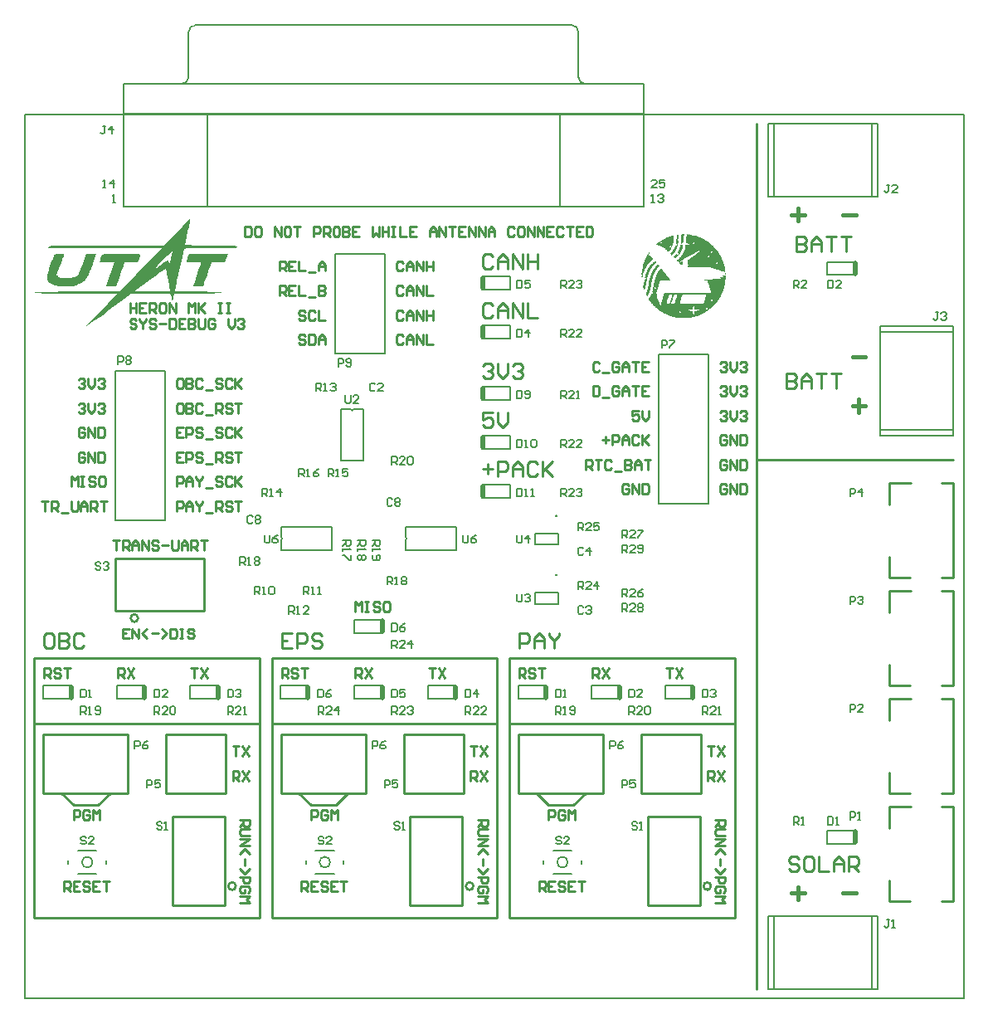
<source format=gto>
G04*
G04 #@! TF.GenerationSoftware,Altium Limited,Altium Designer,18.1.9 (240)*
G04*
G04 Layer_Color=65535*
%FSLAX44Y44*%
%MOMM*%
G71*
G01*
G75*
%ADD10C,0.2540*%
%ADD11C,0.2000*%
%ADD12C,0.1270*%
%ADD13C,0.5000*%
%ADD14C,0.4000*%
G36*
X672942Y779825D02*
X673190D01*
Y779577D01*
Y779329D01*
Y779081D01*
Y778833D01*
X672942D01*
Y778585D01*
Y778337D01*
Y778089D01*
Y777841D01*
Y777593D01*
X672694D01*
Y777345D01*
Y777096D01*
Y776849D01*
Y776600D01*
Y776352D01*
Y776104D01*
Y775856D01*
Y775608D01*
X672446D01*
Y775360D01*
Y775112D01*
Y774864D01*
Y774616D01*
Y774368D01*
Y774120D01*
Y773872D01*
Y773624D01*
Y773376D01*
Y773128D01*
Y772879D01*
Y772632D01*
Y772383D01*
Y772135D01*
Y771887D01*
Y771639D01*
Y771391D01*
X672198D01*
Y771143D01*
Y770895D01*
Y770647D01*
X670958D01*
Y770399D01*
X669718D01*
Y770647D01*
Y770895D01*
Y771143D01*
X669966D01*
Y771391D01*
Y771639D01*
Y771887D01*
Y772135D01*
Y772383D01*
Y772632D01*
Y772879D01*
Y773128D01*
Y773376D01*
Y773624D01*
Y773872D01*
Y774120D01*
Y774368D01*
Y774616D01*
Y774864D01*
Y775112D01*
Y775360D01*
X670214D01*
Y775608D01*
Y775856D01*
Y776104D01*
Y776352D01*
Y776600D01*
Y776849D01*
Y777096D01*
Y777345D01*
Y777593D01*
Y777841D01*
Y778089D01*
X670462D01*
Y778337D01*
Y778585D01*
Y778833D01*
Y779081D01*
Y779329D01*
Y779577D01*
X670710D01*
Y779825D01*
X671206D01*
Y780073D01*
X671454D01*
Y779825D01*
X671702D01*
Y780073D01*
X671950D01*
Y779825D01*
X672198D01*
Y780073D01*
X672446D01*
Y779825D01*
X672694D01*
Y780073D01*
X672942D01*
Y779825D01*
D02*
G37*
G36*
X678648Y779577D02*
X678896D01*
Y779329D01*
X679144D01*
Y779577D01*
X679392D01*
Y779329D01*
X680632D01*
Y779081D01*
X680880D01*
Y779329D01*
X681128D01*
Y779081D01*
X681376D01*
Y778833D01*
X681624D01*
Y779081D01*
X681872D01*
Y778833D01*
X683113D01*
Y778585D01*
X683361D01*
Y778833D01*
X683609D01*
Y778585D01*
X683857D01*
Y778337D01*
X684601D01*
Y778089D01*
X684849D01*
Y778337D01*
X685097D01*
Y778089D01*
X685345D01*
Y777841D01*
X685593D01*
Y778089D01*
X685841D01*
Y777841D01*
X686585D01*
Y777593D01*
X686834D01*
Y777345D01*
X687082D01*
Y777593D01*
X687330D01*
Y777345D01*
X688074D01*
Y777096D01*
X688322D01*
Y776849D01*
X689066D01*
Y776600D01*
X689314D01*
Y776849D01*
X689562D01*
Y776600D01*
X689810D01*
Y776352D01*
X690554D01*
Y776104D01*
X690803D01*
Y775856D01*
X691547D01*
Y775608D01*
X691795D01*
Y775360D01*
X692539D01*
Y775112D01*
X692787D01*
Y774864D01*
X693531D01*
Y774616D01*
X693779D01*
Y774368D01*
X694027D01*
Y774120D01*
X694275D01*
Y773872D01*
X695019D01*
Y773624D01*
X695267D01*
Y773376D01*
X696012D01*
Y773128D01*
X696260D01*
Y772879D01*
X696508D01*
Y772632D01*
X696756D01*
Y772383D01*
X697500D01*
Y772135D01*
X697748D01*
Y771887D01*
X697996D01*
Y771639D01*
X698244D01*
Y771391D01*
X698492D01*
Y771143D01*
X698988D01*
Y770895D01*
X699484D01*
Y770647D01*
X699733D01*
Y770399D01*
X699981D01*
Y770151D01*
X700229D01*
Y769903D01*
X700477D01*
Y769655D01*
X700725D01*
Y769407D01*
X700973D01*
Y769159D01*
X701221D01*
Y768911D01*
X701717D01*
Y768662D01*
Y768415D01*
X702213D01*
Y768166D01*
Y767918D01*
X702709D01*
Y767670D01*
Y767422D01*
X703205D01*
Y767174D01*
Y766926D01*
X703701D01*
Y766678D01*
Y766430D01*
X704197D01*
Y766182D01*
Y765934D01*
X704694D01*
Y765686D01*
Y765438D01*
X704942D01*
Y765190D01*
X705190D01*
Y764942D01*
X705438D01*
Y764694D01*
X705686D01*
Y764446D01*
X705934D01*
Y764198D01*
X706182D01*
Y763950D01*
X706430D01*
Y763701D01*
X706678D01*
Y763453D01*
X706926D01*
Y763205D01*
X706678D01*
Y762957D01*
X706926D01*
Y762709D01*
X707174D01*
Y762461D01*
X707422D01*
Y762213D01*
X707670D01*
Y761965D01*
X707918D01*
Y761717D01*
Y761469D01*
X708167D01*
Y761221D01*
Y760973D01*
X708415D01*
Y760725D01*
X708663D01*
Y760477D01*
X708911D01*
Y760229D01*
Y759981D01*
X709159D01*
Y759733D01*
Y759484D01*
X709407D01*
Y759236D01*
X709655D01*
Y758988D01*
X709903D01*
Y758740D01*
X709655D01*
Y758492D01*
X709903D01*
Y758244D01*
X710151D01*
Y757996D01*
X710399D01*
Y757748D01*
Y757500D01*
Y757252D01*
X710647D01*
Y757004D01*
X710895D01*
Y756756D01*
Y756508D01*
X711143D01*
Y756260D01*
Y756012D01*
X711391D01*
Y755764D01*
Y755516D01*
Y755267D01*
X711639D01*
Y755019D01*
X711887D01*
Y754771D01*
Y754523D01*
Y754275D01*
X712135D01*
Y754027D01*
X712383D01*
Y753779D01*
X712135D01*
Y753531D01*
X712383D01*
Y753283D01*
X712632D01*
Y753035D01*
Y752787D01*
Y752539D01*
X712879D01*
Y752291D01*
Y752043D01*
Y751795D01*
X713128D01*
Y751547D01*
Y751299D01*
Y751050D01*
X713376D01*
Y750803D01*
Y750554D01*
Y750306D01*
X713624D01*
Y750058D01*
X713872D01*
Y749810D01*
X713624D01*
Y749562D01*
X713872D01*
Y749314D01*
Y749066D01*
Y748818D01*
X714120D01*
Y748570D01*
Y748322D01*
Y748074D01*
X714368D01*
Y747826D01*
Y747578D01*
Y747330D01*
Y747082D01*
Y746833D01*
X714616D01*
Y746585D01*
Y746338D01*
Y746089D01*
X714864D01*
Y745841D01*
X714616D01*
Y745593D01*
X714864D01*
Y745345D01*
Y745097D01*
Y744849D01*
Y744601D01*
Y744353D01*
X715112D01*
Y744105D01*
Y743857D01*
Y743609D01*
X715360D01*
Y743361D01*
X715112D01*
Y743113D01*
X715360D01*
Y742865D01*
X715112D01*
Y742617D01*
X715360D01*
Y742368D01*
X715112D01*
Y742120D01*
X715360D01*
Y741872D01*
Y741624D01*
Y741376D01*
X714120D01*
Y741624D01*
X713376D01*
Y741872D01*
X712632D01*
Y742120D01*
X711887D01*
Y742368D01*
X711143D01*
Y742617D01*
X710399D01*
Y742865D01*
X709407D01*
Y743113D01*
X708663D01*
Y743361D01*
X707918D01*
Y743609D01*
X707174D01*
Y743857D01*
X706430D01*
Y744105D01*
X705686D01*
Y744353D01*
X704942D01*
Y744601D01*
X704197D01*
Y744849D01*
X703453D01*
Y745097D01*
X702957D01*
Y745345D01*
X702213D01*
Y745593D01*
X701469D01*
Y745841D01*
X700229D01*
Y746089D01*
X692291D01*
Y746338D01*
X683113D01*
Y746585D01*
X676663D01*
Y746833D01*
X676911D01*
Y747082D01*
X677159D01*
Y747330D01*
Y747578D01*
X677407D01*
Y747826D01*
Y748074D01*
Y748322D01*
Y748570D01*
Y748818D01*
X677159D01*
Y749066D01*
Y749314D01*
Y749562D01*
Y749810D01*
Y750058D01*
Y750306D01*
Y750554D01*
X676911D01*
Y750803D01*
Y751050D01*
Y751299D01*
Y751547D01*
Y751795D01*
X676663D01*
Y752043D01*
Y752291D01*
Y752539D01*
Y752787D01*
X676911D01*
Y753035D01*
Y753283D01*
X677159D01*
Y753531D01*
X677655D01*
Y753779D01*
X677904D01*
Y754027D01*
X678152D01*
Y754275D01*
X678400D01*
Y754523D01*
X678896D01*
Y754771D01*
X679144D01*
Y755019D01*
X679392D01*
Y755267D01*
X679888D01*
Y755516D01*
X680136D01*
Y755764D01*
X680384D01*
Y756012D01*
X680880D01*
Y756260D01*
X681128D01*
Y756508D01*
X681376D01*
Y756756D01*
X681872D01*
Y757004D01*
X682121D01*
Y757252D01*
X682368D01*
Y757500D01*
X682865D01*
Y757748D01*
X683113D01*
Y757996D01*
X683361D01*
Y758244D01*
X683857D01*
Y758492D01*
X684105D01*
Y758740D01*
X684353D01*
Y758988D01*
X684849D01*
Y759236D01*
X685097D01*
Y759484D01*
X685345D01*
Y759733D01*
X685841D01*
Y759981D01*
X686089D01*
Y760229D01*
X686337D01*
Y760477D01*
X686834D01*
Y760725D01*
X687082D01*
Y760973D01*
X687330D01*
Y761221D01*
X687826D01*
Y761469D01*
X688074D01*
Y761717D01*
X688322D01*
Y761965D01*
X688570D01*
Y762213D01*
X688818D01*
Y762461D01*
Y762709D01*
X689066D01*
Y762957D01*
X689314D01*
Y763205D01*
X688570D01*
Y762957D01*
X688074D01*
Y762709D01*
X687578D01*
Y762461D01*
X687082D01*
Y762213D01*
X686834D01*
Y761965D01*
X686337D01*
Y761717D01*
X685841D01*
Y761469D01*
X685345D01*
Y761221D01*
X684849D01*
Y760973D01*
X684353D01*
Y760725D01*
X683857D01*
Y760477D01*
X683361D01*
Y760229D01*
X683113D01*
Y759981D01*
X682617D01*
Y759733D01*
X682121D01*
Y759484D01*
X681624D01*
Y759236D01*
X681128D01*
Y758988D01*
X680632D01*
Y758740D01*
X680136D01*
Y758492D01*
X679640D01*
Y758244D01*
X679392D01*
Y757996D01*
X678896D01*
Y757748D01*
X678400D01*
Y757500D01*
X677904D01*
Y757252D01*
X677407D01*
Y757004D01*
X676911D01*
Y756756D01*
X676415D01*
Y756508D01*
X675919D01*
Y756260D01*
X675671D01*
Y756012D01*
X675175D01*
Y755764D01*
X674679D01*
Y755516D01*
X674183D01*
Y755267D01*
X673687D01*
Y755019D01*
X673190D01*
Y754771D01*
X672694D01*
Y754523D01*
X672446D01*
Y754275D01*
X672198D01*
Y754027D01*
X671950D01*
Y753779D01*
X671702D01*
Y753531D01*
X671454D01*
Y753283D01*
X671206D01*
Y753035D01*
X670958D01*
Y752787D01*
X670462D01*
Y752539D01*
X670214D01*
Y752291D01*
X669966D01*
Y752043D01*
X669718D01*
Y751795D01*
X669221D01*
Y751547D01*
Y751299D01*
X669718D01*
Y751547D01*
X670214D01*
Y751795D01*
X670462D01*
Y752043D01*
X670958D01*
Y752291D01*
X671454D01*
Y752539D01*
X671702D01*
Y752787D01*
X672198D01*
Y752539D01*
Y752291D01*
Y752043D01*
Y751795D01*
Y751547D01*
Y751299D01*
Y751050D01*
Y750803D01*
Y750554D01*
Y750306D01*
Y750058D01*
X671950D01*
Y749810D01*
Y749562D01*
Y749314D01*
X671454D01*
Y749066D01*
X670958D01*
Y748818D01*
X670214D01*
Y749066D01*
X669470D01*
Y749314D01*
X669221D01*
Y749562D01*
X668973D01*
Y749810D01*
X668725D01*
Y750058D01*
X668477D01*
Y750306D01*
X668229D01*
Y750554D01*
Y750803D01*
X667981D01*
Y751050D01*
X667733D01*
Y751299D01*
X667485D01*
Y751547D01*
X667237D01*
Y751795D01*
X666989D01*
Y752043D01*
X666741D01*
Y752291D01*
X666493D01*
Y752539D01*
X666245D01*
Y752787D01*
X665997D01*
Y753035D01*
X665749D01*
Y753283D01*
X665997D01*
Y753531D01*
X666245D01*
Y753779D01*
X666493D01*
Y754027D01*
X666989D01*
Y754275D01*
X667237D01*
Y754523D01*
X667485D01*
Y754771D01*
X667733D01*
Y755019D01*
X667981D01*
Y755267D01*
X668229D01*
Y755516D01*
X668477D01*
Y755764D01*
X668725D01*
Y756012D01*
X668973D01*
Y756260D01*
X669221D01*
Y756508D01*
X669470D01*
Y756756D01*
X669718D01*
Y757004D01*
X669966D01*
Y757252D01*
X670214D01*
Y757500D01*
X670462D01*
Y757748D01*
Y757996D01*
X670710D01*
Y758244D01*
X670958D01*
Y758492D01*
X671206D01*
Y758740D01*
Y758988D01*
X671454D01*
Y759236D01*
X671702D01*
Y759484D01*
Y759733D01*
X671950D01*
Y759981D01*
Y760229D01*
X672198D01*
Y760477D01*
Y760725D01*
X672446D01*
Y760973D01*
Y761221D01*
X672694D01*
Y761469D01*
X672942D01*
Y761717D01*
Y761965D01*
Y762213D01*
X673190D01*
Y762461D01*
Y762709D01*
X673438D01*
Y762957D01*
Y763205D01*
Y763453D01*
X673687D01*
Y763701D01*
Y763950D01*
Y764198D01*
X673935D01*
Y763950D01*
X674183D01*
Y764198D01*
Y764446D01*
Y764694D01*
Y764942D01*
Y765190D01*
Y765438D01*
Y765686D01*
X674431D01*
Y765934D01*
Y766182D01*
Y766430D01*
Y766678D01*
Y766926D01*
Y767174D01*
X674679D01*
Y767422D01*
Y767670D01*
Y767918D01*
Y768166D01*
Y768415D01*
Y768662D01*
Y768911D01*
Y769159D01*
X676415D01*
Y769407D01*
X678152D01*
Y769655D01*
X679888D01*
Y769903D01*
Y770151D01*
X678648D01*
Y770399D01*
X676911D01*
Y770647D01*
X675175D01*
Y770895D01*
X674927D01*
Y771143D01*
Y771391D01*
Y771639D01*
Y771887D01*
Y772135D01*
Y772383D01*
Y772632D01*
Y772879D01*
Y773128D01*
Y773376D01*
X675175D01*
Y773624D01*
Y773872D01*
Y774120D01*
Y774368D01*
Y774616D01*
Y774864D01*
Y775112D01*
Y775360D01*
Y775608D01*
Y775856D01*
Y776104D01*
X675423D01*
Y776352D01*
Y776600D01*
Y776849D01*
Y777096D01*
Y777345D01*
Y777593D01*
Y777841D01*
X675671D01*
Y778089D01*
Y778337D01*
Y778585D01*
Y778833D01*
X675919D01*
Y779081D01*
Y779329D01*
Y779577D01*
Y779825D01*
X677159D01*
Y779577D01*
X677407D01*
Y779825D01*
X677655D01*
Y779577D01*
X677904D01*
Y779825D01*
X678152D01*
Y779577D01*
X678400D01*
Y779825D01*
X678648D01*
Y779577D01*
D02*
G37*
G36*
X667733D02*
Y779329D01*
Y779081D01*
Y778833D01*
Y778585D01*
Y778337D01*
Y778089D01*
Y777841D01*
X667485D01*
Y777593D01*
Y777345D01*
Y777096D01*
Y776849D01*
Y776600D01*
Y776352D01*
Y776104D01*
Y775856D01*
Y775608D01*
Y775360D01*
Y775112D01*
X666989D01*
Y774864D01*
X666741D01*
Y774616D01*
Y774368D01*
Y774120D01*
Y773872D01*
X666989D01*
Y773624D01*
X667485D01*
Y773376D01*
X667237D01*
Y773128D01*
Y772879D01*
Y772632D01*
Y772383D01*
Y772135D01*
Y771887D01*
Y771639D01*
Y771391D01*
Y771143D01*
Y770895D01*
X666989D01*
Y770647D01*
Y770399D01*
Y770151D01*
Y769903D01*
Y769655D01*
Y769407D01*
Y769159D01*
X666741D01*
Y768911D01*
Y768662D01*
Y768415D01*
Y768166D01*
X666493D01*
Y767918D01*
Y767670D01*
Y767422D01*
Y767174D01*
X666245D01*
Y766926D01*
Y766678D01*
Y766430D01*
X665997D01*
Y766182D01*
Y765934D01*
X665749D01*
Y765686D01*
Y765438D01*
Y765190D01*
X665501D01*
Y764942D01*
Y764694D01*
X665253D01*
Y764446D01*
Y764198D01*
X665005D01*
Y763950D01*
Y763701D01*
X664756D01*
Y763453D01*
Y763205D01*
X664508D01*
Y762957D01*
X664260D01*
Y762709D01*
Y762461D01*
X664012D01*
Y762213D01*
X663764D01*
Y761965D01*
Y761717D01*
X663516D01*
Y761469D01*
X663268D01*
Y761221D01*
X663020D01*
Y760973D01*
Y760725D01*
X662772D01*
Y760477D01*
X662524D01*
Y760229D01*
X662276D01*
Y759981D01*
X662028D01*
Y759733D01*
X661780D01*
Y759484D01*
X661532D01*
Y759236D01*
X661284D01*
Y758988D01*
X661036D01*
Y758740D01*
X660539D01*
Y758492D01*
X660292D01*
Y758740D01*
X660043D01*
Y758988D01*
X659795D01*
Y759236D01*
X659547D01*
Y759484D01*
X659299D01*
Y759733D01*
X659051D01*
Y759981D01*
Y760229D01*
X659299D01*
Y760477D01*
X659547D01*
Y760725D01*
X659795D01*
Y760973D01*
X660043D01*
Y761221D01*
X660292D01*
Y761469D01*
X660539D01*
Y761717D01*
X660788D01*
Y761965D01*
Y762213D01*
X661036D01*
Y762461D01*
X661284D01*
Y762709D01*
X661532D01*
Y762957D01*
Y763205D01*
X661780D01*
Y763453D01*
X662028D01*
Y763701D01*
Y763950D01*
X662276D01*
Y764198D01*
X662524D01*
Y764446D01*
Y764694D01*
X662772D01*
Y764942D01*
Y765190D01*
X663020D01*
Y765438D01*
Y765686D01*
X663268D01*
Y765934D01*
Y766182D01*
X663516D01*
Y766430D01*
Y766678D01*
Y766926D01*
X663764D01*
Y767174D01*
Y767422D01*
X664012D01*
Y767670D01*
Y767918D01*
Y768166D01*
X664260D01*
Y768415D01*
Y768662D01*
X664508D01*
Y768415D01*
X665253D01*
Y768662D01*
X665749D01*
Y768911D01*
Y769159D01*
Y769407D01*
Y769655D01*
Y769903D01*
X665253D01*
Y770151D01*
X664756D01*
Y770399D01*
Y770647D01*
Y770895D01*
Y771143D01*
X665005D01*
Y771391D01*
Y771639D01*
Y771887D01*
Y772135D01*
Y772383D01*
Y772632D01*
X665253D01*
Y772879D01*
Y773128D01*
Y773376D01*
Y773624D01*
Y773872D01*
Y774120D01*
Y774368D01*
Y774616D01*
Y774864D01*
Y775112D01*
Y775360D01*
X665501D01*
Y775608D01*
Y775856D01*
Y776104D01*
Y776352D01*
Y776600D01*
Y776849D01*
Y777096D01*
Y777345D01*
Y777593D01*
Y777841D01*
Y778089D01*
Y778337D01*
Y778585D01*
Y778833D01*
Y779081D01*
X665749D01*
Y779329D01*
Y779577D01*
X665997D01*
Y779329D01*
X666245D01*
Y779577D01*
X667485D01*
Y779825D01*
X667733D01*
Y779577D01*
D02*
G37*
G36*
X662772Y778585D02*
Y778337D01*
Y778089D01*
Y777841D01*
Y777593D01*
Y777345D01*
Y777096D01*
Y776849D01*
Y776600D01*
Y776352D01*
Y776104D01*
Y775856D01*
Y775608D01*
Y775360D01*
Y775112D01*
Y774864D01*
Y774616D01*
Y774368D01*
X662524D01*
Y774120D01*
Y773872D01*
Y773624D01*
Y773376D01*
Y773128D01*
Y772879D01*
Y772632D01*
Y772383D01*
X662276D01*
Y772135D01*
Y771887D01*
Y771639D01*
Y771391D01*
Y771143D01*
Y770895D01*
X662028D01*
Y770647D01*
Y770399D01*
Y770151D01*
Y769903D01*
X661780D01*
Y769655D01*
Y769407D01*
Y769159D01*
X661532D01*
Y768911D01*
Y768662D01*
Y768415D01*
X661284D01*
Y768166D01*
Y767918D01*
X661036D01*
Y767670D01*
Y767422D01*
Y767174D01*
X660788D01*
Y766926D01*
Y766678D01*
X660539D01*
Y766430D01*
Y766182D01*
X660292D01*
Y765934D01*
Y765686D01*
X660043D01*
Y765438D01*
Y765190D01*
X659795D01*
Y764942D01*
X659547D01*
Y764694D01*
Y764446D01*
X659299D01*
Y764198D01*
X659051D01*
Y763950D01*
X658803D01*
Y763701D01*
Y763453D01*
X658555D01*
Y763205D01*
X658307D01*
Y762957D01*
X658059D01*
Y762709D01*
X657811D01*
Y762461D01*
X657563D01*
Y762213D01*
X657315D01*
Y761965D01*
X656819D01*
Y762213D01*
X656571D01*
Y762461D01*
X656322D01*
Y762709D01*
X656075D01*
Y762957D01*
X655826D01*
Y763205D01*
X655578D01*
Y763453D01*
X655330D01*
Y763701D01*
X655082D01*
Y763950D01*
X654834D01*
Y764198D01*
X654586D01*
Y764446D01*
X654338D01*
Y764694D01*
X654090D01*
Y764942D01*
X653842D01*
Y765190D01*
X653594D01*
Y765438D01*
X653346D01*
Y765686D01*
X652850D01*
Y765934D01*
X652602D01*
Y766182D01*
X652106D01*
Y766430D01*
X651609D01*
Y766678D01*
X651113D01*
Y766926D01*
X650369D01*
Y767174D01*
X649873D01*
Y767422D01*
X649377D01*
Y767670D01*
X648881D01*
Y767918D01*
X648385D01*
Y768166D01*
X647641D01*
Y768415D01*
X647144D01*
Y768662D01*
X646648D01*
Y768911D01*
X645904D01*
Y769159D01*
X645408D01*
Y769407D01*
X644912D01*
Y769655D01*
X645160D01*
Y769903D01*
X645408D01*
Y770151D01*
X645656D01*
Y770399D01*
X645904D01*
Y770647D01*
X646152D01*
Y770895D01*
X646400D01*
Y771143D01*
X646648D01*
Y771391D01*
X647393D01*
Y771639D01*
X647641D01*
Y771887D01*
X647889D01*
Y772135D01*
X648137D01*
Y772383D01*
X648633D01*
Y772632D01*
X648881D01*
Y772879D01*
X649377D01*
Y773128D01*
X649625D01*
Y773376D01*
X650369D01*
Y773624D01*
X650617D01*
Y773872D01*
X650865D01*
Y774120D01*
X651113D01*
Y774368D01*
X651858D01*
Y774616D01*
X652106D01*
Y774864D01*
X652850D01*
Y775112D01*
X653098D01*
Y775360D01*
X653842D01*
Y775608D01*
X654090D01*
Y775856D01*
X654834D01*
Y776104D01*
X655082D01*
Y776352D01*
X655826D01*
Y776600D01*
X656075D01*
Y776849D01*
X656322D01*
Y776600D01*
X656571D01*
Y776849D01*
X657315D01*
Y777096D01*
X657563D01*
Y777345D01*
X658307D01*
Y777593D01*
X658555D01*
Y777841D01*
X658803D01*
Y777593D01*
X659051D01*
Y777841D01*
X659795D01*
Y778089D01*
X660539D01*
Y778337D01*
X661780D01*
Y778585D01*
X662028D01*
Y778833D01*
X662276D01*
Y778585D01*
X662524D01*
Y778833D01*
X662772D01*
Y778585D01*
D02*
G37*
G36*
X637470Y761221D02*
X637718D01*
Y760973D01*
Y760725D01*
X637966D01*
Y760477D01*
X638214D01*
Y760229D01*
Y759981D01*
X637966D01*
Y760229D01*
X637222D01*
Y760477D01*
X636974D01*
Y760725D01*
X637222D01*
Y760973D01*
Y761221D01*
Y761469D01*
X637470D01*
Y761221D01*
D02*
G37*
G36*
X671454Y769159D02*
X672198D01*
Y768911D01*
Y768662D01*
X671950D01*
Y768415D01*
Y768166D01*
Y767918D01*
Y767670D01*
Y767422D01*
Y767174D01*
X671702D01*
Y766926D01*
Y766678D01*
Y766430D01*
Y766182D01*
Y765934D01*
X671454D01*
Y765686D01*
Y765438D01*
Y765190D01*
X671206D01*
Y764942D01*
Y764694D01*
Y764446D01*
X670958D01*
Y764198D01*
Y763950D01*
Y763701D01*
X670710D01*
Y763453D01*
Y763205D01*
X670462D01*
Y762957D01*
Y762709D01*
Y762461D01*
X670214D01*
Y762213D01*
Y761965D01*
X669966D01*
Y761717D01*
Y761469D01*
X669718D01*
Y761221D01*
X669470D01*
Y760973D01*
Y760725D01*
X669221D01*
Y760477D01*
Y760229D01*
X668973D01*
Y759981D01*
X668725D01*
Y759733D01*
X668477D01*
Y759484D01*
Y759236D01*
X668229D01*
Y758988D01*
X667981D01*
Y758740D01*
X667733D01*
Y758492D01*
X667485D01*
Y758244D01*
X667237D01*
Y757996D01*
X666989D01*
Y757748D01*
Y757500D01*
X666493D01*
Y757252D01*
X666245D01*
Y757004D01*
X665997D01*
Y756756D01*
X665749D01*
Y756508D01*
X665501D01*
Y756260D01*
X665253D01*
Y756012D01*
X664756D01*
Y755764D01*
X664508D01*
Y755516D01*
X664012D01*
Y755267D01*
X663516D01*
Y755516D01*
X663268D01*
Y755764D01*
X663020D01*
Y756012D01*
X662772D01*
Y756260D01*
X662524D01*
Y756508D01*
X662276D01*
Y756756D01*
X662524D01*
Y757004D01*
X663020D01*
Y757252D01*
X663268D01*
Y757500D01*
X663516D01*
Y757748D01*
X663764D01*
Y757996D01*
X664012D01*
Y758244D01*
X664260D01*
Y758492D01*
X664508D01*
Y758740D01*
X664756D01*
Y758988D01*
Y759236D01*
X665005D01*
Y759484D01*
X665253D01*
Y759733D01*
X665501D01*
Y759981D01*
X665749D01*
Y760229D01*
Y760477D01*
X665997D01*
Y760725D01*
X666245D01*
Y760973D01*
X666493D01*
Y761221D01*
Y761469D01*
X666741D01*
Y761717D01*
Y761965D01*
X666989D01*
Y762213D01*
X667237D01*
Y762461D01*
Y762709D01*
X667485D01*
Y762957D01*
Y763205D01*
X667733D01*
Y763453D01*
Y763701D01*
X667981D01*
Y763950D01*
Y764198D01*
X668229D01*
Y764446D01*
Y764694D01*
Y764942D01*
X668477D01*
Y765190D01*
Y765438D01*
Y765686D01*
X668725D01*
Y765934D01*
Y766182D01*
Y766430D01*
X668973D01*
Y766678D01*
Y766926D01*
Y767174D01*
X669221D01*
Y767422D01*
Y767670D01*
Y767918D01*
Y768166D01*
X669470D01*
Y768415D01*
Y768662D01*
Y768911D01*
Y769159D01*
Y769407D01*
X671454D01*
Y769159D01*
D02*
G37*
G36*
X715608Y739888D02*
Y739640D01*
Y739392D01*
Y739144D01*
Y738896D01*
X715112D01*
Y739144D01*
X714368D01*
Y739392D01*
X713376D01*
Y739640D01*
X714120D01*
Y739888D01*
X715360D01*
Y740136D01*
X715608D01*
Y739888D01*
D02*
G37*
G36*
X636726Y759236D02*
X636974D01*
Y758988D01*
X637222D01*
Y758740D01*
X637470D01*
Y758492D01*
X637718D01*
Y758244D01*
X637966D01*
Y757996D01*
X638214D01*
Y757748D01*
X638462D01*
Y757500D01*
X638711D01*
Y757252D01*
X638959D01*
Y757004D01*
X639207D01*
Y756756D01*
X639455D01*
Y756508D01*
X639703D01*
Y756260D01*
X639951D01*
Y756012D01*
X640199D01*
Y755764D01*
X640447D01*
Y755516D01*
X640695D01*
Y755267D01*
X640943D01*
Y755019D01*
X641191D01*
Y754771D01*
X641439D01*
Y754523D01*
X641687D01*
Y754275D01*
X641935D01*
Y754027D01*
X641439D01*
Y753779D01*
X641191D01*
Y753531D01*
X640695D01*
Y753283D01*
X640447D01*
Y753035D01*
X639951D01*
Y752787D01*
X639703D01*
Y752539D01*
X639455D01*
Y752291D01*
X639207D01*
Y752043D01*
X638711D01*
Y751795D01*
X638462D01*
Y751547D01*
X638214D01*
Y751299D01*
X637966D01*
Y751050D01*
X637718D01*
Y750803D01*
X637470D01*
Y750554D01*
X637222D01*
Y750306D01*
X636974D01*
Y750058D01*
X636726D01*
Y749810D01*
Y749562D01*
X636478D01*
Y749314D01*
X636230D01*
Y749066D01*
X635982D01*
Y748818D01*
Y748570D01*
X635734D01*
Y748322D01*
X635486D01*
Y748074D01*
X635238D01*
Y747826D01*
Y747578D01*
X634990D01*
Y747330D01*
X634742D01*
Y747082D01*
Y746833D01*
X634493D01*
Y746585D01*
Y746338D01*
X634245D01*
Y746089D01*
Y745841D01*
X633997D01*
Y745593D01*
X633749D01*
Y745345D01*
Y745097D01*
X633501D01*
Y744849D01*
Y744601D01*
X633253D01*
Y744353D01*
Y744105D01*
X633005D01*
Y743857D01*
Y743609D01*
Y743361D01*
X632757D01*
Y743113D01*
Y742865D01*
X632509D01*
Y742617D01*
Y742368D01*
Y742120D01*
X632261D01*
Y741872D01*
Y741624D01*
X632013D01*
Y741376D01*
Y741128D01*
Y740880D01*
X631765D01*
Y740632D01*
Y740384D01*
Y740136D01*
X631517D01*
Y739888D01*
Y739640D01*
Y739392D01*
X631269D01*
Y739144D01*
Y738896D01*
Y738648D01*
Y738400D01*
X631021D01*
Y738151D01*
Y737904D01*
Y737655D01*
Y737407D01*
X630773D01*
Y737159D01*
Y736911D01*
Y736663D01*
Y736415D01*
X630525D01*
Y736167D01*
Y735919D01*
Y735671D01*
Y735423D01*
X630277D01*
Y735175D01*
Y734927D01*
Y734679D01*
Y734431D01*
Y734183D01*
X630028D01*
Y734431D01*
Y734679D01*
Y734927D01*
X629781D01*
Y735175D01*
X630028D01*
Y735423D01*
X629781D01*
Y735671D01*
X630028D01*
Y735919D01*
X629781D01*
Y736167D01*
X630028D01*
Y736415D01*
X629781D01*
Y736663D01*
X630028D01*
Y736911D01*
X629781D01*
Y737159D01*
X630028D01*
Y737407D01*
X629781D01*
Y737655D01*
X630028D01*
Y737904D01*
X629781D01*
Y738151D01*
X630028D01*
Y738400D01*
X629781D01*
Y738648D01*
X630028D01*
Y738896D01*
X629781D01*
Y739144D01*
X630028D01*
Y739392D01*
Y739640D01*
Y739888D01*
X629781D01*
Y740136D01*
X630028D01*
Y740384D01*
Y740632D01*
Y740880D01*
Y741128D01*
Y741376D01*
X630277D01*
Y741624D01*
X630028D01*
Y741872D01*
X630277D01*
Y742120D01*
Y742368D01*
Y742617D01*
X630525D01*
Y742865D01*
X630277D01*
Y743113D01*
X630525D01*
Y743361D01*
X630277D01*
Y743609D01*
X630525D01*
Y743857D01*
X630277D01*
Y744105D01*
X630525D01*
Y744353D01*
Y744601D01*
Y744849D01*
X630773D01*
Y745097D01*
Y745345D01*
Y745593D01*
Y745841D01*
Y746089D01*
X631021D01*
Y746338D01*
X630773D01*
Y746585D01*
X631021D01*
Y746833D01*
Y747082D01*
Y747330D01*
X631269D01*
Y747578D01*
Y747826D01*
Y748074D01*
X631517D01*
Y748322D01*
X631269D01*
Y748570D01*
X631517D01*
Y748818D01*
Y749066D01*
Y749314D01*
X631765D01*
Y749562D01*
Y749810D01*
Y750058D01*
X632013D01*
Y750306D01*
Y750554D01*
Y750803D01*
X632261D01*
Y751050D01*
Y751299D01*
Y751547D01*
X632509D01*
Y751795D01*
Y752043D01*
Y752291D01*
X632757D01*
Y752539D01*
X633005D01*
Y752787D01*
X632757D01*
Y753035D01*
X633005D01*
Y753283D01*
X633253D01*
Y753531D01*
Y753779D01*
Y754027D01*
X633501D01*
Y754275D01*
Y754523D01*
X633749D01*
Y754771D01*
Y755019D01*
X633997D01*
Y755267D01*
Y755516D01*
Y755764D01*
X634245D01*
Y756012D01*
X634493D01*
Y756260D01*
Y756508D01*
Y756756D01*
X634742D01*
Y757004D01*
X634990D01*
Y757252D01*
Y757500D01*
Y757748D01*
X635238D01*
Y757996D01*
X635486D01*
Y758244D01*
Y758492D01*
X635734D01*
Y758740D01*
Y758988D01*
X635982D01*
Y759236D01*
X636230D01*
Y759484D01*
X636726D01*
Y759236D01*
D02*
G37*
G36*
X644168Y751795D02*
X644416D01*
Y751547D01*
X644664D01*
Y751299D01*
X644912D01*
Y751050D01*
Y750803D01*
X644664D01*
Y750554D01*
X644168D01*
Y750306D01*
X643920D01*
Y750058D01*
X643672D01*
Y749810D01*
X643424D01*
Y749562D01*
X643176D01*
Y749314D01*
X642927D01*
Y749066D01*
X642679D01*
Y748818D01*
X642431D01*
Y748570D01*
X642183D01*
Y748322D01*
X641935D01*
Y748074D01*
X641687D01*
Y747826D01*
X641439D01*
Y747578D01*
X641191D01*
Y747330D01*
X640943D01*
Y747082D01*
Y746833D01*
X640695D01*
Y746585D01*
X640447D01*
Y746338D01*
X640199D01*
Y746089D01*
Y745841D01*
X639951D01*
Y745593D01*
X639703D01*
Y745345D01*
Y745097D01*
X639455D01*
Y744849D01*
X639207D01*
Y744601D01*
Y744353D01*
X638959D01*
Y744105D01*
Y743857D01*
X638711D01*
Y743609D01*
X638462D01*
Y743361D01*
Y743113D01*
X638214D01*
Y742865D01*
Y742617D01*
X637966D01*
Y742368D01*
Y742120D01*
Y741872D01*
X637718D01*
Y741624D01*
Y741376D01*
X637470D01*
Y741128D01*
Y740880D01*
X637222D01*
Y740632D01*
Y740384D01*
Y740136D01*
X636974D01*
Y739888D01*
Y739640D01*
X636726D01*
Y739392D01*
Y739144D01*
Y738896D01*
X636478D01*
Y738648D01*
Y738400D01*
Y738151D01*
X636230D01*
Y737904D01*
Y737655D01*
Y737407D01*
X635982D01*
Y737159D01*
Y736911D01*
Y736663D01*
Y736415D01*
X635734D01*
Y736167D01*
Y735919D01*
Y735671D01*
X635486D01*
Y735423D01*
Y735175D01*
Y734927D01*
Y734679D01*
X635238D01*
Y734431D01*
Y734183D01*
Y733935D01*
Y733687D01*
Y733438D01*
X634990D01*
Y733190D01*
Y732942D01*
Y732694D01*
Y732446D01*
Y732198D01*
X634742D01*
Y731950D01*
Y731702D01*
Y731454D01*
Y731206D01*
Y730958D01*
X634493D01*
Y730710D01*
Y730462D01*
Y730214D01*
Y729966D01*
Y729718D01*
Y729470D01*
X634245D01*
Y729221D01*
Y728973D01*
Y728725D01*
Y728477D01*
Y728229D01*
Y727981D01*
Y727733D01*
X633997D01*
Y727485D01*
Y727237D01*
Y726989D01*
Y726741D01*
Y726493D01*
X633749D01*
Y726245D01*
Y725997D01*
Y725749D01*
Y725501D01*
X633501D01*
Y725253D01*
Y725005D01*
Y724756D01*
Y724508D01*
X633253D01*
Y724260D01*
Y724012D01*
Y723764D01*
X633005D01*
Y723516D01*
Y723268D01*
Y723020D01*
X632757D01*
Y722772D01*
Y722524D01*
X632261D01*
Y722772D01*
X632509D01*
Y723020D01*
X632261D01*
Y723268D01*
Y723516D01*
Y723764D01*
X632013D01*
Y724012D01*
X631765D01*
Y724260D01*
X632013D01*
Y724508D01*
X631765D01*
Y724756D01*
Y725005D01*
Y725253D01*
X631517D01*
Y725501D01*
X631269D01*
Y725749D01*
X631517D01*
Y725997D01*
X631269D01*
Y726245D01*
Y726493D01*
X631517D01*
Y726741D01*
Y726989D01*
Y727237D01*
X631765D01*
Y727485D01*
Y727733D01*
Y727981D01*
Y728229D01*
X632013D01*
Y728477D01*
Y728725D01*
Y728973D01*
Y729221D01*
Y729470D01*
Y729718D01*
X632261D01*
Y729966D01*
Y730214D01*
Y730462D01*
Y730710D01*
Y730958D01*
Y731206D01*
X632509D01*
Y731454D01*
Y731702D01*
Y731950D01*
Y732198D01*
Y732446D01*
Y732694D01*
Y732942D01*
X632757D01*
Y733190D01*
Y733438D01*
Y733687D01*
Y733935D01*
X633005D01*
Y733687D01*
X633749D01*
Y733935D01*
X633997D01*
Y734183D01*
X634245D01*
Y734431D01*
Y734679D01*
Y734927D01*
X633997D01*
Y735175D01*
X633749D01*
Y735423D01*
X633253D01*
Y735671D01*
Y735919D01*
Y736167D01*
Y736415D01*
X633501D01*
Y736663D01*
Y736911D01*
Y737159D01*
Y737407D01*
X633749D01*
Y737655D01*
Y737904D01*
Y738151D01*
X633997D01*
Y738400D01*
Y738648D01*
Y738896D01*
Y739144D01*
X634245D01*
Y739392D01*
Y739640D01*
Y739888D01*
X634493D01*
Y740136D01*
Y740384D01*
Y740632D01*
X634742D01*
Y740880D01*
Y741128D01*
Y741376D01*
X634990D01*
Y741624D01*
Y741872D01*
X635238D01*
Y742120D01*
Y742368D01*
X635486D01*
Y742617D01*
Y742865D01*
Y743113D01*
X635734D01*
Y743361D01*
Y743609D01*
X635982D01*
Y743857D01*
Y744105D01*
X636230D01*
Y744353D01*
Y744601D01*
X636478D01*
Y744849D01*
Y745097D01*
X636726D01*
Y745345D01*
X636974D01*
Y745593D01*
Y745841D01*
X637222D01*
Y746089D01*
X637470D01*
Y746338D01*
Y746585D01*
X637718D01*
Y746833D01*
X637966D01*
Y747082D01*
Y747330D01*
X638214D01*
Y747578D01*
X638462D01*
Y747826D01*
X638711D01*
Y748074D01*
Y748322D01*
X638959D01*
Y748570D01*
X639207D01*
Y748818D01*
X639455D01*
Y749066D01*
X639703D01*
Y749314D01*
X639951D01*
Y749562D01*
X640199D01*
Y749810D01*
X640447D01*
Y750058D01*
X640943D01*
Y750306D01*
X641191D01*
Y750554D01*
X641439D01*
Y750803D01*
X641687D01*
Y751050D01*
X642183D01*
Y751299D01*
X642431D01*
Y751547D01*
X642927D01*
Y751795D01*
X643424D01*
Y752043D01*
X644168D01*
Y751795D01*
D02*
G37*
G36*
X649873Y744849D02*
Y744601D01*
X650121D01*
Y744353D01*
X650369D01*
Y744105D01*
X650617D01*
Y743857D01*
X650865D01*
Y743609D01*
Y743361D01*
X651113D01*
Y743113D01*
X651361D01*
Y742865D01*
X651609D01*
Y742617D01*
X651858D01*
Y742368D01*
Y742120D01*
X652106D01*
Y741872D01*
X652354D01*
Y741624D01*
X652602D01*
Y741376D01*
X652850D01*
Y741128D01*
Y740880D01*
X653098D01*
Y740632D01*
X653346D01*
Y740384D01*
X653594D01*
Y740136D01*
X653842D01*
Y739888D01*
Y739640D01*
X654090D01*
Y739392D01*
X654338D01*
Y739144D01*
X654586D01*
Y738896D01*
Y738648D01*
X654834D01*
Y738400D01*
X655082D01*
Y738151D01*
X655330D01*
Y737904D01*
X655578D01*
Y737655D01*
Y737407D01*
X655826D01*
Y737159D01*
X656075D01*
Y736911D01*
X656322D01*
Y736663D01*
X656571D01*
Y736415D01*
Y736167D01*
X656819D01*
Y735919D01*
X657067D01*
Y735671D01*
X657315D01*
Y735423D01*
X657563D01*
Y735175D01*
Y734927D01*
X657811D01*
Y734679D01*
X658059D01*
Y734431D01*
X658307D01*
Y734183D01*
X658555D01*
Y733935D01*
Y733687D01*
X658803D01*
Y733438D01*
X659051D01*
Y733190D01*
X659299D01*
Y732942D01*
X659547D01*
Y732694D01*
X659299D01*
Y732942D01*
X648881D01*
Y732694D01*
X648633D01*
Y732446D01*
Y732198D01*
Y731950D01*
X648385D01*
Y731702D01*
Y731454D01*
Y731206D01*
Y730958D01*
X648137D01*
Y730710D01*
Y730462D01*
Y730214D01*
X647889D01*
Y729966D01*
Y729718D01*
Y729470D01*
X647641D01*
Y729221D01*
Y728973D01*
Y728725D01*
X647393D01*
Y728477D01*
Y728229D01*
Y727981D01*
Y727733D01*
X647144D01*
Y727485D01*
Y727237D01*
Y726989D01*
X646896D01*
Y726741D01*
Y726493D01*
Y726245D01*
X646648D01*
Y725997D01*
Y725749D01*
Y725501D01*
X646400D01*
Y725253D01*
Y725005D01*
Y724756D01*
Y724508D01*
X646152D01*
Y724260D01*
Y724012D01*
Y723764D01*
X645904D01*
Y723516D01*
Y723268D01*
Y723020D01*
X645656D01*
Y722772D01*
Y722524D01*
Y722276D01*
X645408D01*
Y722028D01*
Y721780D01*
Y721532D01*
Y721284D01*
X645160D01*
Y721036D01*
Y720788D01*
Y720539D01*
X644912D01*
Y720291D01*
Y720043D01*
Y719795D01*
Y719547D01*
Y719299D01*
X645160D01*
Y719051D01*
Y718803D01*
Y718555D01*
X645408D01*
Y718307D01*
Y718059D01*
Y717811D01*
Y717563D01*
X645656D01*
Y717315D01*
Y717067D01*
Y716819D01*
X645904D01*
Y716571D01*
Y716322D01*
Y716075D01*
Y715826D01*
X645656D01*
Y715578D01*
Y715330D01*
Y715082D01*
Y714834D01*
Y714586D01*
X645904D01*
Y714338D01*
Y714090D01*
Y713842D01*
X646152D01*
Y713594D01*
Y713346D01*
Y713098D01*
Y712850D01*
X646400D01*
Y712602D01*
X647144D01*
Y712354D01*
Y712106D01*
X647393D01*
Y711858D01*
Y711609D01*
Y711361D01*
X647641D01*
Y711113D01*
Y710865D01*
Y710617D01*
Y710369D01*
X647889D01*
Y710121D01*
Y709873D01*
Y709625D01*
X648137D01*
Y709377D01*
Y709129D01*
Y708881D01*
X648385D01*
Y708633D01*
Y708385D01*
Y708137D01*
X648633D01*
Y707889D01*
Y707641D01*
Y707393D01*
Y707144D01*
X649129D01*
Y707393D01*
Y707641D01*
X649377D01*
Y707889D01*
Y708137D01*
Y708385D01*
Y708633D01*
X649625D01*
Y708881D01*
Y709129D01*
Y709377D01*
X649873D01*
Y709625D01*
Y709873D01*
Y710121D01*
X650121D01*
Y710369D01*
Y710617D01*
Y710865D01*
X650369D01*
Y711113D01*
Y711361D01*
Y711609D01*
X650617D01*
Y711858D01*
Y712106D01*
Y712354D01*
Y712602D01*
X650865D01*
Y712850D01*
Y713098D01*
Y713346D01*
X651113D01*
Y713594D01*
Y713842D01*
Y714090D01*
X651361D01*
Y714338D01*
Y714586D01*
Y714834D01*
X651609D01*
Y715082D01*
Y715330D01*
Y715578D01*
Y715826D01*
X651858D01*
Y716075D01*
Y716322D01*
Y716571D01*
X652106D01*
Y716819D01*
Y717067D01*
Y717315D01*
X652354D01*
Y717563D01*
Y717811D01*
Y718059D01*
X652602D01*
Y718307D01*
Y718555D01*
Y718803D01*
Y719051D01*
X652850D01*
Y719299D01*
Y719547D01*
Y719795D01*
X700973D01*
Y720043D01*
X700725D01*
Y720291D01*
Y720539D01*
Y720788D01*
X700477D01*
Y721036D01*
Y721284D01*
Y721532D01*
Y721780D01*
X700229D01*
Y722028D01*
Y722276D01*
Y722524D01*
X699981D01*
Y722772D01*
Y723020D01*
Y723268D01*
X699733D01*
Y723516D01*
Y723764D01*
Y724012D01*
X699484D01*
Y724260D01*
Y724508D01*
Y724756D01*
Y725005D01*
X699236D01*
Y725253D01*
Y725501D01*
Y725749D01*
X698988D01*
Y725997D01*
Y726245D01*
Y726493D01*
X698740D01*
Y726741D01*
Y726989D01*
Y727237D01*
X698492D01*
Y727485D01*
Y727733D01*
Y727981D01*
Y728229D01*
X698244D01*
Y728477D01*
Y728725D01*
Y728973D01*
X697996D01*
Y729221D01*
Y729470D01*
Y729718D01*
X697748D01*
Y729966D01*
Y730214D01*
Y730462D01*
X697500D01*
Y730710D01*
Y730958D01*
Y731206D01*
Y731454D01*
X697252D01*
Y731702D01*
Y731950D01*
Y732198D01*
X697004D01*
Y732446D01*
Y732694D01*
X696756D01*
Y732942D01*
X693779D01*
Y733190D01*
X695019D01*
Y733438D01*
X696012D01*
Y733687D01*
X698244D01*
Y733935D01*
X701965D01*
Y734183D01*
X705438D01*
Y734431D01*
X708911D01*
Y734679D01*
X711143D01*
Y734927D01*
Y735175D01*
X710895D01*
Y735423D01*
X710399D01*
Y735671D01*
X710151D01*
Y735919D01*
X709903D01*
Y736167D01*
X709655D01*
Y736415D01*
X709903D01*
Y736167D01*
X712383D01*
Y735919D01*
X714368D01*
Y736167D01*
Y736415D01*
X713624D01*
Y736663D01*
X713376D01*
Y736911D01*
X712879D01*
Y737159D01*
X712632D01*
Y737407D01*
X712135D01*
Y737655D01*
X711639D01*
Y737904D01*
X715360D01*
Y737655D01*
X715856D01*
Y737407D01*
X715608D01*
Y737159D01*
X715856D01*
Y736911D01*
X715608D01*
Y736663D01*
X715856D01*
Y736415D01*
X715608D01*
Y736167D01*
Y735919D01*
Y735671D01*
Y735423D01*
Y735175D01*
Y734927D01*
Y734679D01*
Y734431D01*
Y734183D01*
Y733935D01*
Y733687D01*
X715360D01*
Y733438D01*
Y733190D01*
Y732942D01*
X715608D01*
Y732694D01*
X715360D01*
Y732446D01*
Y732198D01*
Y731950D01*
Y731702D01*
Y731454D01*
X715112D01*
Y731206D01*
X715360D01*
Y730958D01*
X715112D01*
Y730710D01*
Y730462D01*
Y730214D01*
Y729966D01*
Y729718D01*
X714864D01*
Y729470D01*
Y729221D01*
Y728973D01*
X714616D01*
Y728725D01*
X714864D01*
Y728477D01*
X714616D01*
Y728229D01*
X714864D01*
Y727981D01*
X714616D01*
Y727733D01*
Y727485D01*
Y727237D01*
X714368D01*
Y726989D01*
Y726741D01*
Y726493D01*
X714120D01*
Y726245D01*
X714368D01*
Y725997D01*
X714120D01*
Y725749D01*
Y725501D01*
Y725253D01*
X713872D01*
Y725005D01*
Y724756D01*
Y724508D01*
X713624D01*
Y724260D01*
Y724012D01*
Y723764D01*
X713376D01*
Y723516D01*
X713128D01*
Y723268D01*
X713376D01*
Y723020D01*
X713128D01*
Y722772D01*
Y722524D01*
Y722276D01*
X712879D01*
Y722028D01*
Y721780D01*
Y721532D01*
X712632D01*
Y721284D01*
Y721036D01*
Y720788D01*
X712383D01*
Y720539D01*
X712135D01*
Y720291D01*
X712383D01*
Y720043D01*
X712135D01*
Y719795D01*
X711887D01*
Y719547D01*
X711639D01*
Y719299D01*
X711887D01*
Y719051D01*
X711639D01*
Y718803D01*
X711391D01*
Y718555D01*
X711143D01*
Y718307D01*
X711391D01*
Y718059D01*
X711143D01*
Y717811D01*
X710895D01*
Y717563D01*
Y717315D01*
Y717067D01*
X710647D01*
Y716819D01*
X710399D01*
Y716571D01*
X710151D01*
Y716322D01*
X710399D01*
Y716075D01*
X710151D01*
Y715826D01*
X709903D01*
Y715578D01*
X709655D01*
Y715330D01*
Y715082D01*
Y714834D01*
X709407D01*
Y714586D01*
X709159D01*
Y714338D01*
X708911D01*
Y714090D01*
X708663D01*
Y713842D01*
X708911D01*
Y713594D01*
X708663D01*
Y713346D01*
X708415D01*
Y713098D01*
X708167D01*
Y712850D01*
X707918D01*
Y712602D01*
X707670D01*
Y712354D01*
Y712106D01*
Y711858D01*
X707422D01*
Y711609D01*
X707174D01*
Y711361D01*
X706926D01*
Y711113D01*
X706678D01*
Y710865D01*
X706430D01*
Y710617D01*
X706182D01*
Y710369D01*
X706430D01*
Y710121D01*
X705934D01*
Y709873D01*
Y709625D01*
X705686D01*
Y709377D01*
X705438D01*
Y709129D01*
X705190D01*
Y708881D01*
X704942D01*
Y708633D01*
X704694D01*
Y708385D01*
X704446D01*
Y708137D01*
X704197D01*
Y707889D01*
X703950D01*
Y707641D01*
X703701D01*
Y707393D01*
X703453D01*
Y707144D01*
X703205D01*
Y706896D01*
X702957D01*
Y706648D01*
X702709D01*
Y706400D01*
X702461D01*
Y706152D01*
X702213D01*
Y705904D01*
X701965D01*
Y705656D01*
X701717D01*
Y705408D01*
X701469D01*
Y705160D01*
X701221D01*
Y704912D01*
X700973D01*
Y704664D01*
X700725D01*
Y704416D01*
X700477D01*
Y704168D01*
X699981D01*
Y703920D01*
Y703672D01*
X699236D01*
Y703424D01*
X698988D01*
Y703176D01*
X698740D01*
Y702927D01*
X698492D01*
Y702679D01*
X698244D01*
Y702431D01*
X697996D01*
Y702183D01*
X697252D01*
Y701935D01*
X697004D01*
Y701687D01*
X696756D01*
Y701439D01*
X696508D01*
Y701191D01*
X695764D01*
Y700943D01*
X695516D01*
Y700695D01*
X695267D01*
Y700447D01*
X695019D01*
Y700199D01*
X694275D01*
Y699951D01*
X694027D01*
Y699703D01*
X693283D01*
Y699455D01*
X693035D01*
Y699207D01*
X692787D01*
Y698959D01*
X692539D01*
Y699207D01*
X692291D01*
Y698959D01*
X692043D01*
Y698710D01*
X691299D01*
Y698462D01*
X691050D01*
Y698214D01*
X690306D01*
Y697966D01*
X690058D01*
Y697718D01*
X689314D01*
Y697470D01*
X689066D01*
Y697222D01*
X688322D01*
Y696974D01*
X688074D01*
Y697222D01*
X687826D01*
Y696974D01*
X687578D01*
Y696726D01*
X686834D01*
Y696478D01*
X686585D01*
Y696726D01*
X686337D01*
Y696478D01*
X686585D01*
Y696230D01*
X686337D01*
Y696478D01*
X686089D01*
Y696230D01*
X685345D01*
Y695982D01*
X685097D01*
Y696230D01*
X684849D01*
Y695982D01*
X684601D01*
Y695734D01*
X683361D01*
Y695486D01*
X682617D01*
Y695238D01*
X681376D01*
Y694990D01*
X681128D01*
Y695238D01*
X680880D01*
Y694990D01*
X680136D01*
Y694742D01*
X679888D01*
Y694990D01*
X679640D01*
Y694742D01*
X678400D01*
Y694494D01*
X678152D01*
Y694742D01*
X677904D01*
Y694494D01*
X677655D01*
Y694742D01*
X677407D01*
Y694494D01*
X677655D01*
Y694246D01*
X677407D01*
Y694494D01*
X677159D01*
Y694246D01*
X676911D01*
Y694494D01*
X676663D01*
Y694246D01*
X676415D01*
Y694494D01*
X676167D01*
Y694246D01*
X669470D01*
Y694494D01*
X669221D01*
Y694246D01*
X668973D01*
Y694494D01*
X668725D01*
Y694246D01*
X668477D01*
Y694494D01*
X667733D01*
Y694742D01*
X667485D01*
Y694494D01*
X667237D01*
Y694742D01*
X665501D01*
Y694990D01*
X665253D01*
Y694742D01*
X665005D01*
Y694990D01*
X664260D01*
Y695238D01*
X664012D01*
Y694990D01*
X663764D01*
Y695238D01*
X663020D01*
Y695486D01*
X662772D01*
Y695238D01*
X662524D01*
Y695486D01*
X662276D01*
Y695734D01*
X661036D01*
Y695982D01*
X660292D01*
Y696230D01*
X659547D01*
Y696478D01*
X659299D01*
Y696230D01*
X659051D01*
Y696478D01*
X658803D01*
Y696726D01*
X658059D01*
Y696974D01*
X657315D01*
Y697222D01*
X656571D01*
Y697470D01*
X656322D01*
Y697718D01*
X655578D01*
Y697966D01*
X655330D01*
Y698214D01*
X655082D01*
Y697966D01*
X654834D01*
Y698214D01*
X654586D01*
Y698462D01*
X653842D01*
Y698710D01*
X653594D01*
Y698959D01*
X653346D01*
Y699207D01*
X653098D01*
Y698959D01*
X652850D01*
Y699207D01*
X652602D01*
Y699455D01*
X652354D01*
Y699703D01*
X651609D01*
Y699951D01*
X651361D01*
Y700199D01*
X650617D01*
Y700447D01*
X650369D01*
Y700695D01*
X650121D01*
Y700943D01*
X649625D01*
Y701191D01*
X649129D01*
Y701439D01*
X648881D01*
Y701687D01*
X648385D01*
Y701935D01*
Y702183D01*
X647641D01*
Y702431D01*
X647393D01*
Y702679D01*
X647144D01*
Y702927D01*
X646896D01*
Y703176D01*
X646400D01*
Y703424D01*
X646152D01*
Y703672D01*
X645656D01*
Y703920D01*
X645408D01*
Y704168D01*
X645160D01*
Y704416D01*
X644912D01*
Y704664D01*
X644664D01*
Y704912D01*
X644416D01*
Y705160D01*
X644168D01*
Y705408D01*
X643920D01*
Y705656D01*
X643424D01*
Y705904D01*
Y706152D01*
X642679D01*
Y706400D01*
X642927D01*
Y706648D01*
X642431D01*
Y706896D01*
Y707144D01*
X641935D01*
Y707393D01*
Y707641D01*
X641439D01*
Y707889D01*
Y708137D01*
X641191D01*
Y708385D01*
X640943D01*
Y708633D01*
X640695D01*
Y708881D01*
X640447D01*
Y709129D01*
X640199D01*
Y709377D01*
X639951D01*
Y709625D01*
X639703D01*
Y709873D01*
X639455D01*
Y710121D01*
X639207D01*
Y710369D01*
Y710617D01*
X638959D01*
Y710865D01*
Y711113D01*
X638711D01*
Y711361D01*
X638462D01*
Y711609D01*
X638214D01*
Y711858D01*
X637966D01*
Y712106D01*
X637718D01*
Y712354D01*
X637966D01*
Y712602D01*
X637470D01*
Y712850D01*
Y713098D01*
X637222D01*
Y713346D01*
X636974D01*
Y713594D01*
X636726D01*
Y713842D01*
X637222D01*
Y714090D01*
Y714338D01*
X637470D01*
Y714586D01*
X637718D01*
Y714834D01*
Y715082D01*
X637966D01*
Y715330D01*
X638214D01*
Y715578D01*
Y715826D01*
X638462D01*
Y716075D01*
Y716322D01*
X638711D01*
Y716571D01*
Y716819D01*
X638959D01*
Y717067D01*
X639207D01*
Y717315D01*
Y717563D01*
X639455D01*
Y717811D01*
Y718059D01*
Y718307D01*
X639703D01*
Y718555D01*
Y718803D01*
X639951D01*
Y719051D01*
Y719299D01*
X640199D01*
Y719051D01*
X641439D01*
Y719299D01*
Y719547D01*
X641687D01*
Y719795D01*
Y720043D01*
Y720291D01*
X641439D01*
Y720539D01*
X640943D01*
Y720788D01*
X640695D01*
Y721036D01*
Y721284D01*
Y721532D01*
X640943D01*
Y721780D01*
Y722028D01*
Y722276D01*
X641191D01*
Y722524D01*
Y722772D01*
Y723020D01*
Y723268D01*
X641439D01*
Y723516D01*
Y723764D01*
Y724012D01*
Y724260D01*
Y724508D01*
X641687D01*
Y724756D01*
Y725005D01*
Y725253D01*
Y725501D01*
Y725749D01*
X641935D01*
Y725997D01*
Y726245D01*
Y726493D01*
Y726741D01*
Y726989D01*
Y727237D01*
Y727485D01*
X642183D01*
Y727733D01*
Y727981D01*
Y728229D01*
Y728477D01*
Y728725D01*
Y728973D01*
X642431D01*
Y729221D01*
Y729470D01*
Y729718D01*
Y729966D01*
Y730214D01*
X642679D01*
Y730462D01*
Y730710D01*
Y730958D01*
Y731206D01*
Y731454D01*
X642927D01*
Y731702D01*
Y731950D01*
Y732198D01*
Y732446D01*
X643176D01*
Y732694D01*
Y732942D01*
Y733190D01*
Y733438D01*
X643424D01*
Y733687D01*
Y733935D01*
Y734183D01*
X643672D01*
Y734431D01*
Y734679D01*
Y734927D01*
X643920D01*
Y735175D01*
Y735423D01*
Y735671D01*
Y735919D01*
X644168D01*
Y736167D01*
Y736415D01*
X644416D01*
Y736663D01*
Y736911D01*
Y737159D01*
X644664D01*
Y737407D01*
Y737655D01*
X644912D01*
Y737904D01*
Y738151D01*
Y738400D01*
X645160D01*
Y738648D01*
Y738896D01*
X645408D01*
Y739144D01*
Y739392D01*
X645656D01*
Y739640D01*
Y739888D01*
X645904D01*
Y740136D01*
Y740384D01*
X646152D01*
Y740632D01*
Y740880D01*
X646400D01*
Y741128D01*
X646648D01*
Y741376D01*
Y741624D01*
X646896D01*
Y741872D01*
Y742120D01*
X647144D01*
Y742368D01*
X647393D01*
Y742617D01*
Y742865D01*
X647641D01*
Y743113D01*
X647889D01*
Y743361D01*
X648137D01*
Y743609D01*
X648385D01*
Y743857D01*
Y744105D01*
X648633D01*
Y744353D01*
X648881D01*
Y744601D01*
X649129D01*
Y744849D01*
X649377D01*
Y745097D01*
X649873D01*
Y744849D01*
D02*
G37*
G36*
X646896Y748570D02*
X647144D01*
Y748322D01*
Y748074D01*
X647393D01*
Y747826D01*
X647641D01*
Y747578D01*
X647889D01*
Y747330D01*
Y747082D01*
X647641D01*
Y746833D01*
X647393D01*
Y746585D01*
X647144D01*
Y746338D01*
X646896D01*
Y746089D01*
X646648D01*
Y745841D01*
Y745593D01*
X646400D01*
Y745345D01*
X646152D01*
Y745097D01*
X645904D01*
Y744849D01*
X645656D01*
Y744601D01*
Y744353D01*
X645408D01*
Y744105D01*
X645160D01*
Y743857D01*
X644912D01*
Y743609D01*
Y743361D01*
X644664D01*
Y743113D01*
X644416D01*
Y742865D01*
Y742617D01*
X644168D01*
Y742368D01*
Y742120D01*
X643920D01*
Y741872D01*
X643672D01*
Y741624D01*
Y741376D01*
X643424D01*
Y741128D01*
Y740880D01*
X643176D01*
Y740632D01*
Y740384D01*
X642927D01*
Y740136D01*
Y739888D01*
X642679D01*
Y739640D01*
Y739392D01*
X642431D01*
Y739144D01*
Y738896D01*
Y738648D01*
X642183D01*
Y738400D01*
Y738151D01*
X641935D01*
Y737904D01*
Y737655D01*
Y737407D01*
X641687D01*
Y737159D01*
Y736911D01*
Y736663D01*
X641439D01*
Y736415D01*
Y736167D01*
Y735919D01*
X641191D01*
Y735671D01*
Y735423D01*
Y735175D01*
X640943D01*
Y734927D01*
Y734679D01*
Y734431D01*
X640695D01*
Y734183D01*
Y733935D01*
Y733687D01*
Y733438D01*
X640447D01*
Y733190D01*
Y732942D01*
Y732694D01*
Y732446D01*
X640199D01*
Y732198D01*
Y731950D01*
Y731702D01*
Y731454D01*
X639951D01*
Y731206D01*
Y730958D01*
Y730710D01*
Y730462D01*
Y730214D01*
X639703D01*
Y729966D01*
Y729718D01*
Y729470D01*
Y729221D01*
Y728973D01*
X639455D01*
Y728725D01*
Y728477D01*
Y728229D01*
Y727981D01*
Y727733D01*
Y727485D01*
Y727237D01*
X639207D01*
Y726989D01*
Y726741D01*
Y726493D01*
Y726245D01*
Y725997D01*
Y725749D01*
X638959D01*
Y725501D01*
Y725253D01*
Y725005D01*
Y724756D01*
Y724508D01*
X638711D01*
Y724260D01*
Y724012D01*
Y723764D01*
Y723516D01*
X638462D01*
Y723268D01*
Y723020D01*
Y722772D01*
Y722524D01*
X638214D01*
Y722276D01*
Y722028D01*
Y721780D01*
X637966D01*
Y721532D01*
Y721284D01*
Y721036D01*
X637718D01*
Y720788D01*
Y720539D01*
Y720291D01*
X637470D01*
Y720043D01*
Y719795D01*
X637222D01*
Y719547D01*
Y719299D01*
Y719051D01*
X636974D01*
Y718803D01*
Y718555D01*
X636726D01*
Y718307D01*
Y718059D01*
X636478D01*
Y717811D01*
Y717563D01*
X636230D01*
Y717315D01*
X635982D01*
Y717067D01*
Y716819D01*
X635734D01*
Y716571D01*
Y716322D01*
X635486D01*
Y716075D01*
X635238D01*
Y716322D01*
Y716571D01*
Y716819D01*
X634990D01*
Y717067D01*
X634742D01*
Y717315D01*
Y717563D01*
X634493D01*
Y717811D01*
Y718059D01*
X634245D01*
Y718307D01*
Y718555D01*
Y718803D01*
X633997D01*
Y719051D01*
Y719299D01*
X634245D01*
Y719547D01*
Y719795D01*
X634493D01*
Y720043D01*
Y720291D01*
X634742D01*
Y720539D01*
Y720788D01*
Y721036D01*
X634990D01*
Y721284D01*
Y721532D01*
X635238D01*
Y721780D01*
Y722028D01*
Y722276D01*
X635486D01*
Y722524D01*
Y722772D01*
X635734D01*
Y723020D01*
Y723268D01*
Y723516D01*
X635982D01*
Y723764D01*
Y724012D01*
Y724260D01*
Y724508D01*
X636230D01*
Y724756D01*
Y725005D01*
Y725253D01*
Y725501D01*
X636478D01*
Y725749D01*
Y725997D01*
Y726245D01*
Y726493D01*
X636726D01*
Y726741D01*
Y726989D01*
Y727237D01*
Y727485D01*
Y727733D01*
Y727981D01*
X636974D01*
Y728229D01*
Y728477D01*
Y728725D01*
Y728973D01*
Y729221D01*
Y729470D01*
X637222D01*
Y729718D01*
Y729966D01*
Y730214D01*
Y730462D01*
Y730710D01*
Y730958D01*
X637470D01*
Y731206D01*
Y731454D01*
Y731702D01*
Y731950D01*
Y732198D01*
Y732446D01*
X637718D01*
Y732694D01*
Y732942D01*
Y733190D01*
Y733438D01*
X637966D01*
Y733687D01*
Y733935D01*
Y734183D01*
Y734431D01*
X638214D01*
Y734679D01*
Y734927D01*
Y735175D01*
Y735423D01*
X638462D01*
Y735671D01*
Y735919D01*
Y736167D01*
Y736415D01*
X638711D01*
Y736663D01*
Y736911D01*
Y737159D01*
X638959D01*
Y737407D01*
Y737655D01*
Y737904D01*
X639207D01*
Y738151D01*
Y738400D01*
Y738648D01*
X639455D01*
Y738896D01*
Y739144D01*
X639703D01*
Y739392D01*
Y739640D01*
Y739888D01*
X639951D01*
Y740136D01*
Y740384D01*
X640199D01*
Y740632D01*
Y740880D01*
Y741128D01*
X640447D01*
Y741376D01*
Y741624D01*
X640695D01*
Y741872D01*
Y742120D01*
X640943D01*
Y742368D01*
Y742617D01*
X641191D01*
Y742865D01*
X641439D01*
Y743113D01*
Y743361D01*
X641687D01*
Y743609D01*
Y743857D01*
X641935D01*
Y744105D01*
X642183D01*
Y744353D01*
Y744601D01*
X642431D01*
Y744849D01*
X642679D01*
Y745097D01*
X642927D01*
Y745345D01*
Y745593D01*
X643176D01*
Y745841D01*
X643424D01*
Y746089D01*
X643672D01*
Y746338D01*
X643920D01*
Y746585D01*
X644168D01*
Y746833D01*
X644416D01*
Y747082D01*
X644664D01*
Y747330D01*
X644912D01*
Y747578D01*
X645160D01*
Y747826D01*
X645408D01*
Y748074D01*
X645656D01*
Y748322D01*
X645904D01*
Y748570D01*
X646400D01*
Y748818D01*
X646896D01*
Y748570D01*
D02*
G37*
G36*
X169225Y795043D02*
Y794877D01*
Y794377D01*
X169059Y793543D01*
X168725Y792544D01*
Y792210D01*
X168559Y791544D01*
X168392Y790544D01*
X168059Y789377D01*
Y789044D01*
X167892Y788711D01*
Y788044D01*
X167726Y787211D01*
X167392Y786211D01*
X167059Y784878D01*
X166726Y783211D01*
Y783045D01*
X166559Y782378D01*
X166392Y781711D01*
X166226Y780712D01*
X165726Y778545D01*
X165559Y777545D01*
X165392Y776712D01*
X163559Y769213D01*
X164059Y769046D01*
X164393D01*
X164893Y768879D01*
X166892D01*
X168392Y768713D01*
X170059D01*
X172225Y768546D01*
X174891D01*
X177891Y768380D01*
X208555D01*
X210221Y768213D01*
X214054D01*
X215387Y768046D01*
X216554Y767546D01*
X216887Y767213D01*
X217054Y766880D01*
Y766713D01*
X216554Y766380D01*
X216220Y766213D01*
X215554Y766046D01*
X214721Y765880D01*
X213554Y765713D01*
X176391D01*
X171392Y765546D01*
X169059D01*
X167059Y765380D01*
X165226D01*
X163893Y765213D01*
X163059D01*
X162726Y765046D01*
Y764880D01*
Y764547D01*
X162559Y763880D01*
X162393Y762713D01*
X162059Y761047D01*
X161893Y759880D01*
X161560Y758714D01*
X161226Y757381D01*
X160893Y755714D01*
X160560Y753881D01*
X160060Y751881D01*
Y751548D01*
X159893Y751215D01*
X159726Y750548D01*
X159560Y749881D01*
X159393Y748882D01*
X159060Y747882D01*
X158893Y746548D01*
X158560Y745049D01*
X158226Y743549D01*
X157727Y741716D01*
X157393Y739716D01*
X156893Y737716D01*
X156393Y735383D01*
X155727Y732883D01*
X155227Y730217D01*
X153227Y721384D01*
X185057D01*
X189390Y721218D01*
X193723D01*
X195889Y721051D01*
X197722D01*
X199222Y720884D01*
X200389D01*
X201056Y720718D01*
X201389Y720551D01*
X201056Y720384D01*
X200722Y720218D01*
X200056D01*
X199389Y720051D01*
X198389Y719884D01*
X197056D01*
X195389Y719718D01*
X193390Y719551D01*
X191056D01*
X188223Y719385D01*
X184890D01*
X181057Y719218D01*
X176725D01*
X152727Y718885D01*
X152227Y715718D01*
Y715552D01*
X152060Y715218D01*
X151727Y714052D01*
X151394Y712719D01*
X151061Y712385D01*
X150894Y712052D01*
X150727D01*
X150561Y712219D01*
X150394Y712719D01*
X150227Y713052D01*
Y713718D01*
Y713885D01*
Y714218D01*
Y714885D01*
X150061Y715718D01*
X149727Y717385D01*
X148894Y719218D01*
X108398D01*
X105399Y717051D01*
X105232Y716885D01*
X104565Y716385D01*
X103566Y715552D01*
X102066Y714385D01*
X100399Y713052D01*
X98233Y711385D01*
X95733Y709552D01*
X93067Y707552D01*
X90067Y705219D01*
X86901Y702886D01*
X83401Y700220D01*
X79735Y697553D01*
X75735Y694720D01*
X71736Y691887D01*
X63236Y685888D01*
X61986Y685138D01*
X61737Y684888D01*
X61570D01*
X61986Y685138D01*
X62070Y685221D01*
X62403Y685555D01*
X62737Y686055D01*
X63403Y686721D01*
X64070Y687554D01*
X64403Y687888D01*
X64903Y688388D01*
X65903Y689554D01*
X66736Y690221D01*
X67569Y691221D01*
X68736Y692387D01*
X70069Y693887D01*
X71736Y695387D01*
X73569Y697387D01*
X75735Y699553D01*
X78068Y702053D01*
X78235Y702220D01*
X78735Y702720D01*
X79401Y703386D01*
X80235Y704219D01*
X81235Y705386D01*
X82568Y706553D01*
X85068Y709386D01*
X87734Y712219D01*
X90234Y714718D01*
X91234Y715885D01*
X92067Y716718D01*
X92733Y717385D01*
X93067Y717885D01*
X94066Y719218D01*
X38072Y719218D01*
X34239Y719385D01*
X22574D01*
X19074Y719551D01*
X15908Y719718D01*
X13075D01*
X12075Y719884D01*
X10242D01*
X9742Y720051D01*
X9409D01*
X9242Y720218D01*
X9409D01*
X9575Y720384D01*
X9909D01*
X10575Y720551D01*
X11575D01*
X12908Y720718D01*
X14741Y720884D01*
X17075D01*
X19908Y721051D01*
X23574D01*
X25574Y721218D01*
X32906D01*
X35739Y721384D01*
X96566Y721384D01*
X109398Y734216D01*
X109565Y734383D01*
X110065Y734883D01*
X111065Y735883D01*
X112231Y737216D01*
X113898Y738883D01*
X115898Y740882D01*
X118231Y743382D01*
X120897Y746215D01*
X121064Y746382D01*
X121230Y746548D01*
X122230Y747548D01*
X123563Y748882D01*
X125063Y750548D01*
X126730Y752215D01*
X128396Y753881D01*
X129896Y755381D01*
X130896Y756381D01*
X139728Y765713D01*
X33406Y765713D01*
X31573Y765880D01*
X24407D01*
Y766213D01*
X24740Y766713D01*
X25074Y767213D01*
X25740Y767546D01*
X26407Y767879D01*
X27407Y768046D01*
X27573D01*
X28073Y768213D01*
X28907D01*
X30406Y768379D01*
X32240D01*
X34573Y768546D01*
X49738D01*
X51571Y768379D01*
X141895Y768380D01*
X152227Y778545D01*
Y778712D01*
X152561Y778878D01*
X152894Y779378D01*
X153560Y779878D01*
X154394Y780712D01*
X155393Y781878D01*
X156727Y783211D01*
X158226Y784711D01*
X158393Y784878D01*
X159060Y785544D01*
X159893Y786378D01*
X160893Y787377D01*
X163226Y790044D01*
X165726Y792544D01*
X165892Y792710D01*
X166226Y793044D01*
X167392Y794210D01*
X168559Y795377D01*
X169059Y795710D01*
X169225Y795877D01*
Y795043D01*
D02*
G37*
G36*
X69736Y749381D02*
Y749215D01*
X69569Y748715D01*
X69236Y748048D01*
X68903Y747215D01*
X68403Y746048D01*
X67903Y744715D01*
X66736Y741882D01*
X65236Y738883D01*
X63736Y736049D01*
X62903Y734883D01*
X62070Y733716D01*
X61070Y732717D01*
X60237Y731883D01*
X59903Y731717D01*
X59070Y731050D01*
X57570Y730217D01*
X55571Y729217D01*
X52904Y728050D01*
X49571Y727217D01*
X45571Y726550D01*
X41072Y726384D01*
X39239D01*
X37239Y726550D01*
X34739Y726884D01*
X32073Y727384D01*
X29573Y728217D01*
X27240Y729217D01*
X26240Y729883D01*
X25407Y730550D01*
X25240Y730717D01*
X25074Y731050D01*
X24574Y731383D01*
X24240Y732050D01*
X23240Y733716D01*
X23074Y734716D01*
X22907Y735883D01*
Y736049D01*
X23074Y736883D01*
Y737383D01*
X23240Y738216D01*
X23574Y739049D01*
X23740Y740216D01*
X24240Y741549D01*
X24740Y743215D01*
X25240Y745049D01*
X25907Y747215D01*
X26740Y749548D01*
X27740Y752214D01*
X28740Y755048D01*
X30073Y758381D01*
X30240Y758714D01*
X30573Y758880D01*
X30906Y759214D01*
X31740Y759547D01*
X32740Y759714D01*
X34073Y760047D01*
X40739D01*
Y759880D01*
X40572Y759547D01*
X40405Y759047D01*
X40239Y758381D01*
X39906Y757547D01*
X39572Y756381D01*
X38572Y753881D01*
X37406Y750715D01*
X36072Y747048D01*
X34573Y742882D01*
X32906Y738382D01*
X33073Y738216D01*
X33739Y737549D01*
X33906D01*
X34073Y737216D01*
X34239Y737049D01*
X34406Y736883D01*
X34573Y736716D01*
X34906Y736216D01*
X35073D01*
X35239Y736049D01*
X35739Y735883D01*
X36072D01*
X36739Y735549D01*
X37072D01*
X37906Y735383D01*
X38406D01*
X39406Y735216D01*
X40072D01*
X40739Y735050D01*
X45072D01*
X46405Y735216D01*
X48071Y735383D01*
X49738Y735716D01*
X51571Y736383D01*
X53071Y737049D01*
X54404Y738049D01*
Y738216D01*
X54737Y738549D01*
X55071Y739216D01*
X55571Y740216D01*
X56237Y741715D01*
X57070Y743882D01*
X58070Y746382D01*
X58737Y748048D01*
X59403Y749715D01*
X63236Y759714D01*
X63570D01*
X64570Y759880D01*
X66236Y760047D01*
X72069D01*
X72902Y760214D01*
X73569D01*
X69736Y749381D01*
D02*
G37*
G36*
X206055Y755714D02*
X204555Y751381D01*
X190890D01*
Y751215D01*
X190723Y750548D01*
X190390Y749548D01*
X189890Y748215D01*
X189223Y746548D01*
X188557Y744382D01*
X187724Y741882D01*
X186724Y738883D01*
Y738716D01*
X186557Y738549D01*
X186224Y737549D01*
X185724Y736049D01*
X185057Y734383D01*
X184391Y732383D01*
X183557Y730383D01*
X182891Y728384D01*
X182224Y726717D01*
X174891D01*
X173892Y726884D01*
X173058D01*
X172392Y727050D01*
X172225Y727217D01*
Y727550D01*
X172392Y728050D01*
X172725Y729050D01*
X173225Y730383D01*
X173558Y731383D01*
X173892Y732550D01*
X174391Y733883D01*
X174891Y735383D01*
X175558Y737216D01*
X176225Y739216D01*
Y739382D01*
X176391Y739716D01*
X176558Y740216D01*
X176891Y741049D01*
X177558Y742882D01*
X178225Y745049D01*
X178891Y747215D01*
X179558Y749048D01*
X179891Y749881D01*
X180058Y750381D01*
X180224Y750881D01*
Y751048D01*
X179724D01*
X179058Y751215D01*
X177058D01*
X175891Y751381D01*
X166559D01*
X165726Y751548D01*
X165392D01*
Y751714D01*
X165559Y752548D01*
X165726Y753214D01*
X165892Y754048D01*
X166226Y755048D01*
X166726Y756214D01*
X168392Y760047D01*
X207555D01*
X206055Y755714D01*
D02*
G37*
G36*
X108732Y759880D02*
X112231D01*
X113898Y759714D01*
X115398D01*
X116564Y759547D01*
X117564D01*
X118231Y759380D01*
X118397Y759214D01*
Y759047D01*
X118231Y758381D01*
X118064Y757881D01*
X117897Y757047D01*
X117564Y756214D01*
X117064Y755048D01*
X115898Y751548D01*
X114231D01*
X113231Y751381D01*
X106565D01*
X104232Y751215D01*
X103232D01*
X102232Y751048D01*
X100899Y747548D01*
Y747382D01*
X100732Y747048D01*
X100399Y746215D01*
X99899Y745049D01*
X99399Y743382D01*
X98566Y741216D01*
X97733Y738716D01*
X96566Y735383D01*
X93567Y726717D01*
X86234D01*
X85401Y726884D01*
X84567D01*
X83901Y727050D01*
X83734Y727217D01*
X87900Y739382D01*
X91900Y751381D01*
X80568Y751381D01*
X79235Y751548D01*
X77902D01*
X77068Y751714D01*
X76902Y751881D01*
X76735D01*
Y752048D01*
X76902Y752381D01*
X77068Y753048D01*
X77402Y753881D01*
X77735Y755214D01*
X78401Y756881D01*
X79235Y759214D01*
X79568Y759380D01*
X79901D01*
X80401Y759547D01*
X81068D01*
X81901Y759714D01*
X84234D01*
X85901Y759880D01*
X87734D01*
X89900Y760047D01*
X105065D01*
X108732Y759880D01*
D02*
G37*
%LPC*%
G36*
X683361Y771391D02*
X682368D01*
Y771143D01*
X682121D01*
Y770895D01*
X681872D01*
Y770647D01*
Y770399D01*
Y770151D01*
X682121D01*
Y769903D01*
X682617D01*
Y769655D01*
X682865D01*
Y769903D01*
X683361D01*
Y770151D01*
X683609D01*
Y770399D01*
Y770647D01*
Y770895D01*
Y771143D01*
X683361D01*
Y771391D01*
D02*
G37*
G36*
X701717Y762709D02*
X700973D01*
Y762461D01*
X700725D01*
Y762213D01*
X700477D01*
Y761965D01*
Y761717D01*
Y761469D01*
X700725D01*
Y761221D01*
X700973D01*
Y760973D01*
X701717D01*
Y761221D01*
X701965D01*
Y761469D01*
X702213D01*
Y761717D01*
Y761965D01*
Y762213D01*
X701965D01*
Y762461D01*
X701717D01*
Y762709D01*
D02*
G37*
G36*
X698492Y757748D02*
X697996D01*
Y757500D01*
X697500D01*
Y757252D01*
Y757004D01*
Y756756D01*
Y756508D01*
Y756260D01*
X697996D01*
Y756012D01*
X698492D01*
Y756260D01*
X698988D01*
Y756508D01*
Y756756D01*
Y757004D01*
Y757252D01*
Y757500D01*
X698492D01*
Y757748D01*
D02*
G37*
G36*
X707174Y751050D02*
X706182D01*
Y750803D01*
X705934D01*
Y750554D01*
X705686D01*
Y750306D01*
Y750058D01*
X705934D01*
Y749810D01*
Y749562D01*
X707174D01*
Y749810D01*
X707422D01*
Y750058D01*
Y750306D01*
Y750554D01*
Y750803D01*
X707174D01*
Y751050D01*
D02*
G37*
G36*
X650121Y772135D02*
X649377D01*
Y771887D01*
X649129D01*
Y771639D01*
X648881D01*
Y771391D01*
Y771143D01*
Y770895D01*
X649129D01*
Y770647D01*
X649377D01*
Y770399D01*
X650121D01*
Y770647D01*
X650369D01*
Y770895D01*
X650617D01*
Y771143D01*
Y771391D01*
Y771639D01*
X650369D01*
Y771887D01*
X650121D01*
Y772135D01*
D02*
G37*
G36*
X659547Y767918D02*
X658803D01*
Y767670D01*
X658555D01*
Y767422D01*
X658307D01*
Y767174D01*
Y766926D01*
Y766678D01*
X658555D01*
Y766430D01*
X658803D01*
Y766182D01*
X659547D01*
Y766430D01*
X659795D01*
Y766678D01*
X660043D01*
Y766926D01*
Y767174D01*
Y767422D01*
X659795D01*
Y767670D01*
X659547D01*
Y767918D01*
D02*
G37*
G36*
X667485Y760477D02*
X666245D01*
Y760229D01*
X665997D01*
Y759981D01*
Y759733D01*
Y759484D01*
Y759236D01*
X666245D01*
Y758988D01*
X666741D01*
Y758740D01*
X666989D01*
Y758988D01*
X667485D01*
Y759236D01*
X667733D01*
Y759484D01*
Y759733D01*
Y759981D01*
X667485D01*
Y760229D01*
Y760477D01*
D02*
G37*
G36*
X643920Y725749D02*
X643176D01*
Y725501D01*
X642927D01*
Y725253D01*
X642679D01*
Y725005D01*
Y724756D01*
Y724508D01*
X642927D01*
Y724260D01*
X643176D01*
Y724012D01*
X643920D01*
Y724260D01*
X644168D01*
Y724508D01*
X644416D01*
Y724756D01*
Y725005D01*
Y725253D01*
X644168D01*
Y725501D01*
X643920D01*
Y725749D01*
D02*
G37*
G36*
X701717Y713346D02*
X700973D01*
Y713098D01*
X700725D01*
Y712850D01*
X700477D01*
Y712602D01*
Y712354D01*
Y712106D01*
X700725D01*
Y711858D01*
X700973D01*
Y711609D01*
X701717D01*
Y711858D01*
X701965D01*
Y712106D01*
X702213D01*
Y712354D01*
Y712602D01*
Y712850D01*
X701965D01*
Y713098D01*
X701717D01*
Y713346D01*
D02*
G37*
G36*
X694523Y718555D02*
X672942D01*
Y718307D01*
X672198D01*
Y718059D01*
X671950D01*
Y717811D01*
X671702D01*
Y717563D01*
X671454D01*
Y717315D01*
X671206D01*
Y717067D01*
X670958D01*
Y716819D01*
Y716571D01*
Y716322D01*
X670710D01*
Y716075D01*
Y715826D01*
Y715578D01*
X670462D01*
Y715330D01*
Y715082D01*
Y714834D01*
X670214D01*
Y714586D01*
Y714338D01*
Y714090D01*
X669966D01*
Y713842D01*
Y713594D01*
Y713346D01*
Y713098D01*
X669718D01*
Y712850D01*
Y712602D01*
Y712354D01*
X669470D01*
Y712106D01*
Y711858D01*
Y711609D01*
X669221D01*
Y711361D01*
Y711113D01*
Y710865D01*
X668973D01*
Y710617D01*
Y710369D01*
Y710121D01*
Y709873D01*
Y709625D01*
Y709377D01*
X669221D01*
Y709129D01*
X669470D01*
Y708881D01*
X669966D01*
Y708633D01*
X691795D01*
Y708881D01*
X692291D01*
Y709129D01*
X692539D01*
Y709377D01*
X692787D01*
Y709625D01*
X693035D01*
Y709873D01*
X693283D01*
Y710121D01*
X693531D01*
Y710369D01*
Y710617D01*
Y710865D01*
X693779D01*
Y711113D01*
Y711361D01*
Y711609D01*
X694027D01*
Y711858D01*
Y712106D01*
Y712354D01*
X694275D01*
Y712602D01*
Y712850D01*
Y713098D01*
X694523D01*
Y713346D01*
Y713594D01*
Y713842D01*
Y714090D01*
X694771D01*
Y714338D01*
Y714586D01*
Y714834D01*
X695019D01*
Y715082D01*
Y715330D01*
Y715578D01*
X695267D01*
Y715826D01*
Y716075D01*
Y716322D01*
X695516D01*
Y716571D01*
Y716819D01*
Y717067D01*
Y717315D01*
Y717563D01*
X695267D01*
Y717811D01*
Y718059D01*
X695019D01*
Y718307D01*
X694523D01*
Y718555D01*
D02*
G37*
G36*
X665501D02*
X663764D01*
Y718307D01*
X663268D01*
Y718059D01*
X663020D01*
Y717811D01*
X662772D01*
Y717563D01*
X662524D01*
Y717315D01*
Y717067D01*
Y716819D01*
Y716571D01*
X662276D01*
Y716322D01*
Y716075D01*
Y715826D01*
X662028D01*
Y715578D01*
Y715330D01*
Y715082D01*
X661780D01*
Y714834D01*
Y714586D01*
Y714338D01*
X661532D01*
Y714090D01*
Y713842D01*
Y713594D01*
X661284D01*
Y713346D01*
Y713098D01*
Y712850D01*
Y712602D01*
X661036D01*
Y712354D01*
Y712106D01*
Y711858D01*
X660788D01*
Y711609D01*
Y711361D01*
Y711113D01*
X660539D01*
Y710865D01*
Y710617D01*
Y710369D01*
X660292D01*
Y710121D01*
Y709873D01*
Y709625D01*
Y709377D01*
Y709129D01*
Y708881D01*
X660539D01*
Y708633D01*
X662772D01*
Y708881D01*
X663020D01*
Y709129D01*
X663268D01*
Y709377D01*
X663516D01*
Y709625D01*
X663764D01*
Y709873D01*
Y710121D01*
Y710369D01*
X664012D01*
Y710617D01*
Y710865D01*
Y711113D01*
Y711361D01*
X664260D01*
Y711609D01*
Y711858D01*
Y712106D01*
X664508D01*
Y712354D01*
Y712602D01*
Y712850D01*
X664756D01*
Y713098D01*
Y713346D01*
Y713594D01*
X665005D01*
Y713842D01*
Y714090D01*
Y714338D01*
Y714586D01*
X665253D01*
Y714834D01*
Y715082D01*
Y715330D01*
X665501D01*
Y715578D01*
Y715826D01*
Y716075D01*
X665749D01*
Y716322D01*
Y716571D01*
Y716819D01*
X665997D01*
Y717067D01*
Y717315D01*
Y717563D01*
Y717811D01*
Y718059D01*
X665749D01*
Y718307D01*
X665501D01*
Y718555D01*
D02*
G37*
G36*
X660539D02*
X658555D01*
Y718307D01*
X658307D01*
Y718059D01*
X658059D01*
Y717811D01*
X657811D01*
Y717563D01*
X657563D01*
Y717315D01*
Y717067D01*
Y716819D01*
X657315D01*
Y716571D01*
Y716322D01*
Y716075D01*
X657067D01*
Y715826D01*
Y715578D01*
Y715330D01*
X656819D01*
Y715082D01*
Y714834D01*
Y714586D01*
Y714338D01*
X656571D01*
Y714090D01*
Y713842D01*
Y713594D01*
X656322D01*
Y713346D01*
Y713098D01*
Y712850D01*
X656075D01*
Y712602D01*
Y712354D01*
Y712106D01*
X655826D01*
Y711858D01*
Y711609D01*
Y711361D01*
Y711113D01*
X655578D01*
Y710865D01*
Y710617D01*
Y710369D01*
X655330D01*
Y710121D01*
Y709873D01*
Y709625D01*
Y709377D01*
Y709129D01*
Y708881D01*
X655578D01*
Y708633D01*
X657811D01*
Y708881D01*
X658059D01*
Y709129D01*
X658307D01*
Y709377D01*
X658555D01*
Y709625D01*
Y709873D01*
X658803D01*
Y710121D01*
Y710369D01*
Y710617D01*
X659051D01*
Y710865D01*
Y711113D01*
Y711361D01*
X659299D01*
Y711609D01*
Y711858D01*
Y712106D01*
X659547D01*
Y712354D01*
Y712602D01*
Y712850D01*
X659795D01*
Y713098D01*
Y713346D01*
Y713594D01*
Y713842D01*
X660043D01*
Y714090D01*
Y714338D01*
Y714586D01*
X660292D01*
Y714834D01*
Y715082D01*
Y715330D01*
X660539D01*
Y715578D01*
Y715826D01*
Y716075D01*
X660788D01*
Y716322D01*
Y716571D01*
Y716819D01*
Y717067D01*
X661036D01*
Y717315D01*
Y717563D01*
Y717811D01*
Y718059D01*
X660788D01*
Y718307D01*
X660539D01*
Y718555D01*
D02*
G37*
G36*
X696756Y704664D02*
X695764D01*
Y704416D01*
X695516D01*
Y704168D01*
Y703920D01*
Y703672D01*
Y703424D01*
X695764D01*
Y703176D01*
X696756D01*
Y703424D01*
X697004D01*
Y703672D01*
Y703920D01*
Y704168D01*
Y704416D01*
X696756D01*
Y704664D01*
D02*
G37*
G36*
X669221Y701191D02*
X668725D01*
Y700943D01*
X668229D01*
Y700695D01*
Y700447D01*
Y700199D01*
Y699951D01*
Y699703D01*
X668477D01*
Y699455D01*
X669470D01*
Y699703D01*
X669718D01*
Y699951D01*
Y700199D01*
Y700447D01*
Y700695D01*
Y700943D01*
X669221D01*
Y701191D01*
D02*
G37*
G36*
X683113Y707393D02*
X682617D01*
Y707144D01*
X682368D01*
Y706896D01*
Y706648D01*
Y706400D01*
Y706152D01*
Y705904D01*
Y705656D01*
Y705408D01*
X682121D01*
Y705160D01*
Y704912D01*
Y704664D01*
Y704416D01*
Y704168D01*
Y703920D01*
X681872D01*
Y703672D01*
Y703424D01*
Y703176D01*
X680880D01*
Y702927D01*
X679144D01*
Y702679D01*
X677407D01*
Y702431D01*
X676911D01*
Y702183D01*
Y701935D01*
X679144D01*
Y701687D01*
X680880D01*
Y701439D01*
X681872D01*
Y701191D01*
Y700943D01*
Y700695D01*
X682121D01*
Y700447D01*
Y700199D01*
Y699951D01*
Y699703D01*
Y699455D01*
Y699207D01*
X682368D01*
Y698959D01*
Y698710D01*
Y698462D01*
Y698214D01*
Y697966D01*
Y697718D01*
Y697470D01*
Y697222D01*
X682617D01*
Y696974D01*
Y696726D01*
Y696478D01*
X683113D01*
Y696726D01*
Y696974D01*
Y697222D01*
Y697470D01*
Y697718D01*
Y697966D01*
Y698214D01*
X683361D01*
Y698462D01*
Y698710D01*
Y698959D01*
Y699207D01*
Y699455D01*
Y699703D01*
Y699951D01*
X683609D01*
Y700199D01*
Y700447D01*
Y700695D01*
Y700943D01*
Y701191D01*
Y701439D01*
X684849D01*
Y701687D01*
X686585D01*
Y701935D01*
X688570D01*
Y702183D01*
Y702431D01*
X688322D01*
Y702679D01*
X686337D01*
Y702927D01*
X684601D01*
Y703176D01*
X683609D01*
Y703424D01*
Y703672D01*
Y703920D01*
Y704168D01*
Y704416D01*
Y704664D01*
X683361D01*
Y704912D01*
Y705160D01*
Y705408D01*
Y705656D01*
Y705904D01*
Y706152D01*
Y706400D01*
X683113D01*
Y706648D01*
Y706896D01*
Y707144D01*
Y707393D01*
D02*
G37*
G36*
X150894Y762713D02*
X150727Y762547D01*
X150227Y762213D01*
X149394Y761380D01*
X148394Y760547D01*
X147061Y759380D01*
X145728Y758214D01*
X142728Y755381D01*
X139562Y752548D01*
X138229Y751048D01*
X137062Y749548D01*
X135896Y748215D01*
X135062Y747048D01*
X134562Y745882D01*
X134396Y745049D01*
X134562Y745382D01*
X134896D01*
X135062Y745548D01*
X135562Y745882D01*
X135729Y746048D01*
X136062Y746215D01*
X137062Y747215D01*
X137229Y747382D01*
X137729Y747715D01*
X138395Y748382D01*
X139395Y749048D01*
X139728Y749215D01*
X140395Y749715D01*
X141228Y750548D01*
X142395Y751381D01*
X142562Y751548D01*
X142895Y751714D01*
X144061Y752548D01*
X145394Y753381D01*
X145894Y753548D01*
X146061Y753714D01*
X146228D01*
X146394Y753381D01*
X146728Y753048D01*
X146894Y752548D01*
X147228Y751881D01*
X147561Y751048D01*
X147728Y750881D01*
X147894Y750381D01*
X148061D01*
X148228Y750548D01*
X148394Y751048D01*
Y751215D01*
X148561Y751714D01*
X148894Y752548D01*
X149228Y753714D01*
Y753881D01*
Y754548D01*
X149394Y755048D01*
X149561Y755714D01*
Y756047D01*
X149727Y756714D01*
X150061Y757714D01*
X150227Y758880D01*
X150561Y760214D01*
X150727Y761214D01*
X150894Y762213D01*
Y762713D01*
D02*
G37*
G36*
X144395Y744882D02*
X144061Y744715D01*
X143228Y744215D01*
X142728Y743882D01*
X142062Y743382D01*
X141062Y742882D01*
X140062Y742049D01*
X138729Y741049D01*
X137062Y740049D01*
X135229Y738549D01*
X133062Y737049D01*
X130729Y735216D01*
X127896Y733216D01*
X111898Y721551D01*
X121397Y721384D01*
X139728D01*
X148894Y721551D01*
X146728Y732883D01*
Y733050D01*
X146561Y733383D01*
Y734050D01*
X146394Y734716D01*
X146061Y736716D01*
X145561Y738883D01*
X145228Y741049D01*
X144895Y743049D01*
X144728Y743715D01*
X144561Y744382D01*
X144395Y744715D01*
Y744882D01*
D02*
G37*
%LPD*%
D10*
X542754Y492652D02*
G03*
X542754Y492652I-254J0D01*
G01*
Y432152D02*
G03*
X542754Y432152I-254J0D01*
G01*
X700600Y114800D02*
G03*
X700600Y114800I-3810J0D01*
G01*
X458100Y114800D02*
G03*
X458100Y114800I-3810J0D01*
G01*
X215600D02*
G03*
X215600Y114800I-3810J0D01*
G01*
X115910Y388210D02*
G03*
X115910Y388210I-3810J0D01*
G01*
X495000Y280200D02*
X725000D01*
X495000Y82700D02*
X725000D01*
X522500Y209700D02*
X535000Y197700D01*
X560000D02*
X572500Y209700D01*
X535000Y197700D02*
X560000D01*
X725000Y82700D02*
Y280200D01*
X495000Y82700D02*
Y280200D01*
X252500Y280200D02*
X482500D01*
X252500Y82700D02*
X482500D01*
X280000Y209700D02*
X292500Y197700D01*
X317500D02*
X330000Y209700D01*
X292500Y197700D02*
X317500D01*
X482500Y82700D02*
Y280200D01*
X252500Y82700D02*
Y280200D01*
X495000Y280200D02*
X725000D01*
X495000Y82700D02*
X725000D01*
X522500Y209700D02*
X535000Y197700D01*
X560000D02*
X572500Y209700D01*
X535000Y197700D02*
X560000D01*
X725000Y82700D02*
Y280200D01*
X495000Y82700D02*
Y280200D01*
X252500Y280200D02*
X482500D01*
X252500Y82700D02*
X482500D01*
X280000Y209700D02*
X292500Y197700D01*
X317500D02*
X330000Y209700D01*
X292500Y197700D02*
X317500D01*
X482500Y82700D02*
Y280200D01*
X252500Y82700D02*
Y280200D01*
X144520Y209828D02*
X205480D01*
X144520D02*
Y269772D01*
X205480D01*
Y209828D02*
Y269772D01*
X690480Y209828D02*
Y269772D01*
X629520D02*
X690480D01*
X629520Y209828D02*
Y269772D01*
Y209828D02*
X690480D01*
X387020Y209828D02*
X447980D01*
X387020D02*
Y269772D01*
X447980D01*
Y209828D02*
Y269772D01*
X590680Y209828D02*
Y269772D01*
X504320D02*
X590680D01*
X504320Y209828D02*
Y269772D01*
Y209828D02*
X590680D01*
X105680Y209828D02*
Y269772D01*
X19320D02*
X105680D01*
X19320Y209828D02*
Y269772D01*
Y209828D02*
X105680D01*
X348180D02*
Y269772D01*
X261820D02*
X348180D01*
X261820Y209828D02*
Y269772D01*
Y209828D02*
X348180D01*
X747500Y892500D02*
X747500Y550000D01*
X747500Y550000D02*
X947500D01*
X747500Y550000D02*
X747500Y550000D01*
X747500Y10000D02*
X747500Y550000D01*
X725000Y280200D02*
Y347300D01*
X635830Y185920D02*
X689170D01*
X635830Y95242D02*
X689170D01*
Y185920D01*
X635830Y95242D02*
Y185920D01*
X393330Y95242D02*
Y185920D01*
X446670Y95242D02*
Y185920D01*
X393330Y95242D02*
X446670D01*
X393330Y185920D02*
X446670D01*
X150830D02*
X204170D01*
X150830Y95242D02*
X204170D01*
Y185920D01*
X150830Y95242D02*
Y185920D01*
X495000Y347300D02*
X725000Y347300D01*
X495000Y280200D02*
Y347300D01*
X252500D02*
X482500Y347300D01*
X252500Y279800D02*
Y347300D01*
X482500Y279800D02*
Y347300D01*
X240000Y280200D02*
Y347700D01*
X10000Y280200D02*
Y347700D01*
X240000Y82700D02*
Y280200D01*
X10000Y82700D02*
Y280200D01*
X240000D01*
X10000Y82700D02*
X240000D01*
X10000Y347700D02*
X240000Y347700D01*
X75000Y197700D02*
X87500Y209700D01*
X50000Y197700D02*
X75000D01*
X37500Y209700D02*
X50000Y197700D01*
X183220Y395830D02*
Y449170D01*
X92542Y395830D02*
Y449170D01*
Y395830D02*
X183220D01*
X92542Y449170D02*
X183220D01*
X947862Y99358D02*
Y196068D01*
X935630D02*
X947862D01*
X936012Y99358D02*
X947862D01*
X882862D02*
Y120630D01*
Y99358D02*
X904134D01*
X882862Y195814D02*
X904770D01*
X882862Y174034D02*
Y195814D01*
X947862Y209358D02*
Y306068D01*
X935630D02*
X947862D01*
X936012Y209358D02*
X947862D01*
X882862D02*
Y230630D01*
Y209358D02*
X904134D01*
X882862Y305814D02*
X904770D01*
X882862Y284034D02*
Y305814D01*
Y504034D02*
Y525814D01*
X904770D01*
X882862Y429358D02*
X904134D01*
X882862D02*
Y450630D01*
X936012Y429358D02*
X947862D01*
X935630Y526068D02*
X947862D01*
Y429358D02*
Y526068D01*
X882862Y394034D02*
Y415814D01*
X904770D01*
X882862Y319358D02*
X904134D01*
X882862D02*
Y340630D01*
X936012Y319358D02*
X947862D01*
X935630Y416068D02*
X947862D01*
Y319358D02*
Y416068D01*
X114205Y691861D02*
X112538Y693527D01*
X109206D01*
X107540Y691861D01*
Y690194D01*
X109206Y688528D01*
X112538D01*
X114205Y686862D01*
Y685196D01*
X112538Y683530D01*
X109206D01*
X107540Y685196D01*
X117537Y693527D02*
Y691861D01*
X120869Y688528D01*
X124201Y691861D01*
Y693527D01*
X120869Y688528D02*
Y683530D01*
X134198Y691861D02*
X132532Y693527D01*
X129200D01*
X127534Y691861D01*
Y690194D01*
X129200Y688528D01*
X132532D01*
X134198Y686862D01*
Y685196D01*
X132532Y683530D01*
X129200D01*
X127534Y685196D01*
X137530Y688528D02*
X144195D01*
X147527Y693527D02*
Y683530D01*
X152526D01*
X154192Y685196D01*
Y691861D01*
X152526Y693527D01*
X147527D01*
X164188D02*
X157524D01*
Y683530D01*
X164188D01*
X157524Y688528D02*
X160856D01*
X167521Y693527D02*
Y683530D01*
X172519D01*
X174185Y685196D01*
Y686862D01*
X172519Y688528D01*
X167521D01*
X172519D01*
X174185Y690194D01*
Y691861D01*
X172519Y693527D01*
X167521D01*
X177518D02*
Y685196D01*
X179184Y683530D01*
X182516D01*
X184182Y685196D01*
Y693527D01*
X194179Y691861D02*
X192513Y693527D01*
X189180D01*
X187514Y691861D01*
Y685196D01*
X189180Y683530D01*
X192513D01*
X194179Y685196D01*
Y688528D01*
X190847D01*
X207508Y693527D02*
Y686862D01*
X210840Y683530D01*
X214172Y686862D01*
Y693527D01*
X217505Y691861D02*
X219171Y693527D01*
X222503D01*
X224169Y691861D01*
Y690194D01*
X222503Y688528D01*
X220837D01*
X222503D01*
X224169Y686862D01*
Y685196D01*
X222503Y683530D01*
X219171D01*
X217505Y685196D01*
X220040Y182660D02*
X230037D01*
Y177662D01*
X228371Y175996D01*
X225038D01*
X223372Y177662D01*
Y182660D01*
Y179328D02*
X220040Y175996D01*
X230037Y172663D02*
X221706D01*
X220040Y170997D01*
Y167665D01*
X221706Y165999D01*
X230037D01*
X220040Y162666D02*
X230037D01*
X220040Y156002D01*
X230037D01*
X220040Y147671D02*
X225038Y152670D01*
X230037Y147671D01*
X225038Y142673D02*
Y136008D01*
X220040Y132676D02*
X225038Y127678D01*
X230037Y132676D01*
X220040Y124346D02*
X230037D01*
Y119347D01*
X228371Y117681D01*
X225038D01*
X223372Y119347D01*
Y124346D01*
X228371Y107684D02*
X230037Y109350D01*
Y112683D01*
X228371Y114349D01*
X221706D01*
X220040Y112683D01*
Y109350D01*
X221706Y107684D01*
X225038D01*
Y111016D01*
X220040Y104352D02*
X230037D01*
X226705Y101020D01*
X230037Y97687D01*
X220040D01*
X107540Y710037D02*
Y700040D01*
Y705038D01*
X114205D01*
Y710037D01*
Y700040D01*
X124201Y710037D02*
X117537D01*
Y700040D01*
X124201D01*
X117537Y705038D02*
X120869D01*
X127534Y700040D02*
Y710037D01*
X132532D01*
X134198Y708371D01*
Y705038D01*
X132532Y703372D01*
X127534D01*
X130866D02*
X134198Y700040D01*
X142529Y710037D02*
X139197D01*
X137530Y708371D01*
Y701706D01*
X139197Y700040D01*
X142529D01*
X144195Y701706D01*
Y708371D01*
X142529Y710037D01*
X147527Y700040D02*
Y710037D01*
X154192Y700040D01*
Y710037D01*
X167521Y700040D02*
Y710037D01*
X170853Y706704D01*
X174185Y710037D01*
Y700040D01*
X177518Y710037D02*
Y700040D01*
Y703372D01*
X184182Y710037D01*
X179184Y705038D01*
X184182Y700040D01*
X197511Y710037D02*
X200843D01*
X199177D01*
Y700040D01*
X197511D01*
X200843D01*
X205842Y710037D02*
X209174D01*
X207508D01*
Y700040D01*
X205842D01*
X209174D01*
X705040Y182660D02*
X715037D01*
Y177662D01*
X713371Y175996D01*
X710038D01*
X708372Y177662D01*
Y182660D01*
Y179328D02*
X705040Y175996D01*
X715037Y172663D02*
X706706D01*
X705040Y170997D01*
Y167665D01*
X706706Y165999D01*
X715037D01*
X705040Y162666D02*
X715037D01*
X705040Y156002D01*
X715037D01*
X705040Y147671D02*
X710038Y152670D01*
X715037Y147671D01*
X710038Y142673D02*
Y136008D01*
X705040Y132676D02*
X710038Y127678D01*
X715037Y132676D01*
X705040Y124346D02*
X715037D01*
Y119347D01*
X713371Y117681D01*
X710038D01*
X708372Y119347D01*
Y124346D01*
X713371Y107684D02*
X715037Y109350D01*
Y112683D01*
X713371Y114349D01*
X706706D01*
X705040Y112683D01*
Y109350D01*
X706706Y107684D01*
X710038D01*
Y111017D01*
X705040Y104352D02*
X715037D01*
X711704Y101020D01*
X715037Y97687D01*
X705040D01*
X462540Y182660D02*
X472537D01*
Y177662D01*
X470871Y175996D01*
X467538D01*
X465872Y177662D01*
Y182660D01*
Y179328D02*
X462540Y175996D01*
X472537Y172663D02*
X464206D01*
X462540Y170997D01*
Y167665D01*
X464206Y165999D01*
X472537D01*
X462540Y162666D02*
X472537D01*
X462540Y156002D01*
X472537D01*
X462540Y147671D02*
X467538Y152670D01*
X472537Y147671D01*
X467538Y142673D02*
Y136008D01*
X462540Y132676D02*
X467538Y127678D01*
X472537Y132676D01*
X462540Y124346D02*
X472537D01*
Y119347D01*
X470871Y117681D01*
X467538D01*
X465872Y119347D01*
Y124346D01*
X470871Y107684D02*
X472537Y109350D01*
Y112683D01*
X470871Y114349D01*
X464206D01*
X462540Y112683D01*
Y109350D01*
X464206Y107684D01*
X467538D01*
Y111016D01*
X462540Y104352D02*
X472537D01*
X469204Y101020D01*
X472537Y97687D01*
X462540D01*
X705040Y182660D02*
X715037D01*
Y177662D01*
X713371Y175996D01*
X710038D01*
X708372Y177662D01*
Y182660D01*
Y179328D02*
X705040Y175996D01*
X715037Y172663D02*
X706706D01*
X705040Y170997D01*
Y167665D01*
X706706Y165999D01*
X715037D01*
X705040Y162666D02*
X715037D01*
X705040Y156002D01*
X715037D01*
X705040Y147671D02*
X710038Y152670D01*
X715037Y147671D01*
X710038Y142673D02*
Y136008D01*
X705040Y132676D02*
X710038Y127678D01*
X715037Y132676D01*
X705040Y124346D02*
X715037D01*
Y119347D01*
X713371Y117681D01*
X710038D01*
X708372Y119347D01*
Y124346D01*
X713371Y107684D02*
X715037Y109350D01*
Y112683D01*
X713371Y114349D01*
X706706D01*
X705040Y112683D01*
Y109350D01*
X706706Y107684D01*
X710038D01*
Y111017D01*
X705040Y104352D02*
X715037D01*
X711704Y101020D01*
X715037Y97687D01*
X705040D01*
X462540Y182660D02*
X472537D01*
Y177662D01*
X470871Y175996D01*
X467538D01*
X465872Y177662D01*
Y182660D01*
Y179328D02*
X462540Y175996D01*
X472537Y172663D02*
X464206D01*
X462540Y170997D01*
Y167665D01*
X464206Y165999D01*
X472537D01*
X462540Y162666D02*
X472537D01*
X462540Y156002D01*
X472537D01*
X462540Y147671D02*
X467538Y152670D01*
X472537Y147671D01*
X467538Y142673D02*
Y136008D01*
X462540Y132676D02*
X467538Y127678D01*
X472537Y132676D01*
X462540Y124346D02*
X472537D01*
Y119347D01*
X470871Y117681D01*
X467538D01*
X465872Y119347D01*
Y124346D01*
X470871Y107684D02*
X472537Y109350D01*
Y112683D01*
X470871Y114349D01*
X464206D01*
X462540Y112683D01*
Y109350D01*
X464206Y107684D01*
X467538D01*
Y111016D01*
X462540Y104352D02*
X472537D01*
X469204Y101020D01*
X472537Y97687D01*
X462540D01*
X790157Y142696D02*
X787617Y145235D01*
X782539D01*
X780000Y142696D01*
Y140157D01*
X782539Y137618D01*
X787617D01*
X790157Y135078D01*
Y132539D01*
X787617Y130000D01*
X782539D01*
X780000Y132539D01*
X802853Y145235D02*
X797774D01*
X795235Y142696D01*
Y132539D01*
X797774Y130000D01*
X802853D01*
X805392Y132539D01*
Y142696D01*
X802853Y145235D01*
X810470D02*
Y130000D01*
X820627D01*
X825705D02*
Y140157D01*
X830784Y145235D01*
X835862Y140157D01*
Y130000D01*
Y137618D01*
X825705D01*
X840940Y130000D02*
Y145235D01*
X848558D01*
X851097Y142696D01*
Y137618D01*
X848558Y135078D01*
X840940D01*
X846019D02*
X851097Y130000D01*
X777500Y637735D02*
Y622500D01*
X785117D01*
X787657Y625039D01*
Y627578D01*
X785117Y630117D01*
X777500D01*
X785117D01*
X787657Y632657D01*
Y635196D01*
X785117Y637735D01*
X777500D01*
X792735Y622500D02*
Y632657D01*
X797813Y637735D01*
X802892Y632657D01*
Y622500D01*
Y630117D01*
X792735D01*
X807970Y637735D02*
X818127D01*
X813048D01*
Y622500D01*
X823205Y637735D02*
X833362D01*
X828284D01*
Y622500D01*
X787500Y777735D02*
Y762500D01*
X795117D01*
X797657Y765039D01*
Y767578D01*
X795117Y770118D01*
X787500D01*
X795117D01*
X797657Y772657D01*
Y775196D01*
X795117Y777735D01*
X787500D01*
X802735Y762500D02*
Y772657D01*
X807813Y777735D01*
X812892Y772657D01*
Y762500D01*
Y770118D01*
X802735D01*
X817970Y777735D02*
X828127D01*
X823048D01*
Y762500D01*
X833205Y777735D02*
X843362D01*
X838284D01*
Y762500D01*
X697500Y222500D02*
Y232497D01*
X702498D01*
X704165Y230831D01*
Y227498D01*
X702498Y225832D01*
X697500D01*
X700832D02*
X704165Y222500D01*
X707497Y232497D02*
X714161Y222500D01*
Y232497D02*
X707497Y222500D01*
X535000Y182700D02*
Y192697D01*
X539998D01*
X541665Y191031D01*
Y187698D01*
X539998Y186032D01*
X535000D01*
X551661Y191031D02*
X549995Y192697D01*
X546663D01*
X544997Y191031D01*
Y184366D01*
X546663Y182700D01*
X549995D01*
X551661Y184366D01*
Y187698D01*
X548329D01*
X554994Y182700D02*
Y192697D01*
X558326Y189364D01*
X561658Y192697D01*
Y182700D01*
X525000Y110000D02*
Y119997D01*
X529998D01*
X531665Y118331D01*
Y114998D01*
X529998Y113332D01*
X525000D01*
X528332D02*
X531665Y110000D01*
X541661Y119997D02*
X534997D01*
Y110000D01*
X541661D01*
X534997Y114998D02*
X538329D01*
X551658Y118331D02*
X549992Y119997D01*
X546660D01*
X544994Y118331D01*
Y116664D01*
X546660Y114998D01*
X549992D01*
X551658Y113332D01*
Y111666D01*
X549992Y110000D01*
X546660D01*
X544994Y111666D01*
X561655Y119997D02*
X554990D01*
Y110000D01*
X561655D01*
X554990Y114998D02*
X558323D01*
X564987Y119997D02*
X571652D01*
X568319D01*
Y110000D01*
X697500Y257497D02*
X704165D01*
X700832D01*
Y247500D01*
X707497Y257497D02*
X714161Y247500D01*
Y257497D02*
X707497Y247500D01*
X455000Y222500D02*
Y232497D01*
X459998D01*
X461665Y230831D01*
Y227498D01*
X459998Y225832D01*
X455000D01*
X458332D02*
X461665Y222500D01*
X464997Y232497D02*
X471661Y222500D01*
Y232497D02*
X464997Y222500D01*
X292500Y182700D02*
Y192697D01*
X297498D01*
X299165Y191031D01*
Y187698D01*
X297498Y186032D01*
X292500D01*
X309161Y191031D02*
X307495Y192697D01*
X304163D01*
X302497Y191031D01*
Y184366D01*
X304163Y182700D01*
X307495D01*
X309161Y184366D01*
Y187698D01*
X305829D01*
X312494Y182700D02*
Y192697D01*
X315826Y189364D01*
X319158Y192697D01*
Y182700D01*
X282500Y110000D02*
Y119997D01*
X287498D01*
X289165Y118331D01*
Y114998D01*
X287498Y113332D01*
X282500D01*
X285832D02*
X289165Y110000D01*
X299161Y119997D02*
X292497D01*
Y110000D01*
X299161D01*
X292497Y114998D02*
X295829D01*
X309158Y118331D02*
X307492Y119997D01*
X304160D01*
X302494Y118331D01*
Y116664D01*
X304160Y114998D01*
X307492D01*
X309158Y113332D01*
Y111666D01*
X307492Y110000D01*
X304160D01*
X302494Y111666D01*
X319155Y119997D02*
X312490D01*
Y110000D01*
X319155D01*
X312490Y114998D02*
X315823D01*
X322487Y119997D02*
X329152D01*
X325819D01*
Y110000D01*
X455000Y257497D02*
X461665D01*
X458332D01*
Y247500D01*
X464997Y257497D02*
X471661Y247500D01*
Y257497D02*
X464997Y247500D01*
X697500Y222500D02*
Y232497D01*
X702498D01*
X704165Y230831D01*
Y227498D01*
X702498Y225832D01*
X697500D01*
X700832D02*
X704165Y222500D01*
X707497Y232497D02*
X714161Y222500D01*
Y232497D02*
X707497Y222500D01*
X535000Y182700D02*
Y192697D01*
X539998D01*
X541665Y191031D01*
Y187698D01*
X539998Y186032D01*
X535000D01*
X551661Y191031D02*
X549995Y192697D01*
X546663D01*
X544997Y191031D01*
Y184366D01*
X546663Y182700D01*
X549995D01*
X551661Y184366D01*
Y187698D01*
X548329D01*
X554994Y182700D02*
Y192697D01*
X558326Y189364D01*
X561658Y192697D01*
Y182700D01*
X525000Y110000D02*
Y119997D01*
X529998D01*
X531665Y118331D01*
Y114998D01*
X529998Y113332D01*
X525000D01*
X528332D02*
X531665Y110000D01*
X541661Y119997D02*
X534997D01*
Y110000D01*
X541661D01*
X534997Y114998D02*
X538329D01*
X551658Y118331D02*
X549992Y119997D01*
X546660D01*
X544994Y118331D01*
Y116664D01*
X546660Y114998D01*
X549992D01*
X551658Y113332D01*
Y111666D01*
X549992Y110000D01*
X546660D01*
X544994Y111666D01*
X561655Y119997D02*
X554990D01*
Y110000D01*
X561655D01*
X554990Y114998D02*
X558323D01*
X564987Y119997D02*
X571652D01*
X568319D01*
Y110000D01*
X697500Y257497D02*
X704165D01*
X700832D01*
Y247500D01*
X707497Y257497D02*
X714161Y247500D01*
Y257497D02*
X707497Y247500D01*
X455000Y222500D02*
Y232497D01*
X459998D01*
X461665Y230831D01*
Y227498D01*
X459998Y225832D01*
X455000D01*
X458332D02*
X461665Y222500D01*
X464997Y232497D02*
X471661Y222500D01*
Y232497D02*
X464997Y222500D01*
X292500Y182700D02*
Y192697D01*
X297498D01*
X299165Y191031D01*
Y187698D01*
X297498Y186032D01*
X292500D01*
X309161Y191031D02*
X307495Y192697D01*
X304163D01*
X302497Y191031D01*
Y184366D01*
X304163Y182700D01*
X307495D01*
X309161Y184366D01*
Y187698D01*
X305829D01*
X312494Y182700D02*
Y192697D01*
X315826Y189364D01*
X319158Y192697D01*
Y182700D01*
X282500Y110000D02*
Y119997D01*
X287498D01*
X289165Y118331D01*
Y114998D01*
X287498Y113332D01*
X282500D01*
X285832D02*
X289165Y110000D01*
X299161Y119997D02*
X292497D01*
Y110000D01*
X299161D01*
X292497Y114998D02*
X295829D01*
X309158Y118331D02*
X307492Y119997D01*
X304160D01*
X302494Y118331D01*
Y116664D01*
X304160Y114998D01*
X307492D01*
X309158Y113332D01*
Y111666D01*
X307492Y110000D01*
X304160D01*
X302494Y111666D01*
X319155Y119997D02*
X312490D01*
Y110000D01*
X319155D01*
X312490Y114998D02*
X315823D01*
X322487Y119997D02*
X329152D01*
X325819D01*
Y110000D01*
X455000Y257497D02*
X461665D01*
X458332D01*
Y247500D01*
X464997Y257497D02*
X471661Y247500D01*
Y257497D02*
X464997Y247500D01*
X225000Y787497D02*
Y777500D01*
X229998D01*
X231665Y779166D01*
Y785831D01*
X229998Y787497D01*
X225000D01*
X239995D02*
X236663D01*
X234997Y785831D01*
Y779166D01*
X236663Y777500D01*
X239995D01*
X241661Y779166D01*
Y785831D01*
X239995Y787497D01*
X254990Y777500D02*
Y787497D01*
X261655Y777500D01*
Y787497D01*
X269986D02*
X266653D01*
X264987Y785831D01*
Y779166D01*
X266653Y777500D01*
X269986D01*
X271652Y779166D01*
Y785831D01*
X269986Y787497D01*
X274984D02*
X281648D01*
X278316D01*
Y777500D01*
X294977D02*
Y787497D01*
X299976D01*
X301642Y785831D01*
Y782498D01*
X299976Y780832D01*
X294977D01*
X304974Y777500D02*
Y787497D01*
X309973D01*
X311639Y785831D01*
Y782498D01*
X309973Y780832D01*
X304974D01*
X308307D02*
X311639Y777500D01*
X319969Y787497D02*
X316637D01*
X314971Y785831D01*
Y779166D01*
X316637Y777500D01*
X319969D01*
X321636Y779166D01*
Y785831D01*
X319969Y787497D01*
X324968D02*
Y777500D01*
X329966D01*
X331632Y779166D01*
Y780832D01*
X329966Y782498D01*
X324968D01*
X329966D01*
X331632Y784165D01*
Y785831D01*
X329966Y787497D01*
X324968D01*
X341629D02*
X334965D01*
Y777500D01*
X341629D01*
X334965Y782498D02*
X338297D01*
X354958Y787497D02*
Y777500D01*
X358290Y780832D01*
X361623Y777500D01*
Y787497D01*
X364955D02*
Y777500D01*
Y782498D01*
X371619D01*
Y787497D01*
Y777500D01*
X374952Y787497D02*
X378284D01*
X376618D01*
Y777500D01*
X374952D01*
X378284D01*
X383282Y787497D02*
Y777500D01*
X389947D01*
X399944Y787497D02*
X393279D01*
Y777500D01*
X399944D01*
X393279Y782498D02*
X396611D01*
X413273Y777500D02*
Y784165D01*
X416605Y787497D01*
X419937Y784165D01*
Y777500D01*
Y782498D01*
X413273D01*
X423270Y777500D02*
Y787497D01*
X429934Y777500D01*
Y787497D01*
X433266D02*
X439931D01*
X436599D01*
Y777500D01*
X449927Y787497D02*
X443263D01*
Y777500D01*
X449927D01*
X443263Y782498D02*
X446595D01*
X453260Y777500D02*
Y787497D01*
X459924Y777500D01*
Y787497D01*
X463257Y777500D02*
Y787497D01*
X469921Y777500D01*
Y787497D01*
X473253Y777500D02*
Y784165D01*
X476586Y787497D01*
X479918Y784165D01*
Y777500D01*
Y782498D01*
X473253D01*
X499911Y785831D02*
X498245Y787497D01*
X494913D01*
X493247Y785831D01*
Y779166D01*
X494913Y777500D01*
X498245D01*
X499911Y779166D01*
X508242Y787497D02*
X504910D01*
X503244Y785831D01*
Y779166D01*
X504910Y777500D01*
X508242D01*
X509908Y779166D01*
Y785831D01*
X508242Y787497D01*
X513241Y777500D02*
Y787497D01*
X519905Y777500D01*
Y787497D01*
X523237Y777500D02*
Y787497D01*
X529902Y777500D01*
Y787497D01*
X539898D02*
X533234D01*
Y777500D01*
X539898D01*
X533234Y782498D02*
X536566D01*
X549895Y785831D02*
X548229Y787497D01*
X544897D01*
X543231Y785831D01*
Y779166D01*
X544897Y777500D01*
X548229D01*
X549895Y779166D01*
X553228Y787497D02*
X559892D01*
X556560D01*
Y777500D01*
X569889Y787497D02*
X563224D01*
Y777500D01*
X569889D01*
X563224Y782498D02*
X566557D01*
X573221Y787497D02*
Y777500D01*
X578219D01*
X579886Y779166D01*
Y785831D01*
X578219Y787497D01*
X573221D01*
X504600Y327500D02*
Y337497D01*
X509598D01*
X511264Y335831D01*
Y332498D01*
X509598Y330832D01*
X504600D01*
X507932D02*
X511264Y327500D01*
X521261Y335831D02*
X519595Y337497D01*
X516263D01*
X514597Y335831D01*
Y334165D01*
X516263Y332498D01*
X519595D01*
X521261Y330832D01*
Y329166D01*
X519595Y327500D01*
X516263D01*
X514597Y329166D01*
X524594Y337497D02*
X531258D01*
X527926D01*
Y327500D01*
X654600Y337497D02*
X661264D01*
X657932D01*
Y327500D01*
X664597Y337497D02*
X671261Y327500D01*
Y337497D02*
X664597Y327500D01*
X579600D02*
Y337497D01*
X584598D01*
X586264Y335831D01*
Y332498D01*
X584598Y330832D01*
X579600D01*
X582932D02*
X586264Y327500D01*
X589597Y337497D02*
X596261Y327500D01*
Y337497D02*
X589597Y327500D01*
X262500D02*
Y337497D01*
X267498D01*
X269165Y335831D01*
Y332498D01*
X267498Y330832D01*
X262500D01*
X265832D02*
X269165Y327500D01*
X279161Y335831D02*
X277495Y337497D01*
X274163D01*
X272497Y335831D01*
Y334165D01*
X274163Y332498D01*
X277495D01*
X279161Y330832D01*
Y329166D01*
X277495Y327500D01*
X274163D01*
X272497Y329166D01*
X282493Y337497D02*
X289158D01*
X285826D01*
Y327500D01*
X412500Y337497D02*
X419165D01*
X415832D01*
Y327500D01*
X422497Y337497D02*
X429161Y327500D01*
Y337497D02*
X422497Y327500D01*
X337500D02*
Y337497D01*
X342498D01*
X344165Y335831D01*
Y332498D01*
X342498Y330832D01*
X337500D01*
X340832D02*
X344165Y327500D01*
X347497Y337497D02*
X354161Y327500D01*
Y337497D02*
X347497Y327500D01*
X477657Y597735D02*
X467500D01*
Y590117D01*
X472578Y592657D01*
X475117D01*
X477657Y590117D01*
Y585039D01*
X475117Y582500D01*
X470039D01*
X467500Y585039D01*
X482735Y597735D02*
Y587578D01*
X487813Y582500D01*
X492892Y587578D01*
Y597735D01*
X616665Y523331D02*
X614998Y524997D01*
X611666D01*
X610000Y523331D01*
Y516666D01*
X611666Y515000D01*
X614998D01*
X616665Y516666D01*
Y519998D01*
X613332D01*
X619997Y515000D02*
Y524997D01*
X626661Y515000D01*
Y524997D01*
X629994D02*
Y515000D01*
X634992D01*
X636658Y516666D01*
Y523331D01*
X634992Y524997D01*
X629994D01*
X710000Y648331D02*
X711666Y649997D01*
X714998D01*
X716665Y648331D01*
Y646665D01*
X714998Y644998D01*
X713332D01*
X714998D01*
X716665Y643332D01*
Y641666D01*
X714998Y640000D01*
X711666D01*
X710000Y641666D01*
X719997Y649997D02*
Y643332D01*
X723329Y640000D01*
X726661Y643332D01*
Y649997D01*
X729994Y648331D02*
X731660Y649997D01*
X734992D01*
X736658Y648331D01*
Y646665D01*
X734992Y644998D01*
X733326D01*
X734992D01*
X736658Y643332D01*
Y641666D01*
X734992Y640000D01*
X731660D01*
X729994Y641666D01*
X504600Y357300D02*
Y372535D01*
X512217D01*
X514757Y369996D01*
Y364917D01*
X512217Y362378D01*
X504600D01*
X519835Y357300D02*
Y367457D01*
X524913Y372535D01*
X529992Y367457D01*
Y357300D01*
Y364917D01*
X519835D01*
X535070Y372535D02*
Y369996D01*
X540149Y364917D01*
X545227Y369996D01*
Y372535D01*
X540149Y364917D02*
Y357300D01*
X272657Y372535D02*
X262500D01*
Y357300D01*
X272657D01*
X262500Y364917D02*
X267578D01*
X277735Y357300D02*
Y372535D01*
X285353D01*
X287892Y369996D01*
Y364917D01*
X285353Y362378D01*
X277735D01*
X303127Y369996D02*
X300588Y372535D01*
X295509D01*
X292970Y369996D01*
Y367457D01*
X295509Y364917D01*
X300588D01*
X303127Y362378D01*
Y359839D01*
X300588Y357300D01*
X295509D01*
X292970Y359839D01*
X50000Y182700D02*
Y192697D01*
X54998D01*
X56665Y191031D01*
Y187698D01*
X54998Y186032D01*
X50000D01*
X66661Y191031D02*
X64995Y192697D01*
X61663D01*
X59997Y191031D01*
Y184366D01*
X61663Y182700D01*
X64995D01*
X66661Y184366D01*
Y187698D01*
X63329D01*
X69994Y182700D02*
Y192697D01*
X73326Y189364D01*
X76658Y192697D01*
Y182700D01*
X386665Y725831D02*
X384998Y727497D01*
X381666D01*
X380000Y725831D01*
Y719166D01*
X381666Y717500D01*
X384998D01*
X386665Y719166D01*
X389997Y717500D02*
Y724165D01*
X393329Y727497D01*
X396661Y724165D01*
Y717500D01*
Y722498D01*
X389997D01*
X399994Y717500D02*
Y727497D01*
X406658Y717500D01*
Y727497D01*
X409990D02*
Y717500D01*
X416655D01*
X386665Y750831D02*
X384998Y752497D01*
X381666D01*
X380000Y750831D01*
Y744166D01*
X381666Y742500D01*
X384998D01*
X386665Y744166D01*
X389997Y742500D02*
Y749165D01*
X393329Y752497D01*
X396661Y749165D01*
Y742500D01*
Y747498D01*
X389997D01*
X399994Y742500D02*
Y752497D01*
X406658Y742500D01*
Y752497D01*
X409990D02*
Y742500D01*
Y747498D01*
X416655D01*
Y752497D01*
Y742500D01*
X386665Y700831D02*
X384998Y702497D01*
X381666D01*
X380000Y700831D01*
Y694166D01*
X381666Y692500D01*
X384998D01*
X386665Y694166D01*
X389997Y692500D02*
Y699165D01*
X393329Y702497D01*
X396661Y699165D01*
Y692500D01*
Y697498D01*
X389997D01*
X399994Y692500D02*
Y702497D01*
X406658Y692500D01*
Y702497D01*
X409990D02*
Y692500D01*
Y697498D01*
X416655D01*
Y702497D01*
Y692500D01*
X386665Y675831D02*
X384998Y677497D01*
X381666D01*
X380000Y675831D01*
Y669166D01*
X381666Y667500D01*
X384998D01*
X386665Y669166D01*
X389997Y667500D02*
Y674165D01*
X393329Y677497D01*
X396661Y674165D01*
Y667500D01*
Y672498D01*
X389997D01*
X399994Y667500D02*
Y677497D01*
X406658Y667500D01*
Y677497D01*
X409990D02*
Y667500D01*
X416655D01*
X286665Y675831D02*
X284998Y677497D01*
X281666D01*
X280000Y675831D01*
Y674165D01*
X281666Y672498D01*
X284998D01*
X286665Y670832D01*
Y669166D01*
X284998Y667500D01*
X281666D01*
X280000Y669166D01*
X289997Y677497D02*
Y667500D01*
X294995D01*
X296661Y669166D01*
Y675831D01*
X294995Y677497D01*
X289997D01*
X299994Y667500D02*
Y674165D01*
X303326Y677497D01*
X306658Y674165D01*
Y667500D01*
Y672498D01*
X299994D01*
X286665Y700831D02*
X284998Y702497D01*
X281666D01*
X280000Y700831D01*
Y699165D01*
X281666Y697498D01*
X284998D01*
X286665Y695832D01*
Y694166D01*
X284998Y692500D01*
X281666D01*
X280000Y694166D01*
X296661Y700831D02*
X294995Y702497D01*
X291663D01*
X289997Y700831D01*
Y694166D01*
X291663Y692500D01*
X294995D01*
X296661Y694166D01*
X299994Y702497D02*
Y692500D01*
X306658D01*
X260000Y717500D02*
Y727497D01*
X264998D01*
X266665Y725831D01*
Y722498D01*
X264998Y720832D01*
X260000D01*
X263332D02*
X266665Y717500D01*
X276661Y727497D02*
X269997D01*
Y717500D01*
X276661D01*
X269997Y722498D02*
X273329D01*
X279993Y727497D02*
Y717500D01*
X286658D01*
X289990Y715834D02*
X296655D01*
X299987Y727497D02*
Y717500D01*
X304986D01*
X306652Y719166D01*
Y720832D01*
X304986Y722498D01*
X299987D01*
X304986D01*
X306652Y724165D01*
Y725831D01*
X304986Y727497D01*
X299987D01*
X260000Y742500D02*
Y752497D01*
X264998D01*
X266665Y750831D01*
Y747498D01*
X264998Y745832D01*
X260000D01*
X263332D02*
X266665Y742500D01*
X276661Y752497D02*
X269997D01*
Y742500D01*
X276661D01*
X269997Y747498D02*
X273329D01*
X279993Y752497D02*
Y742500D01*
X286658D01*
X289990Y740834D02*
X296655D01*
X299987Y742500D02*
Y749165D01*
X303319Y752497D01*
X306652Y749165D01*
Y742500D01*
Y747498D01*
X299987D01*
X106664Y377497D02*
X100000D01*
Y367500D01*
X106664D01*
X100000Y372498D02*
X103332D01*
X109997Y367500D02*
Y377497D01*
X116661Y367500D01*
Y377497D01*
X124992Y367500D02*
X119994Y372498D01*
X124992Y377497D01*
X129990Y372498D02*
X136655D01*
X139987Y367500D02*
X144986Y372498D01*
X139987Y377497D01*
X148318D02*
Y367500D01*
X153316D01*
X154982Y369166D01*
Y375831D01*
X153316Y377497D01*
X148318D01*
X158315D02*
X161647D01*
X159981D01*
Y367500D01*
X158315D01*
X161647D01*
X173310Y375831D02*
X171644Y377497D01*
X168311D01*
X166645Y375831D01*
Y374165D01*
X168311Y372498D01*
X171644D01*
X173310Y370832D01*
Y369166D01*
X171644Y367500D01*
X168311D01*
X166645Y369166D01*
X90000Y467497D02*
X96664D01*
X93332D01*
Y457500D01*
X99997D02*
Y467497D01*
X104995D01*
X106661Y465831D01*
Y462498D01*
X104995Y460832D01*
X99997D01*
X103329D02*
X106661Y457500D01*
X109994D02*
Y464165D01*
X113326Y467497D01*
X116658Y464165D01*
Y457500D01*
Y462498D01*
X109994D01*
X119990Y457500D02*
Y467497D01*
X126655Y457500D01*
Y467497D01*
X136652Y465831D02*
X134986Y467497D01*
X131653D01*
X129987Y465831D01*
Y464165D01*
X131653Y462498D01*
X134986D01*
X136652Y460832D01*
Y459166D01*
X134986Y457500D01*
X131653D01*
X129987Y459166D01*
X139984Y462498D02*
X146648D01*
X149981Y467497D02*
Y459166D01*
X151647Y457500D01*
X154979D01*
X156645Y459166D01*
Y467497D01*
X159978Y457500D02*
Y464165D01*
X163310Y467497D01*
X166642Y464165D01*
Y457500D01*
Y462498D01*
X159978D01*
X169974Y457500D02*
Y467497D01*
X174973D01*
X176639Y465831D01*
Y462498D01*
X174973Y460832D01*
X169974D01*
X173307D02*
X176639Y457500D01*
X179971Y467497D02*
X186635D01*
X183303D01*
Y457500D01*
X477657Y757696D02*
X475118Y760235D01*
X470039D01*
X467500Y757696D01*
Y747539D01*
X470039Y745000D01*
X475118D01*
X477657Y747539D01*
X482735Y745000D02*
Y755157D01*
X487813Y760235D01*
X492892Y755157D01*
Y745000D01*
Y752617D01*
X482735D01*
X497970Y745000D02*
Y760235D01*
X508127Y745000D01*
Y760235D01*
X513205D02*
Y745000D01*
Y752617D01*
X523362D01*
Y760235D01*
Y745000D01*
X477657Y707696D02*
X475118Y710235D01*
X470039D01*
X467500Y707696D01*
Y697539D01*
X470039Y695000D01*
X475118D01*
X477657Y697539D01*
X482735Y695000D02*
Y705157D01*
X487813Y710235D01*
X492892Y705157D01*
Y695000D01*
Y702617D01*
X482735D01*
X497970Y695000D02*
Y710235D01*
X508127Y695000D01*
Y710235D01*
X513205D02*
Y695000D01*
X523362D01*
X27617Y372935D02*
X22539D01*
X20000Y370396D01*
Y360239D01*
X22539Y357700D01*
X27617D01*
X30157Y360239D01*
Y370396D01*
X27617Y372935D01*
X35235D02*
Y357700D01*
X42853D01*
X45392Y360239D01*
Y362778D01*
X42853Y365318D01*
X35235D01*
X42853D01*
X45392Y367857D01*
Y370396D01*
X42853Y372935D01*
X35235D01*
X60627Y370396D02*
X58088Y372935D01*
X53009D01*
X50470Y370396D01*
Y360239D01*
X53009Y357700D01*
X58088D01*
X60627Y360239D01*
X55000Y630831D02*
X56666Y632497D01*
X59998D01*
X61665Y630831D01*
Y629165D01*
X59998Y627498D01*
X58332D01*
X59998D01*
X61665Y625832D01*
Y624166D01*
X59998Y622500D01*
X56666D01*
X55000Y624166D01*
X64997Y632497D02*
Y625832D01*
X68329Y622500D01*
X71661Y625832D01*
Y632497D01*
X74994Y630831D02*
X76660Y632497D01*
X79992D01*
X81658Y630831D01*
Y629165D01*
X79992Y627498D01*
X78326D01*
X79992D01*
X81658Y625832D01*
Y624166D01*
X79992Y622500D01*
X76660D01*
X74994Y624166D01*
X40000Y110000D02*
Y119997D01*
X44998D01*
X46665Y118331D01*
Y114998D01*
X44998Y113332D01*
X40000D01*
X43332D02*
X46665Y110000D01*
X56661Y119997D02*
X49997D01*
Y110000D01*
X56661D01*
X49997Y114998D02*
X53329D01*
X66658Y118331D02*
X64992Y119997D01*
X61660D01*
X59994Y118331D01*
Y116664D01*
X61660Y114998D01*
X64992D01*
X66658Y113332D01*
Y111666D01*
X64992Y110000D01*
X61660D01*
X59994Y111666D01*
X76655Y119997D02*
X69990D01*
Y110000D01*
X76655D01*
X69990Y114998D02*
X73323D01*
X79987Y119997D02*
X86652D01*
X83319D01*
Y110000D01*
X95000Y327500D02*
Y337497D01*
X99998D01*
X101664Y335831D01*
Y332498D01*
X99998Y330832D01*
X95000D01*
X98332D02*
X101664Y327500D01*
X104997Y337497D02*
X111661Y327500D01*
Y337497D02*
X104997Y327500D01*
X170000Y337497D02*
X176665D01*
X173332D01*
Y327500D01*
X179997Y337497D02*
X186661Y327500D01*
Y337497D02*
X179997Y327500D01*
X20000D02*
Y337497D01*
X24998D01*
X26665Y335831D01*
Y332498D01*
X24998Y330832D01*
X20000D01*
X23332D02*
X26665Y327500D01*
X36661Y335831D02*
X34995Y337497D01*
X31663D01*
X29997Y335831D01*
Y334165D01*
X31663Y332498D01*
X34995D01*
X36661Y330832D01*
Y329166D01*
X34995Y327500D01*
X31663D01*
X29997Y329166D01*
X39994Y337497D02*
X46658D01*
X43326D01*
Y327500D01*
X212500Y257497D02*
X219165D01*
X215832D01*
Y247500D01*
X222497Y257497D02*
X229161Y247500D01*
Y257497D02*
X222497Y247500D01*
X212500Y222500D02*
Y232497D01*
X217498D01*
X219165Y230831D01*
Y227498D01*
X217498Y225832D01*
X212500D01*
X215832D02*
X219165Y222500D01*
X222497Y232497D02*
X229161Y222500D01*
Y232497D02*
X222497Y222500D01*
X337500Y395000D02*
Y404997D01*
X340832Y401665D01*
X344165Y404997D01*
Y395000D01*
X347497Y404997D02*
X350829D01*
X349163D01*
Y395000D01*
X347497D01*
X350829D01*
X362492Y403331D02*
X360826Y404997D01*
X357494D01*
X355827Y403331D01*
Y401665D01*
X357494Y399998D01*
X360826D01*
X362492Y398332D01*
Y396666D01*
X360826Y395000D01*
X357494D01*
X355827Y396666D01*
X370823Y404997D02*
X367490D01*
X365824Y403331D01*
Y396666D01*
X367490Y395000D01*
X370823D01*
X372489Y396666D01*
Y403331D01*
X370823Y404997D01*
X716665Y573331D02*
X714998Y574997D01*
X711666D01*
X710000Y573331D01*
Y566666D01*
X711666Y565000D01*
X714998D01*
X716665Y566666D01*
Y569998D01*
X713332D01*
X719997Y565000D02*
Y574997D01*
X726661Y565000D01*
Y574997D01*
X729994D02*
Y565000D01*
X734992D01*
X736658Y566666D01*
Y573331D01*
X734992Y574997D01*
X729994D01*
X716665Y548331D02*
X714998Y549997D01*
X711666D01*
X710000Y548331D01*
Y541666D01*
X711666Y540000D01*
X714998D01*
X716665Y541666D01*
Y544998D01*
X713332D01*
X719997Y540000D02*
Y549997D01*
X726661Y540000D01*
Y549997D01*
X729994D02*
Y540000D01*
X734992D01*
X736658Y541666D01*
Y548331D01*
X734992Y549997D01*
X729994D01*
X716665Y523331D02*
X714998Y524997D01*
X711666D01*
X710000Y523331D01*
Y516666D01*
X711666Y515000D01*
X714998D01*
X716665Y516666D01*
Y519998D01*
X713332D01*
X719997Y515000D02*
Y524997D01*
X726661Y515000D01*
Y524997D01*
X729994D02*
Y515000D01*
X734992D01*
X736658Y516666D01*
Y523331D01*
X734992Y524997D01*
X729994D01*
X590000Y569998D02*
X596665D01*
X593332Y573331D02*
Y566666D01*
X599997Y565000D02*
Y574997D01*
X604995D01*
X606661Y573331D01*
Y569998D01*
X604995Y568332D01*
X599997D01*
X609994Y565000D02*
Y571665D01*
X613326Y574997D01*
X616658Y571665D01*
Y565000D01*
Y569998D01*
X609994D01*
X626655Y573331D02*
X624989Y574997D01*
X621656D01*
X619990Y573331D01*
Y566666D01*
X621656Y565000D01*
X624989D01*
X626655Y566666D01*
X629987Y574997D02*
Y565000D01*
Y568332D01*
X636652Y574997D01*
X631653Y569998D01*
X636652Y565000D01*
X710000Y623331D02*
X711666Y624997D01*
X714998D01*
X716665Y623331D01*
Y621665D01*
X714998Y619998D01*
X713332D01*
X714998D01*
X716665Y618332D01*
Y616666D01*
X714998Y615000D01*
X711666D01*
X710000Y616666D01*
X719997Y624997D02*
Y618332D01*
X723329Y615000D01*
X726661Y618332D01*
Y624997D01*
X729994Y623331D02*
X731660Y624997D01*
X734992D01*
X736658Y623331D01*
Y621665D01*
X734992Y619998D01*
X733326D01*
X734992D01*
X736658Y618332D01*
Y616666D01*
X734992Y615000D01*
X731660D01*
X729994Y616666D01*
X710000Y598331D02*
X711666Y599997D01*
X714998D01*
X716665Y598331D01*
Y596665D01*
X714998Y594998D01*
X713332D01*
X714998D01*
X716665Y593332D01*
Y591666D01*
X714998Y590000D01*
X711666D01*
X710000Y591666D01*
X719997Y599997D02*
Y593332D01*
X723329Y590000D01*
X726661Y593332D01*
Y599997D01*
X729994Y598331D02*
X731660Y599997D01*
X734992D01*
X736658Y598331D01*
Y596665D01*
X734992Y594998D01*
X733326D01*
X734992D01*
X736658Y593332D01*
Y591666D01*
X734992Y590000D01*
X731660D01*
X729994Y591666D01*
X580000Y624997D02*
Y615000D01*
X584998D01*
X586665Y616666D01*
Y623331D01*
X584998Y624997D01*
X580000D01*
X589997Y613334D02*
X596661D01*
X606658Y623331D02*
X604992Y624997D01*
X601660D01*
X599994Y623331D01*
Y616666D01*
X601660Y615000D01*
X604992D01*
X606658Y616666D01*
Y619998D01*
X603326D01*
X609990Y615000D02*
Y621665D01*
X613323Y624997D01*
X616655Y621665D01*
Y615000D01*
Y619998D01*
X609990D01*
X619987Y624997D02*
X626652D01*
X623319D01*
Y615000D01*
X636648Y624997D02*
X629984D01*
Y615000D01*
X636648D01*
X629984Y619998D02*
X633316D01*
X586665Y648331D02*
X584998Y649997D01*
X581666D01*
X580000Y648331D01*
Y641666D01*
X581666Y640000D01*
X584998D01*
X586665Y641666D01*
X589997Y638334D02*
X596661D01*
X606658Y648331D02*
X604992Y649997D01*
X601660D01*
X599994Y648331D01*
Y641666D01*
X601660Y640000D01*
X604992D01*
X606658Y641666D01*
Y644998D01*
X603326D01*
X609990Y640000D02*
Y646665D01*
X613323Y649997D01*
X616655Y646665D01*
Y640000D01*
Y644998D01*
X609990D01*
X619987Y649997D02*
X626652D01*
X623319D01*
Y640000D01*
X636648Y649997D02*
X629984D01*
Y640000D01*
X636648D01*
X629984Y644998D02*
X633316D01*
X626665Y599997D02*
X620000D01*
Y594998D01*
X623332Y596665D01*
X624998D01*
X626665Y594998D01*
Y591666D01*
X624998Y590000D01*
X621666D01*
X620000Y591666D01*
X629997Y599997D02*
Y593332D01*
X633329Y590000D01*
X636661Y593332D01*
Y599997D01*
X572500Y540000D02*
Y549997D01*
X577498D01*
X579165Y548331D01*
Y544998D01*
X577498Y543332D01*
X572500D01*
X575832D02*
X579165Y540000D01*
X582497Y549997D02*
X589161D01*
X585829D01*
Y540000D01*
X599158Y548331D02*
X597492Y549997D01*
X594160D01*
X592494Y548331D01*
Y541666D01*
X594160Y540000D01*
X597492D01*
X599158Y541666D01*
X602490Y538334D02*
X609155D01*
X612487Y549997D02*
Y540000D01*
X617486D01*
X619152Y541666D01*
Y543332D01*
X617486Y544998D01*
X612487D01*
X617486D01*
X619152Y546665D01*
Y548331D01*
X617486Y549997D01*
X612487D01*
X622484Y540000D02*
Y546665D01*
X625816Y549997D01*
X629148Y546665D01*
Y540000D01*
Y544998D01*
X622484D01*
X632481Y549997D02*
X639145D01*
X635813D01*
Y540000D01*
X61665Y555831D02*
X59998Y557497D01*
X56666D01*
X55000Y555831D01*
Y549166D01*
X56666Y547500D01*
X59998D01*
X61665Y549166D01*
Y552498D01*
X58332D01*
X64997Y547500D02*
Y557497D01*
X71661Y547500D01*
Y557497D01*
X74994D02*
Y547500D01*
X79992D01*
X81658Y549166D01*
Y555831D01*
X79992Y557497D01*
X74994D01*
X55000Y605831D02*
X56666Y607497D01*
X59998D01*
X61665Y605831D01*
Y604165D01*
X59998Y602498D01*
X58332D01*
X59998D01*
X61665Y600832D01*
Y599166D01*
X59998Y597500D01*
X56666D01*
X55000Y599166D01*
X64997Y607497D02*
Y600832D01*
X68329Y597500D01*
X71661Y600832D01*
Y607497D01*
X74994Y605831D02*
X76660Y607497D01*
X79992D01*
X81658Y605831D01*
Y604165D01*
X79992Y602498D01*
X78326D01*
X79992D01*
X81658Y600832D01*
Y599166D01*
X79992Y597500D01*
X76660D01*
X74994Y599166D01*
X155000Y522500D02*
Y532497D01*
X159998D01*
X161665Y530831D01*
Y527498D01*
X159998Y525832D01*
X155000D01*
X164997Y522500D02*
Y529165D01*
X168329Y532497D01*
X171661Y529165D01*
Y522500D01*
Y527498D01*
X164997D01*
X174994Y532497D02*
Y530831D01*
X178326Y527498D01*
X181658Y530831D01*
Y532497D01*
X178326Y527498D02*
Y522500D01*
X184990Y520834D02*
X191655D01*
X201652Y530831D02*
X199986Y532497D01*
X196653D01*
X194987Y530831D01*
Y529165D01*
X196653Y527498D01*
X199986D01*
X201652Y525832D01*
Y524166D01*
X199986Y522500D01*
X196653D01*
X194987Y524166D01*
X211648Y530831D02*
X209982Y532497D01*
X206650D01*
X204984Y530831D01*
Y524166D01*
X206650Y522500D01*
X209982D01*
X211648Y524166D01*
X214981Y532497D02*
Y522500D01*
Y525832D01*
X221645Y532497D01*
X216647Y527498D01*
X221645Y522500D01*
X61665Y580831D02*
X59998Y582497D01*
X56666D01*
X55000Y580831D01*
Y574166D01*
X56666Y572500D01*
X59998D01*
X61665Y574166D01*
Y577498D01*
X58332D01*
X64997Y572500D02*
Y582497D01*
X71661Y572500D01*
Y582497D01*
X74994D02*
Y572500D01*
X79992D01*
X81658Y574166D01*
Y580831D01*
X79992Y582497D01*
X74994D01*
X17500Y507497D02*
X24165D01*
X20832D01*
Y497500D01*
X27497D02*
Y507497D01*
X32495D01*
X34161Y505831D01*
Y502498D01*
X32495Y500832D01*
X27497D01*
X30829D02*
X34161Y497500D01*
X37494Y495834D02*
X44158D01*
X47490Y507497D02*
Y499166D01*
X49156Y497500D01*
X52489D01*
X54155Y499166D01*
Y507497D01*
X57487Y497500D02*
Y504165D01*
X60819Y507497D01*
X64152Y504165D01*
Y497500D01*
Y502498D01*
X57487D01*
X67484Y497500D02*
Y507497D01*
X72482D01*
X74148Y505831D01*
Y502498D01*
X72482Y500832D01*
X67484D01*
X70816D02*
X74148Y497500D01*
X77481Y507497D02*
X84145D01*
X80813D01*
Y497500D01*
X47500Y522500D02*
Y532497D01*
X50832Y529165D01*
X54165Y532497D01*
Y522500D01*
X57497Y532497D02*
X60829D01*
X59163D01*
Y522500D01*
X57497D01*
X60829D01*
X72492Y530831D02*
X70826Y532497D01*
X67494D01*
X65827Y530831D01*
Y529165D01*
X67494Y527498D01*
X70826D01*
X72492Y525832D01*
Y524166D01*
X70826Y522500D01*
X67494D01*
X65827Y524166D01*
X80823Y532497D02*
X77490D01*
X75824Y530831D01*
Y524166D01*
X77490Y522500D01*
X80823D01*
X82489Y524166D01*
Y530831D01*
X80823Y532497D01*
X161665Y557497D02*
X155000D01*
Y547500D01*
X161665D01*
X155000Y552498D02*
X158332D01*
X164997Y547500D02*
Y557497D01*
X169995D01*
X171661Y555831D01*
Y552498D01*
X169995Y550832D01*
X164997D01*
X181658Y555831D02*
X179992Y557497D01*
X176660D01*
X174994Y555831D01*
Y554165D01*
X176660Y552498D01*
X179992D01*
X181658Y550832D01*
Y549166D01*
X179992Y547500D01*
X176660D01*
X174994Y549166D01*
X184990Y545834D02*
X191655D01*
X194987Y547500D02*
Y557497D01*
X199986D01*
X201652Y555831D01*
Y552498D01*
X199986Y550832D01*
X194987D01*
X198319D02*
X201652Y547500D01*
X211648Y555831D02*
X209982Y557497D01*
X206650D01*
X204984Y555831D01*
Y554165D01*
X206650Y552498D01*
X209982D01*
X211648Y550832D01*
Y549166D01*
X209982Y547500D01*
X206650D01*
X204984Y549166D01*
X214981Y557497D02*
X221645D01*
X218313D01*
Y547500D01*
X161665Y582497D02*
X155000D01*
Y572500D01*
X161665D01*
X155000Y577498D02*
X158332D01*
X164997Y572500D02*
Y582497D01*
X169995D01*
X171661Y580831D01*
Y577498D01*
X169995Y575832D01*
X164997D01*
X181658Y580831D02*
X179992Y582497D01*
X176660D01*
X174994Y580831D01*
Y579165D01*
X176660Y577498D01*
X179992D01*
X181658Y575832D01*
Y574166D01*
X179992Y572500D01*
X176660D01*
X174994Y574166D01*
X184990Y570834D02*
X191655D01*
X201652Y580831D02*
X199986Y582497D01*
X196653D01*
X194987Y580831D01*
Y579165D01*
X196653Y577498D01*
X199986D01*
X201652Y575832D01*
Y574166D01*
X199986Y572500D01*
X196653D01*
X194987Y574166D01*
X211648Y580831D02*
X209982Y582497D01*
X206650D01*
X204984Y580831D01*
Y574166D01*
X206650Y572500D01*
X209982D01*
X211648Y574166D01*
X214981Y582497D02*
Y572500D01*
Y575832D01*
X221645Y582497D01*
X216647Y577498D01*
X221645Y572500D01*
X159998Y607497D02*
X156666D01*
X155000Y605831D01*
Y599166D01*
X156666Y597500D01*
X159998D01*
X161665Y599166D01*
Y605831D01*
X159998Y607497D01*
X164997D02*
Y597500D01*
X169995D01*
X171661Y599166D01*
Y600832D01*
X169995Y602498D01*
X164997D01*
X169995D01*
X171661Y604165D01*
Y605831D01*
X169995Y607497D01*
X164997D01*
X181658Y605831D02*
X179992Y607497D01*
X176660D01*
X174994Y605831D01*
Y599166D01*
X176660Y597500D01*
X179992D01*
X181658Y599166D01*
X184990Y595834D02*
X191655D01*
X194987Y597500D02*
Y607497D01*
X199986D01*
X201652Y605831D01*
Y602498D01*
X199986Y600832D01*
X194987D01*
X198319D02*
X201652Y597500D01*
X211648Y605831D02*
X209982Y607497D01*
X206650D01*
X204984Y605831D01*
Y604165D01*
X206650Y602498D01*
X209982D01*
X211648Y600832D01*
Y599166D01*
X209982Y597500D01*
X206650D01*
X204984Y599166D01*
X214981Y607497D02*
X221645D01*
X218313D01*
Y597500D01*
X159998Y632497D02*
X156666D01*
X155000Y630831D01*
Y624166D01*
X156666Y622500D01*
X159998D01*
X161665Y624166D01*
Y630831D01*
X159998Y632497D01*
X164997D02*
Y622500D01*
X169995D01*
X171661Y624166D01*
Y625832D01*
X169995Y627498D01*
X164997D01*
X169995D01*
X171661Y629165D01*
Y630831D01*
X169995Y632497D01*
X164997D01*
X181658Y630831D02*
X179992Y632497D01*
X176660D01*
X174994Y630831D01*
Y624166D01*
X176660Y622500D01*
X179992D01*
X181658Y624166D01*
X184990Y620834D02*
X191655D01*
X201652Y630831D02*
X199986Y632497D01*
X196653D01*
X194987Y630831D01*
Y629165D01*
X196653Y627498D01*
X199986D01*
X201652Y625832D01*
Y624166D01*
X199986Y622500D01*
X196653D01*
X194987Y624166D01*
X211648Y630831D02*
X209982Y632497D01*
X206650D01*
X204984Y630831D01*
Y624166D01*
X206650Y622500D01*
X209982D01*
X211648Y624166D01*
X214981Y632497D02*
Y622500D01*
Y625832D01*
X221645Y632497D01*
X216647Y627498D01*
X221645Y622500D01*
X155000Y497500D02*
Y507497D01*
X159998D01*
X161665Y505831D01*
Y502498D01*
X159998Y500832D01*
X155000D01*
X164997Y497500D02*
Y504165D01*
X168329Y507497D01*
X171661Y504165D01*
Y497500D01*
Y502498D01*
X164997D01*
X174994Y507497D02*
Y505831D01*
X178326Y502498D01*
X181658Y505831D01*
Y507497D01*
X178326Y502498D02*
Y497500D01*
X184990Y495834D02*
X191655D01*
X194987Y497500D02*
Y507497D01*
X199986D01*
X201652Y505831D01*
Y502498D01*
X199986Y500832D01*
X194987D01*
X198319D02*
X201652Y497500D01*
X211648Y505831D02*
X209982Y507497D01*
X206650D01*
X204984Y505831D01*
Y504165D01*
X206650Y502498D01*
X209982D01*
X211648Y500832D01*
Y499166D01*
X209982Y497500D01*
X206650D01*
X204984Y499166D01*
X214981Y507497D02*
X221645D01*
X218313D01*
Y497500D01*
X467500Y540117D02*
X477657D01*
X472578Y545196D02*
Y535039D01*
X482735Y532500D02*
Y547735D01*
X490353D01*
X492892Y545196D01*
Y540117D01*
X490353Y537578D01*
X482735D01*
X497970Y532500D02*
Y542657D01*
X503049Y547735D01*
X508127Y542657D01*
Y532500D01*
Y540117D01*
X497970D01*
X523362Y545196D02*
X520823Y547735D01*
X515744D01*
X513205Y545196D01*
Y535039D01*
X515744Y532500D01*
X520823D01*
X523362Y535039D01*
X528440Y547735D02*
Y532500D01*
Y537578D01*
X538597Y547735D01*
X530979Y540117D01*
X538597Y532500D01*
X467500Y645196D02*
X470039Y647735D01*
X475117D01*
X477657Y645196D01*
Y642657D01*
X475117Y640117D01*
X472578D01*
X475117D01*
X477657Y637578D01*
Y635039D01*
X475117Y632500D01*
X470039D01*
X467500Y635039D01*
X482735Y647735D02*
Y637578D01*
X487813Y632500D01*
X492892Y637578D01*
Y647735D01*
X497970Y645196D02*
X500509Y647735D01*
X505588D01*
X508127Y645196D01*
Y642657D01*
X505588Y640117D01*
X503049D01*
X505588D01*
X508127Y637578D01*
Y635039D01*
X505588Y632500D01*
X500509D01*
X497970Y635039D01*
D11*
X554500Y139250D02*
G03*
X554500Y139250I-5500J0D01*
G01*
X312000Y139250D02*
G03*
X312000Y139250I-5500J0D01*
G01*
X69500D02*
G03*
X69500Y139250I-5500J0D01*
G01*
X174405Y993300D02*
G03*
X167455Y986350I0J-6950D01*
G01*
X565405Y940300D02*
G03*
X572355Y933350I6950J0D01*
G01*
X160455D02*
G03*
X167405Y940300I0J6950D01*
G01*
X565355Y986350D02*
G03*
X558405Y993300I-6950J0D01*
G01*
X332875Y601250D02*
G03*
X336125Y601250I1625J0D01*
G01*
X388750Y467875D02*
G03*
X388750Y471125I0J1625D01*
G01*
X261750Y467875D02*
G03*
X261750Y471125I0J1625D01*
G01*
X545040Y463442D02*
Y465728D01*
Y472078D01*
X520910Y463442D02*
X545040D01*
X520910Y474618D02*
X545040D01*
X520910Y463442D02*
Y474618D01*
X545040Y472078D02*
Y474618D01*
Y402942D02*
Y405228D01*
Y411578D01*
X520910Y402942D02*
X545040D01*
X520910Y414118D02*
X545040D01*
X520910Y402942D02*
Y414118D01*
X545040Y411578D02*
Y414118D01*
X539500Y127500D02*
X558500D01*
X529750Y137500D02*
Y140750D01*
X539500Y150750D02*
X558500D01*
X568250Y137500D02*
Y140750D01*
X297000Y127500D02*
X316000D01*
X287250Y137500D02*
Y140750D01*
X297000Y150750D02*
X316000D01*
X325750Y137500D02*
Y140750D01*
X54500Y127500D02*
X73500D01*
X44750Y137500D02*
Y140750D01*
X54500Y150750D02*
X73500D01*
X83250Y137500D02*
Y140750D01*
X92340Y488200D02*
Y640600D01*
Y488200D02*
X143140D01*
Y640600D01*
X92340D02*
X143140D01*
X647300Y505300D02*
Y657700D01*
Y505300D02*
X698100D01*
Y657700D01*
X647300D02*
X698100D01*
X317300Y658600D02*
Y760200D01*
X368100Y658600D02*
Y760200D01*
X317300D02*
X368100D01*
X317300Y658600D02*
X368100D01*
X100905Y903300D02*
X631905D01*
X167405Y940300D02*
Y986300D01*
X565405Y940300D02*
Y986300D01*
X174405Y993300D02*
X558405D01*
X186405Y808300D02*
Y903300D01*
X100905Y933300D02*
X631905D01*
X546405Y808300D02*
Y903300D01*
X100905Y808300D02*
X631905D01*
X100905D02*
Y933300D01*
X631905Y808300D02*
Y933300D01*
X819250Y171750D02*
X847740D01*
X819250Y158250D02*
Y171750D01*
Y158250D02*
X847740D01*
X467260Y686750D02*
X495750D01*
Y673250D02*
Y686750D01*
X467260Y673250D02*
X495750D01*
X336750Y305750D02*
X365240D01*
X336750D02*
Y319250D01*
X365240D01*
X261250Y305750D02*
X289740D01*
X261250D02*
Y319250D01*
X289740D01*
X503850Y305750D02*
X532340D01*
X503850D02*
Y319250D01*
X532340D01*
X94250Y305750D02*
X122740D01*
X94250D02*
Y319250D01*
X122740D01*
X19250Y305750D02*
X47740D01*
X19250D02*
Y319250D01*
X47740D01*
X578850Y305750D02*
X607340D01*
X578850D02*
Y319250D01*
X607340D01*
X411750Y305750D02*
X440240D01*
X411750D02*
Y319250D01*
X440240D01*
X169250Y305750D02*
X197740D01*
X169250D02*
Y319250D01*
X197740D01*
X653850Y305750D02*
X682340D01*
X653850D02*
Y319250D01*
X682340D01*
X336750Y373250D02*
X365240D01*
X336750D02*
Y386750D01*
X365240D01*
X467260Y736750D02*
X495750D01*
Y723250D02*
Y736750D01*
X467260Y723250D02*
X495750D01*
X467260Y574250D02*
X495750D01*
Y560750D02*
Y574250D01*
X467260Y560750D02*
X495750D01*
X819250Y738250D02*
X847740D01*
X819250D02*
Y751750D01*
X847740D01*
X322850Y549250D02*
Y601250D01*
Y549250D02*
X346150D01*
Y601250D01*
X336125D02*
X346150D01*
X322850D02*
X332875D01*
X388750Y457850D02*
Y467875D01*
Y471125D02*
Y481150D01*
X440750D01*
Y457850D02*
Y481150D01*
X388750Y457850D02*
X440750D01*
X261750Y457850D02*
Y467875D01*
Y471125D02*
Y481150D01*
X313750D01*
Y457850D02*
Y481150D01*
X261750Y457850D02*
X313750D01*
X467260Y510750D02*
X495750D01*
Y524250D01*
X467260D02*
X495750D01*
X467260Y610750D02*
X495750D01*
Y624250D01*
X467260D02*
X495750D01*
X90000Y812500D02*
X92666D01*
X91333D01*
Y820497D01*
X90000Y819165D01*
X640000Y812500D02*
X642666D01*
X641333D01*
Y820497D01*
X640000Y819165D01*
X646665D02*
X647997Y820497D01*
X650663D01*
X651996Y819165D01*
Y817832D01*
X650663Y816499D01*
X649330D01*
X650663D01*
X651996Y815166D01*
Y813833D01*
X650663Y812500D01*
X647997D01*
X646665Y813833D01*
X80000Y827500D02*
X82666D01*
X81333D01*
Y835497D01*
X80000Y834165D01*
X90663Y827500D02*
Y835497D01*
X86664Y831499D01*
X91996D01*
X645332Y827500D02*
X640000D01*
X645332Y832832D01*
Y834165D01*
X643999Y835497D01*
X641333D01*
X640000Y834165D01*
X653329Y835497D02*
X647997D01*
Y831499D01*
X650663Y832832D01*
X651996D01*
X653329Y831499D01*
Y828833D01*
X651996Y827500D01*
X649330D01*
X647997Y828833D01*
X502500Y472997D02*
Y466333D01*
X503833Y465000D01*
X506499D01*
X507832Y466333D01*
Y472997D01*
X514496Y465000D02*
Y472997D01*
X510497Y468999D01*
X515829D01*
X502500Y412997D02*
Y406333D01*
X503833Y405000D01*
X506499D01*
X507832Y406333D01*
Y412997D01*
X510497Y411665D02*
X511830Y412997D01*
X514496D01*
X515829Y411665D01*
Y410332D01*
X514496Y408999D01*
X513163D01*
X514496D01*
X515829Y407666D01*
Y406333D01*
X514496Y405000D01*
X511830D01*
X510497Y406333D01*
X610000Y455000D02*
Y462997D01*
X613999D01*
X615332Y461665D01*
Y458999D01*
X613999Y457666D01*
X610000D01*
X612666D02*
X615332Y455000D01*
X623329D02*
X617997D01*
X623329Y460332D01*
Y461665D01*
X621996Y462997D01*
X619330D01*
X617997Y461665D01*
X625995Y456333D02*
X627328Y455000D01*
X629994D01*
X631326Y456333D01*
Y461665D01*
X629994Y462997D01*
X627328D01*
X625995Y461665D01*
Y460332D01*
X627328Y458999D01*
X631326D01*
X610000Y395000D02*
Y402997D01*
X613999D01*
X615332Y401665D01*
Y398999D01*
X613999Y397666D01*
X610000D01*
X612666D02*
X615332Y395000D01*
X623329D02*
X617997D01*
X623329Y400332D01*
Y401665D01*
X621996Y402997D01*
X619330D01*
X617997Y401665D01*
X625995D02*
X627328Y402997D01*
X629994D01*
X631326Y401665D01*
Y400332D01*
X629994Y398999D01*
X631326Y397666D01*
Y396333D01*
X629994Y395000D01*
X627328D01*
X625995Y396333D01*
Y397666D01*
X627328Y398999D01*
X625995Y400332D01*
Y401665D01*
X627328Y398999D02*
X629994D01*
X610000Y470000D02*
Y477997D01*
X613999D01*
X615332Y476665D01*
Y473999D01*
X613999Y472666D01*
X610000D01*
X612666D02*
X615332Y470000D01*
X623329D02*
X617997D01*
X623329Y475332D01*
Y476665D01*
X621996Y477997D01*
X619330D01*
X617997Y476665D01*
X625995Y477997D02*
X631326D01*
Y476665D01*
X625995Y471333D01*
Y470000D01*
X610000Y410000D02*
Y417997D01*
X613999D01*
X615332Y416665D01*
Y413999D01*
X613999Y412666D01*
X610000D01*
X612666D02*
X615332Y410000D01*
X623329D02*
X617997D01*
X623329Y415332D01*
Y416665D01*
X621996Y417997D01*
X619330D01*
X617997Y416665D01*
X631326Y417997D02*
X628661Y416665D01*
X625995Y413999D01*
Y411333D01*
X627328Y410000D01*
X629994D01*
X631326Y411333D01*
Y412666D01*
X629994Y413999D01*
X625995D01*
X565000Y477500D02*
Y485497D01*
X568999D01*
X570332Y484165D01*
Y481499D01*
X568999Y480166D01*
X565000D01*
X567666D02*
X570332Y477500D01*
X578329D02*
X572997D01*
X578329Y482832D01*
Y484165D01*
X576996Y485497D01*
X574330D01*
X572997Y484165D01*
X586326Y485497D02*
X580995D01*
Y481499D01*
X583661Y482832D01*
X584994D01*
X586326Y481499D01*
Y478833D01*
X584994Y477500D01*
X582328D01*
X580995Y478833D01*
X565000Y417500D02*
Y425497D01*
X568999D01*
X570332Y424165D01*
Y421499D01*
X568999Y420166D01*
X565000D01*
X567666D02*
X570332Y417500D01*
X578329D02*
X572997D01*
X578329Y422832D01*
Y424165D01*
X576996Y425497D01*
X574330D01*
X572997Y424165D01*
X584994Y417500D02*
Y425497D01*
X580995Y421499D01*
X586326D01*
X570332Y459165D02*
X568999Y460497D01*
X566333D01*
X565000Y459165D01*
Y453833D01*
X566333Y452500D01*
X568999D01*
X570332Y453833D01*
X576996Y452500D02*
Y460497D01*
X572997Y456499D01*
X578329D01*
X570332Y399165D02*
X568999Y400497D01*
X566333D01*
X565000Y399165D01*
Y393833D01*
X566333Y392500D01*
X568999D01*
X570332Y393833D01*
X572997Y399165D02*
X574330Y400497D01*
X576996D01*
X578329Y399165D01*
Y397832D01*
X576996Y396499D01*
X575663D01*
X576996D01*
X578329Y395166D01*
Y393833D01*
X576996Y392500D01*
X574330D01*
X572997Y393833D01*
X375000Y545000D02*
Y552997D01*
X378999D01*
X380332Y551665D01*
Y548999D01*
X378999Y547666D01*
X375000D01*
X377666D02*
X380332Y545000D01*
X388329D02*
X382997D01*
X388329Y550332D01*
Y551665D01*
X386996Y552997D01*
X384330D01*
X382997Y551665D01*
X390995D02*
X392328Y552997D01*
X394994D01*
X396326Y551665D01*
Y546333D01*
X394994Y545000D01*
X392328D01*
X390995Y546333D01*
Y551665D01*
X355000Y467500D02*
X362997D01*
Y463501D01*
X361665Y462168D01*
X358999D01*
X357666Y463501D01*
Y467500D01*
Y464834D02*
X355000Y462168D01*
Y459503D02*
Y456837D01*
Y458170D01*
X362997D01*
X361665Y459503D01*
X356333Y452838D02*
X355000Y451505D01*
Y448839D01*
X356333Y447506D01*
X361665D01*
X362997Y448839D01*
Y451505D01*
X361665Y452838D01*
X360332D01*
X358999Y451505D01*
Y447506D01*
X340000Y467500D02*
X347997D01*
Y463501D01*
X346665Y462168D01*
X343999D01*
X342666Y463501D01*
Y467500D01*
Y464834D02*
X340000Y462168D01*
Y459503D02*
Y456837D01*
Y458170D01*
X347997D01*
X346665Y459503D01*
Y452838D02*
X347997Y451505D01*
Y448839D01*
X346665Y447506D01*
X345332D01*
X343999Y448839D01*
X342666Y447506D01*
X341333D01*
X340000Y448839D01*
Y451505D01*
X341333Y452838D01*
X342666D01*
X343999Y451505D01*
X345332Y452838D01*
X346665D01*
X343999Y451505D02*
Y448839D01*
X325000Y467500D02*
X332997D01*
Y463501D01*
X331665Y462168D01*
X328999D01*
X327666Y463501D01*
Y467500D01*
Y464834D02*
X325000Y462168D01*
Y459503D02*
Y456837D01*
Y458170D01*
X332997D01*
X331665Y459503D01*
X332997Y452838D02*
Y447506D01*
X331665D01*
X326333Y452838D01*
X325000D01*
X280000Y532500D02*
Y540497D01*
X283999D01*
X285332Y539165D01*
Y536499D01*
X283999Y535166D01*
X280000D01*
X282666D02*
X285332Y532500D01*
X287997D02*
X290663D01*
X289330D01*
Y540497D01*
X287997Y539165D01*
X299994Y540497D02*
X297328Y539165D01*
X294662Y536499D01*
Y533833D01*
X295995Y532500D01*
X298661D01*
X299994Y533833D01*
Y535166D01*
X298661Y536499D01*
X294662D01*
X310000Y532500D02*
Y540497D01*
X313999D01*
X315332Y539165D01*
Y536499D01*
X313999Y535166D01*
X310000D01*
X312666D02*
X315332Y532500D01*
X317997D02*
X320663D01*
X319330D01*
Y540497D01*
X317997Y539165D01*
X329994Y540497D02*
X324662D01*
Y536499D01*
X327328Y537832D01*
X328661D01*
X329994Y536499D01*
Y533833D01*
X328661Y532500D01*
X325995D01*
X324662Y533833D01*
X242500Y512500D02*
Y520497D01*
X246499D01*
X247832Y519165D01*
Y516499D01*
X246499Y515166D01*
X242500D01*
X245166D02*
X247832Y512500D01*
X250497D02*
X253163D01*
X251830D01*
Y520497D01*
X250497Y519165D01*
X261161Y512500D02*
Y520497D01*
X257162Y516499D01*
X262494D01*
X270000Y392500D02*
Y400497D01*
X273999D01*
X275332Y399165D01*
Y396499D01*
X273999Y395166D01*
X270000D01*
X272666D02*
X275332Y392500D01*
X277997D02*
X280663D01*
X279330D01*
Y400497D01*
X277997Y399165D01*
X289994Y392500D02*
X284662D01*
X289994Y397832D01*
Y399165D01*
X288661Y400497D01*
X285995D01*
X284662Y399165D01*
X285000Y412500D02*
Y420497D01*
X288999D01*
X290332Y419165D01*
Y416499D01*
X288999Y415166D01*
X285000D01*
X287666D02*
X290332Y412500D01*
X292997D02*
X295663D01*
X294330D01*
Y420497D01*
X292997Y419165D01*
X299662Y412500D02*
X302328D01*
X300995D01*
Y420497D01*
X299662Y419165D01*
X235000Y412500D02*
Y420497D01*
X238999D01*
X240332Y419165D01*
Y416499D01*
X238999Y415166D01*
X235000D01*
X237666D02*
X240332Y412500D01*
X242997D02*
X245663D01*
X244330D01*
Y420497D01*
X242997Y419165D01*
X249662D02*
X250995Y420497D01*
X253661D01*
X254994Y419165D01*
Y413833D01*
X253661Y412500D01*
X250995D01*
X249662Y413833D01*
Y419165D01*
X547832Y164165D02*
X546499Y165497D01*
X543833D01*
X542500Y164165D01*
Y162832D01*
X543833Y161499D01*
X546499D01*
X547832Y160166D01*
Y158833D01*
X546499Y157500D01*
X543833D01*
X542500Y158833D01*
X555829Y157500D02*
X550497D01*
X555829Y162832D01*
Y164165D01*
X554496Y165497D01*
X551830D01*
X550497Y164165D01*
X62832Y164165D02*
X61499Y165497D01*
X58833D01*
X57500Y164165D01*
Y162832D01*
X58833Y161499D01*
X61499D01*
X62832Y160166D01*
Y158833D01*
X61499Y157500D01*
X58833D01*
X57500Y158833D01*
X70829Y157500D02*
X65497D01*
X70829Y162832D01*
Y164165D01*
X69496Y165497D01*
X66830D01*
X65497Y164165D01*
X305332D02*
X303999Y165497D01*
X301333D01*
X300000Y164165D01*
Y162832D01*
X301333Y161499D01*
X303999D01*
X305332Y160166D01*
Y158833D01*
X303999Y157500D01*
X301333D01*
X300000Y158833D01*
X313329Y157500D02*
X307997D01*
X313329Y162832D01*
Y164165D01*
X311996Y165497D01*
X309330D01*
X307997Y164165D01*
X355000Y255000D02*
Y262997D01*
X358999D01*
X360332Y261665D01*
Y258999D01*
X358999Y257666D01*
X355000D01*
X368329Y262997D02*
X365663Y261665D01*
X362997Y258999D01*
Y256333D01*
X364330Y255000D01*
X366996D01*
X368329Y256333D01*
Y257666D01*
X366996Y258999D01*
X362997D01*
X785000Y177500D02*
Y185497D01*
X788999D01*
X790332Y184165D01*
Y181499D01*
X788999Y180166D01*
X785000D01*
X787666D02*
X790332Y177500D01*
X792997D02*
X795663D01*
X794330D01*
Y185497D01*
X792997Y184165D01*
X820000Y185497D02*
Y177500D01*
X823999D01*
X825332Y178833D01*
Y184165D01*
X823999Y185497D01*
X820000D01*
X827997Y177500D02*
X830663D01*
X829330D01*
Y185497D01*
X827997Y184165D01*
X132500Y290000D02*
Y297997D01*
X136499D01*
X137832Y296665D01*
Y293999D01*
X136499Y292666D01*
X132500D01*
X135166D02*
X137832Y290000D01*
X145829D02*
X140497D01*
X145829Y295332D01*
Y296665D01*
X144496Y297997D01*
X141830D01*
X140497Y296665D01*
X148495D02*
X149828Y297997D01*
X152493D01*
X153826Y296665D01*
Y291333D01*
X152493Y290000D01*
X149828D01*
X148495Y291333D01*
Y296665D01*
X617100Y290000D02*
Y297997D01*
X621099D01*
X622432Y296665D01*
Y293999D01*
X621099Y292666D01*
X617100D01*
X619766D02*
X622432Y290000D01*
X630429D02*
X625097D01*
X630429Y295332D01*
Y296665D01*
X629096Y297997D01*
X626430D01*
X625097Y296665D01*
X633095D02*
X634428Y297997D01*
X637094D01*
X638426Y296665D01*
Y291333D01*
X637094Y290000D01*
X634428D01*
X633095Y291333D01*
Y296665D01*
X57500Y290000D02*
Y297997D01*
X61499D01*
X62832Y296665D01*
Y293999D01*
X61499Y292666D01*
X57500D01*
X60166D02*
X62832Y290000D01*
X65497D02*
X68163D01*
X66830D01*
Y297997D01*
X65497Y296665D01*
X72162Y291333D02*
X73495Y290000D01*
X76161D01*
X77494Y291333D01*
Y296665D01*
X76161Y297997D01*
X73495D01*
X72162Y296665D01*
Y295332D01*
X73495Y293999D01*
X77494D01*
X132500Y315497D02*
Y307500D01*
X136499D01*
X137832Y308833D01*
Y314165D01*
X136499Y315497D01*
X132500D01*
X145829Y307500D02*
X140497D01*
X145829Y312832D01*
Y314165D01*
X144496Y315497D01*
X141830D01*
X140497Y314165D01*
X617100Y315497D02*
Y307500D01*
X621099D01*
X622432Y308833D01*
Y314165D01*
X621099Y315497D01*
X617100D01*
X630429Y307500D02*
X625098D01*
X630429Y312832D01*
Y314165D01*
X629096Y315497D01*
X626430D01*
X625098Y314165D01*
X57500Y315497D02*
Y307500D01*
X61499D01*
X62832Y308833D01*
Y314165D01*
X61499Y315497D01*
X57500D01*
X65497Y307500D02*
X68163D01*
X66830D01*
Y315497D01*
X65497Y314165D01*
X382832Y179165D02*
X381499Y180497D01*
X378833D01*
X377500Y179165D01*
Y177832D01*
X378833Y176499D01*
X381499D01*
X382832Y175166D01*
Y173833D01*
X381499Y172500D01*
X378833D01*
X377500Y173833D01*
X385497Y172500D02*
X388163D01*
X386830D01*
Y180497D01*
X385497Y179165D01*
X367500Y215000D02*
Y222997D01*
X371499D01*
X372832Y221665D01*
Y218999D01*
X371499Y217666D01*
X367500D01*
X380829Y222997D02*
X375497D01*
Y218999D01*
X378163Y220332D01*
X379496D01*
X380829Y218999D01*
Y216333D01*
X379496Y215000D01*
X376830D01*
X375497Y216333D01*
X327500Y615497D02*
Y608833D01*
X328833Y607500D01*
X331499D01*
X332832Y608833D01*
Y615497D01*
X340829Y607500D02*
X335497D01*
X340829Y612832D01*
Y614165D01*
X339496Y615497D01*
X336830D01*
X335497Y614165D01*
X297500Y620000D02*
Y627997D01*
X301499D01*
X302832Y626665D01*
Y623999D01*
X301499Y622666D01*
X297500D01*
X300166D02*
X302832Y620000D01*
X305497D02*
X308163D01*
X306830D01*
Y627997D01*
X305497Y626665D01*
X312162D02*
X313495Y627997D01*
X316161D01*
X317493Y626665D01*
Y625332D01*
X316161Y623999D01*
X314828D01*
X316161D01*
X317493Y622666D01*
Y621333D01*
X316161Y620000D01*
X313495D01*
X312162Y621333D01*
X357832Y626665D02*
X356499Y627997D01*
X353833D01*
X352500Y626665D01*
Y621333D01*
X353833Y620000D01*
X356499D01*
X357832Y621333D01*
X365829Y620000D02*
X360497D01*
X365829Y625332D01*
Y626665D01*
X364496Y627997D01*
X361830D01*
X360497Y626665D01*
X77832Y444165D02*
X76499Y445497D01*
X73833D01*
X72500Y444165D01*
Y442832D01*
X73833Y441499D01*
X76499D01*
X77832Y440166D01*
Y438833D01*
X76499Y437500D01*
X73833D01*
X72500Y438833D01*
X80497Y444165D02*
X81830Y445497D01*
X84496D01*
X85829Y444165D01*
Y442832D01*
X84496Y441499D01*
X83163D01*
X84496D01*
X85829Y440166D01*
Y438833D01*
X84496Y437500D01*
X81830D01*
X80497Y438833D01*
X320000Y645000D02*
Y652997D01*
X323999D01*
X325332Y651665D01*
Y648999D01*
X323999Y647666D01*
X320000D01*
X327997Y646333D02*
X329330Y645000D01*
X331996D01*
X333329Y646333D01*
Y651665D01*
X331996Y652997D01*
X329330D01*
X327997Y651665D01*
Y650332D01*
X329330Y648999D01*
X333329D01*
X882832Y830497D02*
X880166D01*
X881499D01*
Y823833D01*
X880166Y822500D01*
X878833D01*
X877500Y823833D01*
X890829Y822500D02*
X885497D01*
X890829Y827832D01*
Y829165D01*
X889496Y830497D01*
X886830D01*
X885497Y829165D01*
X820000Y732997D02*
Y725000D01*
X823999D01*
X825332Y726333D01*
Y731665D01*
X823999Y732997D01*
X820000D01*
X833329Y725000D02*
X827997D01*
X833329Y730332D01*
Y731665D01*
X831996Y732997D01*
X829330D01*
X827997Y731665D01*
X502500Y570497D02*
Y562500D01*
X506499D01*
X507832Y563833D01*
Y569165D01*
X506499Y570497D01*
X502500D01*
X510497Y562500D02*
X513163D01*
X511830D01*
Y570497D01*
X510497Y569165D01*
X517162D02*
X518495Y570497D01*
X521161D01*
X522494Y569165D01*
Y563833D01*
X521161Y562500D01*
X518495D01*
X517162Y563833D01*
Y569165D01*
X245000Y472997D02*
Y466333D01*
X246333Y465000D01*
X248999D01*
X250332Y466333D01*
Y472997D01*
X258329D02*
X255663Y471665D01*
X252997Y468999D01*
Y466333D01*
X254330Y465000D01*
X256996D01*
X258329Y466333D01*
Y467666D01*
X256996Y468999D01*
X252997D01*
X447500Y472997D02*
Y466333D01*
X448833Y465000D01*
X451499D01*
X452832Y466333D01*
Y472997D01*
X460829D02*
X458163Y471665D01*
X455497Y468999D01*
Y466333D01*
X456830Y465000D01*
X459496D01*
X460829Y466333D01*
Y467666D01*
X459496Y468999D01*
X455497D01*
X300000Y290000D02*
Y297997D01*
X303999D01*
X305332Y296665D01*
Y293999D01*
X303999Y292666D01*
X300000D01*
X302666D02*
X305332Y290000D01*
X313329D02*
X307997D01*
X313329Y295332D01*
Y296665D01*
X311996Y297997D01*
X309330D01*
X307997Y296665D01*
X319993Y290000D02*
Y297997D01*
X315995Y293999D01*
X321326D01*
X375000Y357500D02*
Y365497D01*
X378999D01*
X380332Y364165D01*
Y361499D01*
X378999Y360166D01*
X375000D01*
X377666D02*
X380332Y357500D01*
X388329D02*
X382997D01*
X388329Y362832D01*
Y364165D01*
X386996Y365497D01*
X384330D01*
X382997Y364165D01*
X394994Y357500D02*
Y365497D01*
X390995Y361499D01*
X396326D01*
X375000Y290000D02*
Y297997D01*
X378999D01*
X380332Y296665D01*
Y293999D01*
X378999Y292666D01*
X375000D01*
X377666D02*
X380332Y290000D01*
X388329D02*
X382997D01*
X388329Y295332D01*
Y296665D01*
X386996Y297997D01*
X384330D01*
X382997Y296665D01*
X390995D02*
X392328Y297997D01*
X394994D01*
X396326Y296665D01*
Y295332D01*
X394994Y293999D01*
X393661D01*
X394994D01*
X396326Y292666D01*
Y291333D01*
X394994Y290000D01*
X392328D01*
X390995Y291333D01*
X547500Y725000D02*
Y732997D01*
X551499D01*
X552832Y731665D01*
Y728999D01*
X551499Y727666D01*
X547500D01*
X550166D02*
X552832Y725000D01*
X560829D02*
X555497D01*
X560829Y730332D01*
Y731665D01*
X559496Y732997D01*
X556830D01*
X555497Y731665D01*
X563495D02*
X564828Y732997D01*
X567494D01*
X568826Y731665D01*
Y730332D01*
X567494Y728999D01*
X566161D01*
X567494D01*
X568826Y727666D01*
Y726333D01*
X567494Y725000D01*
X564828D01*
X563495Y726333D01*
X450000Y290000D02*
Y297997D01*
X453999D01*
X455332Y296665D01*
Y293999D01*
X453999Y292666D01*
X450000D01*
X452666D02*
X455332Y290000D01*
X463329D02*
X457997D01*
X463329Y295332D01*
Y296665D01*
X461996Y297997D01*
X459330D01*
X457997Y296665D01*
X471326Y290000D02*
X465995D01*
X471326Y295332D01*
Y296665D01*
X469994Y297997D01*
X467328D01*
X465995Y296665D01*
X547500Y675000D02*
Y682997D01*
X551499D01*
X552832Y681665D01*
Y678999D01*
X551499Y677666D01*
X547500D01*
X550166D02*
X552832Y675000D01*
X560829D02*
X555497D01*
X560829Y680332D01*
Y681665D01*
X559496Y682997D01*
X556830D01*
X555497Y681665D01*
X568826Y675000D02*
X563495D01*
X568826Y680332D01*
Y681665D01*
X567494Y682997D01*
X564828D01*
X563495Y681665D01*
X207500Y290000D02*
Y297997D01*
X211499D01*
X212832Y296665D01*
Y293999D01*
X211499Y292666D01*
X207500D01*
X210166D02*
X212832Y290000D01*
X220829D02*
X215497D01*
X220829Y295332D01*
Y296665D01*
X219496Y297997D01*
X216830D01*
X215497Y296665D01*
X223495Y290000D02*
X226161D01*
X224828D01*
Y297997D01*
X223495Y296665D01*
X692100Y290000D02*
Y297997D01*
X696099D01*
X697432Y296665D01*
Y293999D01*
X696099Y292666D01*
X692100D01*
X694766D02*
X697432Y290000D01*
X705429D02*
X700097D01*
X705429Y295332D01*
Y296665D01*
X704096Y297997D01*
X701430D01*
X700097Y296665D01*
X708095Y290000D02*
X710761D01*
X709428D01*
Y297997D01*
X708095Y296665D01*
X542100Y290000D02*
Y297997D01*
X546099D01*
X547432Y296665D01*
Y293999D01*
X546099Y292666D01*
X542100D01*
X544766D02*
X547432Y290000D01*
X550097D02*
X552763D01*
X551430D01*
Y297997D01*
X550097Y296665D01*
X556762Y291333D02*
X558095Y290000D01*
X560761D01*
X562094Y291333D01*
Y296665D01*
X560761Y297997D01*
X558095D01*
X556762Y296665D01*
Y295332D01*
X558095Y293999D01*
X562094D01*
X220000Y442500D02*
Y450497D01*
X223999D01*
X225332Y449165D01*
Y446499D01*
X223999Y445166D01*
X220000D01*
X222666D02*
X225332Y442500D01*
X227997D02*
X230663D01*
X229330D01*
Y450497D01*
X227997Y449165D01*
X234662D02*
X235995Y450497D01*
X238661D01*
X239994Y449165D01*
Y447832D01*
X238661Y446499D01*
X239994Y445166D01*
Y443833D01*
X238661Y442500D01*
X235995D01*
X234662Y443833D01*
Y445166D01*
X235995Y446499D01*
X234662Y447832D01*
Y449165D01*
X235995Y446499D02*
X238661D01*
X370000Y422500D02*
Y430497D01*
X373999D01*
X375332Y429165D01*
Y426499D01*
X373999Y425166D01*
X370000D01*
X372666D02*
X375332Y422500D01*
X377997D02*
X380663D01*
X379330D01*
Y430497D01*
X377997Y429165D01*
X384662D02*
X385995Y430497D01*
X388661D01*
X389994Y429165D01*
Y427832D01*
X388661Y426499D01*
X389994Y425166D01*
Y423833D01*
X388661Y422500D01*
X385995D01*
X384662Y423833D01*
Y425166D01*
X385995Y426499D01*
X384662Y427832D01*
Y429165D01*
X385995Y426499D02*
X388661D01*
X547500Y562500D02*
Y570497D01*
X551499D01*
X552832Y569165D01*
Y566499D01*
X551499Y565166D01*
X547500D01*
X550166D02*
X552832Y562500D01*
X560829D02*
X555497D01*
X560829Y567832D01*
Y569165D01*
X559496Y570497D01*
X556830D01*
X555497Y569165D01*
X568826Y562500D02*
X563495D01*
X568826Y567832D01*
Y569165D01*
X567494Y570497D01*
X564828D01*
X563495Y569165D01*
X299500Y315497D02*
Y307500D01*
X303499D01*
X304832Y308833D01*
Y314165D01*
X303499Y315497D01*
X299500D01*
X312829D02*
X310163Y314165D01*
X307497Y311499D01*
Y308833D01*
X308830Y307500D01*
X311496D01*
X312829Y308833D01*
Y310166D01*
X311496Y311499D01*
X307497D01*
X375000Y382997D02*
Y375000D01*
X378999D01*
X380332Y376333D01*
Y381665D01*
X378999Y382997D01*
X375000D01*
X388329D02*
X385663Y381665D01*
X382997Y378999D01*
Y376333D01*
X384330Y375000D01*
X386996D01*
X388329Y376333D01*
Y377666D01*
X386996Y378999D01*
X382997D01*
X375000Y315497D02*
Y307500D01*
X378999D01*
X380332Y308833D01*
Y314165D01*
X378999Y315497D01*
X375000D01*
X388329D02*
X382998D01*
Y311499D01*
X385663Y312832D01*
X386996D01*
X388329Y311499D01*
Y308833D01*
X386996Y307500D01*
X384330D01*
X382998Y308833D01*
X502500Y732997D02*
Y725000D01*
X506499D01*
X507832Y726333D01*
Y731665D01*
X506499Y732997D01*
X502500D01*
X515829D02*
X510497D01*
Y728999D01*
X513163Y730332D01*
X514496D01*
X515829Y728999D01*
Y726333D01*
X514496Y725000D01*
X511830D01*
X510497Y726333D01*
X450000Y315497D02*
Y307500D01*
X453999D01*
X455332Y308833D01*
Y314165D01*
X453999Y315497D01*
X450000D01*
X461996Y307500D02*
Y315497D01*
X457997Y311499D01*
X463329D01*
X502500Y682997D02*
Y675000D01*
X506499D01*
X507832Y676333D01*
Y681665D01*
X506499Y682997D01*
X502500D01*
X514496Y675000D02*
Y682997D01*
X510497Y678999D01*
X515829D01*
X207500Y315497D02*
Y307500D01*
X211499D01*
X212832Y308833D01*
Y314165D01*
X211499Y315497D01*
X207500D01*
X215497Y314165D02*
X216830Y315497D01*
X219496D01*
X220829Y314165D01*
Y312832D01*
X219496Y311499D01*
X218163D01*
X219496D01*
X220829Y310166D01*
Y308833D01*
X219496Y307500D01*
X216830D01*
X215497Y308833D01*
X692100Y315497D02*
Y307500D01*
X696099D01*
X697432Y308833D01*
Y314165D01*
X696099Y315497D01*
X692100D01*
X700097Y314165D02*
X701430Y315497D01*
X704096D01*
X705429Y314165D01*
Y312832D01*
X704096Y311499D01*
X702763D01*
X704096D01*
X705429Y310166D01*
Y308833D01*
X704096Y307500D01*
X701430D01*
X700097Y308833D01*
X542100Y315497D02*
Y307500D01*
X546099D01*
X547432Y308833D01*
Y314165D01*
X546099Y315497D01*
X542100D01*
X550098Y307500D02*
X552763D01*
X551430D01*
Y315497D01*
X550098Y314165D01*
X232832Y491665D02*
X231499Y492997D01*
X228833D01*
X227500Y491665D01*
Y486333D01*
X228833Y485000D01*
X231499D01*
X232832Y486333D01*
X235497Y491665D02*
X236830Y492997D01*
X239496D01*
X240829Y491665D01*
Y490332D01*
X239496Y488999D01*
X240829Y487666D01*
Y486333D01*
X239496Y485000D01*
X236830D01*
X235497Y486333D01*
Y487666D01*
X236830Y488999D01*
X235497Y490332D01*
Y491665D01*
X236830Y488999D02*
X239496D01*
X375332Y509165D02*
X373999Y510497D01*
X371333D01*
X370000Y509165D01*
Y503833D01*
X371333Y502500D01*
X373999D01*
X375332Y503833D01*
X377997Y509165D02*
X379330Y510497D01*
X381996D01*
X383329Y509165D01*
Y507832D01*
X381996Y506499D01*
X383329Y505166D01*
Y503833D01*
X381996Y502500D01*
X379330D01*
X377997Y503833D01*
Y505166D01*
X379330Y506499D01*
X377997Y507832D01*
Y509165D01*
X379330Y506499D02*
X381996D01*
X842500Y292500D02*
Y300497D01*
X846499D01*
X847832Y299165D01*
Y296499D01*
X846499Y295166D01*
X842500D01*
X855829Y292500D02*
X850497D01*
X855829Y297832D01*
Y299165D01*
X854496Y300497D01*
X851830D01*
X850497Y299165D01*
X842500Y182500D02*
Y190497D01*
X846499D01*
X847832Y189165D01*
Y186499D01*
X846499Y185166D01*
X842500D01*
X850497Y182500D02*
X853163D01*
X851830D01*
Y190497D01*
X850497Y189165D01*
X625332Y179165D02*
X623999Y180497D01*
X621333D01*
X620000Y179165D01*
Y177832D01*
X621333Y176499D01*
X623999D01*
X625332Y175166D01*
Y173833D01*
X623999Y172500D01*
X621333D01*
X620000Y173833D01*
X627997Y172500D02*
X630663D01*
X629330D01*
Y180497D01*
X627997Y179165D01*
X140332Y179165D02*
X138999Y180497D01*
X136333D01*
X135000Y179165D01*
Y177832D01*
X136333Y176499D01*
X138999D01*
X140332Y175166D01*
Y173833D01*
X138999Y172500D01*
X136333D01*
X135000Y173833D01*
X142997Y172500D02*
X145663D01*
X144330D01*
Y180497D01*
X142997Y179165D01*
X610000Y215000D02*
Y222997D01*
X613999D01*
X615332Y221665D01*
Y218999D01*
X613999Y217666D01*
X610000D01*
X623329Y222997D02*
X617997D01*
Y218999D01*
X620663Y220332D01*
X621996D01*
X623329Y218999D01*
Y216333D01*
X621996Y215000D01*
X619330D01*
X617997Y216333D01*
X125000Y215000D02*
Y222997D01*
X128999D01*
X130332Y221665D01*
Y218999D01*
X128999Y217666D01*
X125000D01*
X138329Y222997D02*
X132997D01*
Y218999D01*
X135663Y220332D01*
X136996D01*
X138329Y218999D01*
Y216333D01*
X136996Y215000D01*
X134330D01*
X132997Y216333D01*
X597500Y255000D02*
Y262997D01*
X601499D01*
X602832Y261665D01*
Y258999D01*
X601499Y257666D01*
X597500D01*
X610829Y262997D02*
X608163Y261665D01*
X605497Y258999D01*
Y256333D01*
X606830Y255000D01*
X609496D01*
X610829Y256333D01*
Y257666D01*
X609496Y258999D01*
X605497D01*
X112500Y255000D02*
Y262997D01*
X116499D01*
X117832Y261665D01*
Y258999D01*
X116499Y257666D01*
X112500D01*
X125829Y262997D02*
X123163Y261665D01*
X120497Y258999D01*
Y256333D01*
X121830Y255000D01*
X124496D01*
X125829Y256333D01*
Y257666D01*
X124496Y258999D01*
X120497D01*
X785000Y725000D02*
Y732997D01*
X788999D01*
X790332Y731665D01*
Y728999D01*
X788999Y727666D01*
X785000D01*
X787666D02*
X790332Y725000D01*
X798329D02*
X792997D01*
X798329Y730332D01*
Y731665D01*
X796996Y732997D01*
X794330D01*
X792997Y731665D01*
X842500Y512500D02*
Y520497D01*
X846499D01*
X847832Y519165D01*
Y516499D01*
X846499Y515166D01*
X842500D01*
X854496Y512500D02*
Y520497D01*
X850497Y516499D01*
X855829D01*
X842500Y402500D02*
Y410497D01*
X846499D01*
X847832Y409165D01*
Y406499D01*
X846499Y405166D01*
X842500D01*
X850497Y409165D02*
X851830Y410497D01*
X854496D01*
X855829Y409165D01*
Y407832D01*
X854496Y406499D01*
X853163D01*
X854496D01*
X855829Y405166D01*
Y403833D01*
X854496Y402500D01*
X851830D01*
X850497Y403833D01*
X932832Y700497D02*
X930166D01*
X931499D01*
Y693833D01*
X930166Y692500D01*
X928833D01*
X927500Y693833D01*
X935497Y699165D02*
X936830Y700497D01*
X939496D01*
X940829Y699165D01*
Y697832D01*
X939496Y696499D01*
X938163D01*
X939496D01*
X940829Y695166D01*
Y693833D01*
X939496Y692500D01*
X936830D01*
X935497Y693833D01*
X882832Y80497D02*
X880166D01*
X881499D01*
Y73833D01*
X880166Y72500D01*
X878833D01*
X877500Y73833D01*
X885497Y72500D02*
X888163D01*
X886830D01*
Y80497D01*
X885497Y79165D01*
X82832Y890497D02*
X80166D01*
X81499D01*
Y883833D01*
X80166Y882500D01*
X78833D01*
X77500Y883833D01*
X89496Y882500D02*
Y890497D01*
X85497Y886499D01*
X90829D01*
X650400Y663800D02*
Y671797D01*
X654399D01*
X655732Y670464D01*
Y667799D01*
X654399Y666466D01*
X650400D01*
X658397Y671797D02*
X663729D01*
Y670464D01*
X658397Y665133D01*
Y663800D01*
X547500Y512500D02*
Y520497D01*
X551499D01*
X552832Y519165D01*
Y516499D01*
X551499Y515166D01*
X547500D01*
X550166D02*
X552832Y512500D01*
X560829D02*
X555497D01*
X560829Y517832D01*
Y519165D01*
X559496Y520497D01*
X556830D01*
X555497Y519165D01*
X563495D02*
X564828Y520497D01*
X567494D01*
X568826Y519165D01*
Y517832D01*
X567494Y516499D01*
X566161D01*
X567494D01*
X568826Y515166D01*
Y513833D01*
X567494Y512500D01*
X564828D01*
X563495Y513833D01*
X547500Y612500D02*
Y620497D01*
X551499D01*
X552832Y619165D01*
Y616499D01*
X551499Y615166D01*
X547500D01*
X550166D02*
X552832Y612500D01*
X560829D02*
X555497D01*
X560829Y617832D01*
Y619165D01*
X559496Y620497D01*
X556830D01*
X555497Y619165D01*
X563495Y612500D02*
X566161D01*
X564828D01*
Y620497D01*
X563495Y619165D01*
X95440Y647500D02*
Y655497D01*
X99439D01*
X100772Y654165D01*
Y651499D01*
X99439Y650166D01*
X95440D01*
X103437Y654165D02*
X104770Y655497D01*
X107436D01*
X108769Y654165D01*
Y652832D01*
X107436Y651499D01*
X108769Y650166D01*
Y648833D01*
X107436Y647500D01*
X104770D01*
X103437Y648833D01*
Y650166D01*
X104770Y651499D01*
X103437Y652832D01*
Y654165D01*
X104770Y651499D02*
X107436D01*
X502500Y520497D02*
Y512500D01*
X506499D01*
X507832Y513833D01*
Y519165D01*
X506499Y520497D01*
X502500D01*
X510497Y512500D02*
X513163D01*
X511830D01*
Y520497D01*
X510497Y519165D01*
X517162Y512500D02*
X519828D01*
X518495D01*
Y520497D01*
X517162Y519165D01*
X502500Y620497D02*
Y612500D01*
X506499D01*
X507832Y613833D01*
Y619165D01*
X506499Y620497D01*
X502500D01*
X510497Y613833D02*
X511830Y612500D01*
X514496D01*
X515829Y613833D01*
Y619165D01*
X514496Y620497D01*
X511830D01*
X510497Y619165D01*
Y617832D01*
X511830Y616499D01*
X515829D01*
X0Y0D02*
Y901700D01*
X958850Y901700D01*
Y0D02*
Y901700D01*
X0Y0D02*
X958850D01*
D12*
X873000Y574000D02*
X948000D01*
Y580000D01*
Y680000D01*
Y686000D01*
X873000D02*
X948000D01*
X873000Y680000D02*
Y686000D01*
Y580000D02*
Y680000D01*
Y574000D02*
Y580000D01*
X948000D01*
X873000Y680000D02*
X948000D01*
X871000Y818000D02*
Y893000D01*
X865000D02*
X871000D01*
X765000D02*
X865000D01*
X759000D02*
X765000D01*
X759000Y818000D02*
Y893000D01*
Y818000D02*
X765000D01*
X865000D01*
X871000D01*
X865000D02*
Y893000D01*
X765000Y818000D02*
Y893000D01*
X759000Y9500D02*
Y84500D01*
Y9500D02*
X765000D01*
X865000D01*
X871000D01*
Y84500D01*
X865000D02*
X871000D01*
X765000D02*
X865000D01*
X759000D02*
X765000D01*
Y9500D02*
Y84500D01*
X865000Y9500D02*
Y84500D01*
D13*
X847490Y159770D02*
Y170270D01*
X467510Y674730D02*
Y685230D01*
X364990Y307270D02*
Y317770D01*
X289490Y307270D02*
Y317770D01*
X532090Y307270D02*
Y317770D01*
X122490Y307270D02*
Y317770D01*
X47490Y307270D02*
Y317770D01*
X607090Y307270D02*
Y317770D01*
X439990Y307270D02*
Y317770D01*
X197490Y307270D02*
Y317770D01*
X682090Y307270D02*
Y317770D01*
X364990Y374770D02*
Y385270D01*
X467510Y724730D02*
Y735230D01*
Y562230D02*
Y572730D01*
X847490Y739770D02*
Y750270D01*
X467510Y512230D02*
Y522730D01*
Y612230D02*
Y622730D01*
D14*
X835000Y107497D02*
X848329D01*
X782500D02*
X795829D01*
X789165Y114161D02*
Y100832D01*
X845000Y604997D02*
X858329D01*
X851665Y611661D02*
Y598332D01*
X845000Y654997D02*
X858329D01*
X835000Y799997D02*
X848329D01*
X782500D02*
X795829D01*
X789165Y806661D02*
Y793332D01*
M02*

</source>
